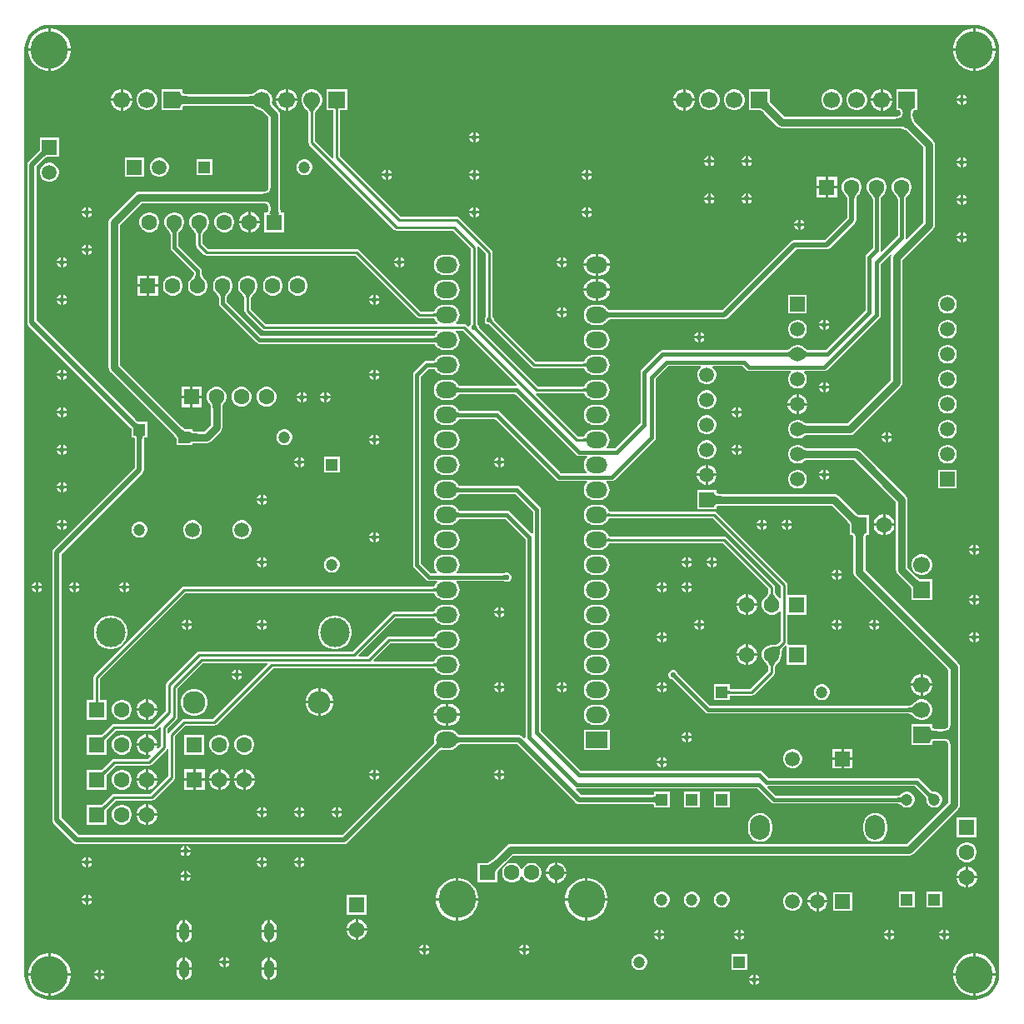
<source format=gbl>
G04*
G04 #@! TF.GenerationSoftware,Altium Limited,Altium Designer,21.2.1 (34)*
G04*
G04 Layer_Physical_Order=2*
G04 Layer_Color=16711680*
%FSLAX25Y25*%
%MOIN*%
G70*
G04*
G04 #@! TF.SameCoordinates,F9D7F3A8-4154-4F6A-AE32-A65E76AD83D7*
G04*
G04*
G04 #@! TF.FilePolarity,Positive*
G04*
G01*
G75*
%ADD10C,0.01000*%
%ADD16C,0.02000*%
%ADD57C,0.01500*%
%ADD58C,0.03000*%
%ADD59C,0.05906*%
%ADD60R,0.05906X0.05906*%
%ADD61R,0.04724X0.04724*%
%ADD62C,0.04724*%
%ADD63R,0.06299X0.06299*%
%ADD64C,0.06299*%
%ADD65R,0.04724X0.04724*%
%ADD66R,0.06693X0.06693*%
%ADD67C,0.06693*%
%ADD68O,0.03937X0.07087*%
%ADD69C,0.09055*%
%ADD70O,0.07874X0.09843*%
%ADD71R,0.05906X0.05906*%
%ADD72R,0.06693X0.06693*%
%ADD73C,0.11811*%
%ADD74O,0.08661X0.06535*%
%ADD75R,0.08661X0.06535*%
%ADD76R,0.06299X0.06299*%
%ADD77C,0.14961*%
%ADD78C,0.02200*%
G36*
X372031Y379896D02*
X373909Y379326D01*
X375640Y378401D01*
X377156Y377156D01*
X378401Y375640D01*
X379326Y373909D01*
X379896Y372031D01*
X380077Y370191D01*
X380054Y370079D01*
Y0D01*
X380077Y-112D01*
X379896Y-1953D01*
X379326Y-3830D01*
X378401Y-5561D01*
X377156Y-7078D01*
X375640Y-8322D01*
X373909Y-9247D01*
X372031Y-9817D01*
X370191Y-9998D01*
X370079Y-9976D01*
X0D01*
X-112Y-9998D01*
X-1953Y-9817D01*
X-3830Y-9247D01*
X-5561Y-8322D01*
X-7078Y-7078D01*
X-8322Y-5561D01*
X-9247Y-3830D01*
X-9817Y-1953D01*
X-9998Y-112D01*
X-9976Y0D01*
Y370079D01*
X-9998Y370191D01*
X-9817Y372031D01*
X-9247Y373909D01*
X-8322Y375640D01*
X-7078Y377156D01*
X-5561Y378401D01*
X-3830Y379326D01*
X-1953Y379896D01*
X-112Y380077D01*
X0Y380054D01*
X370079D01*
X370191Y380077D01*
X372031Y379896D01*
D02*
G37*
%LPC*%
G36*
X835Y378559D02*
X500D01*
Y370579D01*
X8480D01*
Y370914D01*
X8154Y372552D01*
X7515Y374096D01*
X6587Y375485D01*
X5406Y376666D01*
X4017Y377594D01*
X2474Y378233D01*
X835Y378559D01*
D02*
G37*
G36*
X-500D02*
X-835D01*
X-2474Y378233D01*
X-4017Y377594D01*
X-5406Y376666D01*
X-6587Y375485D01*
X-7515Y374096D01*
X-8154Y372552D01*
X-8480Y370914D01*
Y370579D01*
X-500D01*
Y378559D01*
D02*
G37*
G36*
X370914D02*
X370579D01*
Y370579D01*
X378559D01*
Y370914D01*
X378233Y372552D01*
X377594Y374096D01*
X376666Y375485D01*
X375485Y376666D01*
X374096Y377594D01*
X372552Y378233D01*
X370914Y378559D01*
D02*
G37*
G36*
X369579D02*
X369244D01*
X367605Y378233D01*
X366062Y377594D01*
X364673Y376666D01*
X363492Y375485D01*
X362564Y374096D01*
X361924Y372552D01*
X361598Y370914D01*
Y370579D01*
X369579D01*
Y378559D01*
D02*
G37*
G36*
X378559Y369579D02*
X370579D01*
Y361598D01*
X370914D01*
X372552Y361924D01*
X374096Y362564D01*
X375485Y363492D01*
X376666Y364673D01*
X377594Y366062D01*
X378233Y367605D01*
X378559Y369244D01*
Y369579D01*
D02*
G37*
G36*
X369579D02*
X361598D01*
Y369244D01*
X361924Y367605D01*
X362564Y366062D01*
X363492Y364673D01*
X364673Y363492D01*
X366062Y362564D01*
X367605Y361924D01*
X369244Y361598D01*
X369579D01*
Y369579D01*
D02*
G37*
G36*
X8480Y369579D02*
X500D01*
Y361598D01*
X835D01*
X2474Y361924D01*
X4017Y362564D01*
X5406Y363492D01*
X6587Y364673D01*
X7515Y366062D01*
X8154Y367605D01*
X8480Y369244D01*
Y369579D01*
D02*
G37*
G36*
X-500D02*
X-8480D01*
Y369244D01*
X-8154Y367605D01*
X-7515Y366062D01*
X-6587Y364673D01*
X-5406Y363492D01*
X-4017Y362564D01*
X-2474Y361924D01*
X-835Y361598D01*
X-500D01*
Y369579D01*
D02*
G37*
G36*
X85546Y354147D02*
X84454D01*
X83399Y353864D01*
X82454Y353318D01*
X82112Y352976D01*
X82059Y352944D01*
X81916Y352813D01*
X81790Y352720D01*
X81646Y352634D01*
X81481Y352556D01*
X81293Y352487D01*
X81083Y352428D01*
X80848Y352380D01*
X80589Y352345D01*
X80589Y352345D01*
X54634D01*
X54353Y352370D01*
X53971Y352433D01*
X53667Y352515D01*
X53444Y352606D01*
X53298Y352694D01*
X53218Y352769D01*
X53178Y352829D01*
X53154Y352897D01*
X53146Y352964D01*
Y354147D01*
X44854D01*
Y345853D01*
X53146D01*
Y347036D01*
X53154Y347103D01*
X53178Y347171D01*
X53218Y347231D01*
X53298Y347306D01*
X53444Y347394D01*
X53667Y347485D01*
X53971Y347567D01*
X54353Y347630D01*
X54634Y347655D01*
X80589D01*
X80589Y347655D01*
X80848Y347620D01*
X81083Y347572D01*
X81293Y347513D01*
X81481Y347444D01*
X81646Y347366D01*
X81790Y347280D01*
X81916Y347187D01*
X82059Y347056D01*
X82112Y347024D01*
X82454Y346682D01*
X83399Y346136D01*
X84077Y345954D01*
X84126Y345931D01*
X84304Y345886D01*
X84457Y345833D01*
X84623Y345761D01*
X84790Y345675D01*
X85194Y345416D01*
X85386Y345271D01*
X85587Y345097D01*
X87655Y343029D01*
Y315005D01*
X87587Y314621D01*
X87479Y314295D01*
X87339Y314036D01*
X87170Y313830D01*
X86964Y313661D01*
X86705Y313522D01*
X86379Y313413D01*
X85995Y313345D01*
X36000D01*
X36000Y313345D01*
X35103Y313167D01*
X34342Y312658D01*
X34342Y312658D01*
X24342Y302658D01*
X23833Y301897D01*
X23655Y301000D01*
Y243000D01*
X23833Y242103D01*
X24342Y241342D01*
X49486Y216198D01*
X50016Y215627D01*
X50406Y215141D01*
X50710Y214704D01*
X50838Y214482D01*
Y211838D01*
X56332D01*
X56350Y211834D01*
X56369Y211838D01*
X57162D01*
Y212446D01*
X57326Y212503D01*
X57584Y212562D01*
X57911Y212612D01*
X58514Y212655D01*
X63000D01*
X63897Y212833D01*
X64658Y213342D01*
X68558Y217242D01*
X69067Y218003D01*
X69245Y218900D01*
Y227178D01*
X69270Y227388D01*
X69310Y227609D01*
X69359Y227803D01*
X69416Y227970D01*
X69477Y228111D01*
X69542Y228227D01*
X69609Y228321D01*
X69710Y228434D01*
X69740Y228485D01*
X70060Y228805D01*
X70580Y229705D01*
X70850Y230710D01*
Y231750D01*
X70580Y232754D01*
X70060Y233655D01*
X69325Y234390D01*
X68424Y234910D01*
X67420Y235179D01*
X66380D01*
X65376Y234910D01*
X64475Y234390D01*
X63740Y233655D01*
X63220Y232754D01*
X62950Y231750D01*
Y230710D01*
X63220Y229705D01*
X63740Y228805D01*
X64060Y228485D01*
X64090Y228434D01*
X64191Y228321D01*
X64258Y228227D01*
X64323Y228111D01*
X64384Y227970D01*
X64441Y227803D01*
X64490Y227609D01*
X64528Y227399D01*
X64555Y227106D01*
Y219871D01*
X62029Y217345D01*
X58430D01*
X58321Y217349D01*
X57920Y217386D01*
X57584Y217438D01*
X57326Y217497D01*
X57162Y217554D01*
Y218162D01*
X56369D01*
X56350Y218166D01*
X56332Y218162D01*
X54518D01*
X54296Y218289D01*
X53869Y218588D01*
X52953Y219363D01*
X28345Y243971D01*
Y300029D01*
X36971Y308655D01*
X85995D01*
X86379Y308587D01*
X86705Y308478D01*
X86964Y308339D01*
X87170Y308170D01*
X87339Y307964D01*
X87478Y307705D01*
X87587Y307379D01*
X87655Y306995D01*
Y306437D01*
X87630Y306156D01*
X87567Y305774D01*
X87485Y305470D01*
X87394Y305247D01*
X87306Y305101D01*
X87231Y305021D01*
X87171Y304981D01*
X87103Y304957D01*
X87036Y304950D01*
X86050D01*
Y297050D01*
X93950D01*
Y304950D01*
X92964D01*
X92897Y304957D01*
X92829Y304981D01*
X92769Y305021D01*
X92694Y305101D01*
X92606Y305247D01*
X92515Y305470D01*
X92433Y305774D01*
X92370Y306156D01*
X92345Y306437D01*
Y311000D01*
Y344001D01*
X92167Y344898D01*
X91658Y345659D01*
X89506Y347811D01*
X89477Y347846D01*
X89335Y348044D01*
X89224Y348229D01*
X89142Y348400D01*
X89086Y348556D01*
X89052Y348699D01*
X89038Y348831D01*
X89041Y348956D01*
X89069Y349133D01*
X89068Y349162D01*
X89147Y349454D01*
Y350546D01*
X88864Y351601D01*
X88318Y352546D01*
X87546Y353318D01*
X86601Y353864D01*
X85546Y354147D01*
D02*
G37*
G36*
X95572Y354346D02*
X95500D01*
Y350500D01*
X99347D01*
Y350572D01*
X99050Y351678D01*
X98478Y352669D01*
X97669Y353478D01*
X96678Y354050D01*
X95572Y354346D01*
D02*
G37*
G36*
X254572D02*
X254500D01*
Y350500D01*
X258347D01*
Y350572D01*
X258050Y351678D01*
X257478Y352669D01*
X256669Y353478D01*
X255678Y354050D01*
X254572Y354346D01*
D02*
G37*
G36*
X333572D02*
X333500D01*
Y350500D01*
X337346D01*
Y350572D01*
X337050Y351678D01*
X336478Y352669D01*
X335669Y353478D01*
X334678Y354050D01*
X333572Y354346D01*
D02*
G37*
G36*
X29572D02*
X29500D01*
Y350500D01*
X33346D01*
Y350572D01*
X33050Y351678D01*
X32478Y352669D01*
X31669Y353478D01*
X30678Y354050D01*
X29572Y354346D01*
D02*
G37*
G36*
X365500Y352066D02*
Y350500D01*
X367066D01*
X366780Y351190D01*
X366190Y351780D01*
X365500Y352066D01*
D02*
G37*
G36*
X364500D02*
X363810Y351780D01*
X363220Y351190D01*
X362934Y350500D01*
X364500D01*
Y352066D01*
D02*
G37*
G36*
X253500Y354346D02*
X253428D01*
X252322Y354050D01*
X251331Y353478D01*
X250522Y352669D01*
X249950Y351678D01*
X249654Y350572D01*
Y350500D01*
X253500D01*
Y354346D01*
D02*
G37*
G36*
X332500D02*
X332428D01*
X331322Y354050D01*
X330331Y353478D01*
X329522Y352669D01*
X328950Y351678D01*
X328654Y350572D01*
Y350500D01*
X332500D01*
Y354346D01*
D02*
G37*
G36*
X28500D02*
X28428D01*
X27322Y354050D01*
X26331Y353478D01*
X25522Y352669D01*
X24950Y351678D01*
X24654Y350572D01*
Y350500D01*
X28500D01*
Y354346D01*
D02*
G37*
G36*
X94500D02*
X94428D01*
X93322Y354050D01*
X92331Y353478D01*
X91522Y352669D01*
X90950Y351678D01*
X90654Y350572D01*
Y350500D01*
X94500D01*
Y354346D01*
D02*
G37*
G36*
X367066Y349500D02*
X365500D01*
Y347934D01*
X366190Y348220D01*
X366780Y348810D01*
X367066Y349500D01*
D02*
G37*
G36*
X364500D02*
X362934D01*
X363220Y348810D01*
X363810Y348220D01*
X364500Y347934D01*
Y349500D01*
D02*
G37*
G36*
X323546Y354147D02*
X322454D01*
X321399Y353864D01*
X320454Y353318D01*
X319682Y352546D01*
X319136Y351601D01*
X318854Y350546D01*
Y349454D01*
X319136Y348399D01*
X319682Y347454D01*
X320454Y346682D01*
X321399Y346136D01*
X322454Y345853D01*
X323546D01*
X324601Y346136D01*
X325546Y346682D01*
X326318Y347454D01*
X326864Y348399D01*
X327147Y349454D01*
Y350546D01*
X326864Y351601D01*
X326318Y352546D01*
X325546Y353318D01*
X324601Y353864D01*
X323546Y354147D01*
D02*
G37*
G36*
X313546D02*
X312454D01*
X311400Y353864D01*
X310454Y353318D01*
X309682Y352546D01*
X309136Y351601D01*
X308854Y350546D01*
Y349454D01*
X309136Y348399D01*
X309682Y347454D01*
X310454Y346682D01*
X311400Y346136D01*
X312454Y345853D01*
X313546D01*
X314600Y346136D01*
X315546Y346682D01*
X316318Y347454D01*
X316864Y348399D01*
X317146Y349454D01*
Y350546D01*
X316864Y351601D01*
X316318Y352546D01*
X315546Y353318D01*
X314600Y353864D01*
X313546Y354147D01*
D02*
G37*
G36*
X274546D02*
X273454D01*
X272399Y353864D01*
X271454Y353318D01*
X270682Y352546D01*
X270136Y351601D01*
X269853Y350546D01*
Y349454D01*
X270136Y348399D01*
X270682Y347454D01*
X271454Y346682D01*
X272399Y346136D01*
X273454Y345853D01*
X274546D01*
X275601Y346136D01*
X276546Y346682D01*
X277318Y347454D01*
X277864Y348399D01*
X278147Y349454D01*
Y350546D01*
X277864Y351601D01*
X277318Y352546D01*
X276546Y353318D01*
X275601Y353864D01*
X274546Y354147D01*
D02*
G37*
G36*
X264546D02*
X263454D01*
X262400Y353864D01*
X261454Y353318D01*
X260682Y352546D01*
X260136Y351601D01*
X259854Y350546D01*
Y349454D01*
X260136Y348399D01*
X260682Y347454D01*
X261454Y346682D01*
X262400Y346136D01*
X263454Y345853D01*
X264546D01*
X265600Y346136D01*
X266546Y346682D01*
X267318Y347454D01*
X267864Y348399D01*
X268146Y349454D01*
Y350546D01*
X267864Y351601D01*
X267318Y352546D01*
X266546Y353318D01*
X265600Y353864D01*
X264546Y354147D01*
D02*
G37*
G36*
X39546D02*
X38454D01*
X37400Y353864D01*
X36454Y353318D01*
X35682Y352546D01*
X35136Y351601D01*
X34854Y350546D01*
Y349454D01*
X35136Y348399D01*
X35682Y347454D01*
X36454Y346682D01*
X37400Y346136D01*
X38454Y345853D01*
X39546D01*
X40600Y346136D01*
X41546Y346682D01*
X42318Y347454D01*
X42864Y348399D01*
X43146Y349454D01*
Y350546D01*
X42864Y351601D01*
X42318Y352546D01*
X41546Y353318D01*
X40600Y353864D01*
X39546Y354147D01*
D02*
G37*
G36*
X337346Y349500D02*
X333500D01*
Y345654D01*
X333572D01*
X334678Y345950D01*
X335669Y346522D01*
X336478Y347331D01*
X337050Y348322D01*
X337346Y349428D01*
Y349500D01*
D02*
G37*
G36*
X332500D02*
X328654D01*
Y349428D01*
X328950Y348322D01*
X329522Y347331D01*
X330331Y346522D01*
X331322Y345950D01*
X332428Y345654D01*
X332500D01*
Y349500D01*
D02*
G37*
G36*
X258347D02*
X254500D01*
Y345654D01*
X254572D01*
X255678Y345950D01*
X256669Y346522D01*
X257478Y347331D01*
X258050Y348322D01*
X258347Y349428D01*
Y349500D01*
D02*
G37*
G36*
X253500D02*
X249654D01*
Y349428D01*
X249950Y348322D01*
X250522Y347331D01*
X251331Y346522D01*
X252322Y345950D01*
X253428Y345654D01*
X253500D01*
Y349500D01*
D02*
G37*
G36*
X99347D02*
X95500D01*
Y345654D01*
X95572D01*
X96678Y345950D01*
X97669Y346522D01*
X98478Y347331D01*
X99050Y348322D01*
X99347Y349428D01*
Y349500D01*
D02*
G37*
G36*
X94500D02*
X90654D01*
Y349428D01*
X90950Y348322D01*
X91522Y347331D01*
X92331Y346522D01*
X93322Y345950D01*
X94428Y345654D01*
X94500D01*
Y349500D01*
D02*
G37*
G36*
X33346D02*
X29500D01*
Y345654D01*
X29572D01*
X30678Y345950D01*
X31669Y346522D01*
X32478Y347331D01*
X33050Y348322D01*
X33346Y349428D01*
Y349500D01*
D02*
G37*
G36*
X28500D02*
X24654D01*
Y349428D01*
X24950Y348322D01*
X25522Y347331D01*
X26331Y346522D01*
X27322Y345950D01*
X28428Y345654D01*
X28500D01*
Y349500D01*
D02*
G37*
G36*
X347147Y354147D02*
X338854D01*
Y345853D01*
X339922D01*
X340104Y345834D01*
X340172Y345810D01*
X340233Y345770D01*
X340307Y345690D01*
X340395Y345546D01*
X340486Y345324D01*
X340567Y345022D01*
X340611Y344757D01*
X340587Y344621D01*
X340478Y344295D01*
X340339Y344036D01*
X340170Y343830D01*
X339964Y343661D01*
X339705Y343521D01*
X339379Y343413D01*
X338995Y343345D01*
X293971D01*
X289503Y347814D01*
X288971Y348387D01*
X288582Y348872D01*
X288279Y349308D01*
X288146Y349540D01*
Y350890D01*
X288150Y350908D01*
X288146Y350927D01*
Y354147D01*
X279854D01*
Y345853D01*
X283073D01*
X283092Y345850D01*
X283110Y345853D01*
X284460D01*
X284692Y345721D01*
X285119Y345424D01*
X286034Y344649D01*
X291342Y339342D01*
X292103Y338833D01*
X293000Y338655D01*
X339999D01*
X340422Y338608D01*
X340914Y338514D01*
X341389Y338383D01*
X341847Y338215D01*
X342289Y338010D01*
X342717Y337768D01*
X343131Y337486D01*
X343464Y337219D01*
X349655Y331029D01*
Y300971D01*
X342894Y294211D01*
X342862Y294225D01*
X342482Y294506D01*
X342580Y295000D01*
Y310240D01*
X342605Y310390D01*
X342656Y310573D01*
X342731Y310769D01*
X342833Y310976D01*
X342962Y311195D01*
X343113Y311415D01*
X343534Y311920D01*
X343789Y312181D01*
X343829Y312244D01*
X344161Y312575D01*
X344680Y313475D01*
X344950Y314480D01*
Y315520D01*
X344680Y316525D01*
X344161Y317425D01*
X343425Y318161D01*
X342525Y318680D01*
X341520Y318950D01*
X340480D01*
X339475Y318680D01*
X338575Y318161D01*
X337840Y317425D01*
X337320Y316525D01*
X337050Y315520D01*
Y314480D01*
X337320Y313475D01*
X337840Y312575D01*
X338171Y312244D01*
X338211Y312181D01*
X338473Y311912D01*
X338692Y311664D01*
X338880Y311425D01*
X339038Y311195D01*
X339167Y310976D01*
X339268Y310769D01*
X339344Y310573D01*
X339394Y310390D01*
X339420Y310240D01*
Y295655D01*
X332862Y289097D01*
X332460Y289395D01*
X332580Y290000D01*
Y310240D01*
X332606Y310390D01*
X332657Y310573D01*
X332732Y310769D01*
X332833Y310976D01*
X332962Y311195D01*
X333113Y311415D01*
X333535Y311920D01*
X333789Y312181D01*
X333829Y312244D01*
X334160Y312575D01*
X334680Y313475D01*
X334950Y314480D01*
Y315520D01*
X334680Y316525D01*
X334160Y317425D01*
X333425Y318161D01*
X332524Y318680D01*
X331520Y318950D01*
X330480D01*
X329475Y318680D01*
X328575Y318161D01*
X327839Y317425D01*
X327320Y316525D01*
X327050Y315520D01*
Y314480D01*
X327320Y313475D01*
X327839Y312575D01*
X328171Y312244D01*
X328211Y312181D01*
X328473Y311912D01*
X328692Y311664D01*
X328880Y311425D01*
X329038Y311195D01*
X329167Y310976D01*
X329269Y310769D01*
X329344Y310573D01*
X329395Y310390D01*
X329420Y310240D01*
Y290655D01*
X326883Y288118D01*
X326540Y287605D01*
X326420Y287000D01*
Y265655D01*
X310545Y249780D01*
X303736D01*
X303603Y249802D01*
X303431Y249847D01*
X303251Y249914D01*
X303061Y250003D01*
X302863Y250117D01*
X302656Y250256D01*
X302441Y250423D01*
X302219Y250617D01*
X301977Y250852D01*
X301915Y250892D01*
X301604Y251203D01*
X300748Y251697D01*
X299794Y251953D01*
X298806D01*
X297851Y251697D01*
X296996Y251203D01*
X296685Y250892D01*
X296623Y250852D01*
X296381Y250617D01*
X296159Y250423D01*
X295944Y250256D01*
X295737Y250117D01*
X295539Y250003D01*
X295349Y249914D01*
X295169Y249847D01*
X294997Y249802D01*
X294864Y249780D01*
X245200D01*
X244595Y249660D01*
X244082Y249318D01*
X236882Y242118D01*
X236540Y241605D01*
X236420Y241000D01*
Y220655D01*
X226345Y210580D01*
X223073D01*
X222968Y210889D01*
X222944Y211080D01*
X223592Y211925D01*
X224002Y212914D01*
X224142Y213976D01*
X224002Y215038D01*
X223592Y216028D01*
X222940Y216878D01*
X222091Y217530D01*
X221101Y217939D01*
X220039Y218079D01*
X217913D01*
X216851Y217939D01*
X215862Y217530D01*
X215012Y216878D01*
X214360Y216028D01*
X214065Y215316D01*
X214009Y215307D01*
X213938Y215302D01*
X211573D01*
X194661Y232213D01*
X194908Y232674D01*
X195024Y232651D01*
X213938D01*
X214009Y232645D01*
X214065Y232637D01*
X214360Y231925D01*
X215012Y231075D01*
X215862Y230423D01*
X216851Y230013D01*
X217913Y229874D01*
X220039D01*
X221101Y230013D01*
X222091Y230423D01*
X222940Y231075D01*
X223592Y231925D01*
X224002Y232914D01*
X224142Y233976D01*
X224002Y235038D01*
X223592Y236028D01*
X222940Y236877D01*
X222091Y237529D01*
X221101Y237939D01*
X220039Y238079D01*
X217913D01*
X216851Y237939D01*
X215862Y237529D01*
X215012Y236877D01*
X214360Y236028D01*
X214065Y235315D01*
X214009Y235307D01*
X213938Y235302D01*
X195573D01*
X171983Y258892D01*
X171964Y258916D01*
X171941Y258950D01*
X171926Y258977D01*
X171918Y258995D01*
X171916Y258999D01*
X171915Y259026D01*
X171900Y259086D01*
Y259378D01*
X171611Y260076D01*
X171404Y260283D01*
X171372Y260336D01*
X171354Y260355D01*
X171352Y260360D01*
X171346Y260378D01*
X171338Y260407D01*
X171332Y260437D01*
X171326Y260498D01*
Y291000D01*
X171302Y291116D01*
X171763Y291362D01*
X174674Y288451D01*
Y263478D01*
X174671Y263449D01*
X174662Y263407D01*
X174654Y263378D01*
X174648Y263360D01*
X174645Y263355D01*
X174628Y263336D01*
X174596Y263283D01*
X174389Y263076D01*
X174100Y262378D01*
Y261622D01*
X174389Y260924D01*
X174924Y260389D01*
X175622Y260100D01*
X175914D01*
X175974Y260085D01*
X176000Y260084D01*
X176006Y260082D01*
X176023Y260074D01*
X176049Y260059D01*
X176074Y260042D01*
X176122Y260003D01*
X193086Y243039D01*
X193516Y242752D01*
X194024Y242651D01*
X213938D01*
X214009Y242645D01*
X214065Y242637D01*
X214360Y241925D01*
X215012Y241075D01*
X215862Y240423D01*
X216851Y240013D01*
X217913Y239874D01*
X220039D01*
X221101Y240013D01*
X222091Y240423D01*
X222940Y241075D01*
X223592Y241925D01*
X224002Y242915D01*
X224142Y243976D01*
X224002Y245038D01*
X223592Y246028D01*
X222940Y246878D01*
X222091Y247530D01*
X221101Y247939D01*
X220039Y248079D01*
X217913D01*
X216851Y247939D01*
X215862Y247530D01*
X215012Y246878D01*
X214360Y246028D01*
X214065Y245316D01*
X214009Y245307D01*
X213938Y245302D01*
X194573D01*
X177983Y261892D01*
X177964Y261916D01*
X177941Y261950D01*
X177926Y261977D01*
X177918Y261995D01*
X177916Y262000D01*
X177915Y262026D01*
X177900Y262086D01*
Y262378D01*
X177611Y263076D01*
X177404Y263283D01*
X177372Y263336D01*
X177355Y263355D01*
X177352Y263360D01*
X177346Y263378D01*
X177338Y263407D01*
X177332Y263437D01*
X177325Y263498D01*
Y289000D01*
X177225Y289507D01*
X176937Y289937D01*
X163937Y302937D01*
X163507Y303225D01*
X163000Y303326D01*
X140549D01*
X116325Y327549D01*
Y345853D01*
X119147D01*
Y354147D01*
X110854D01*
Y345853D01*
X113674D01*
Y327000D01*
X113698Y326884D01*
X113237Y326638D01*
X106325Y333549D01*
Y344774D01*
X106327Y344791D01*
X106359Y344931D01*
X106420Y345105D01*
X106517Y345310D01*
X106652Y345542D01*
X106825Y345798D01*
X107033Y346070D01*
X107589Y346699D01*
X107923Y347037D01*
X107965Y347101D01*
X108318Y347454D01*
X108864Y348399D01*
X109146Y349454D01*
Y350546D01*
X108864Y351601D01*
X108318Y352546D01*
X107546Y353318D01*
X106600Y353864D01*
X105546Y354147D01*
X104454D01*
X103400Y353864D01*
X102454Y353318D01*
X101682Y352546D01*
X101136Y351601D01*
X100854Y350546D01*
Y349454D01*
X101136Y348399D01*
X101682Y347454D01*
X102035Y347101D01*
X102077Y347037D01*
X102411Y346699D01*
X102967Y346070D01*
X103174Y345798D01*
X103348Y345542D01*
X103483Y345310D01*
X103580Y345105D01*
X103641Y344931D01*
X103673Y344791D01*
X103674Y344774D01*
Y333000D01*
X103775Y332493D01*
X104063Y332063D01*
X138063Y298063D01*
X138493Y297775D01*
X139000Y297674D01*
X161451D01*
X168675Y290451D01*
Y260478D01*
X168671Y260449D01*
X168662Y260407D01*
X168654Y260378D01*
X168648Y260360D01*
X168646Y260355D01*
X168628Y260336D01*
X168596Y260283D01*
X168389Y260076D01*
X168130Y259451D01*
X167638Y259237D01*
X166937Y259937D01*
X166507Y260225D01*
X166000Y260326D01*
X162785D01*
X162615Y260825D01*
X162941Y261075D01*
X163593Y261925D01*
X164002Y262914D01*
X164142Y263976D01*
X164002Y265038D01*
X163593Y266028D01*
X162941Y266878D01*
X162091Y267530D01*
X161101Y267939D01*
X160039Y268079D01*
X157913D01*
X156851Y267939D01*
X155862Y267530D01*
X155012Y266878D01*
X154360Y266028D01*
X154065Y265316D01*
X154009Y265307D01*
X153938Y265302D01*
X148573D01*
X123937Y289937D01*
X123507Y290225D01*
X123000Y290325D01*
X63549D01*
X61326Y292549D01*
Y296097D01*
X61326Y296103D01*
X61355Y296234D01*
X61411Y296395D01*
X61498Y296584D01*
X61620Y296799D01*
X61779Y297036D01*
X61968Y297285D01*
X62478Y297867D01*
X62785Y298178D01*
X62828Y298242D01*
X63161Y298575D01*
X63680Y299476D01*
X63950Y300480D01*
Y301520D01*
X63680Y302524D01*
X63161Y303425D01*
X62425Y304160D01*
X61524Y304680D01*
X60520Y304950D01*
X59480D01*
X58476Y304680D01*
X57575Y304160D01*
X56840Y303425D01*
X56320Y302524D01*
X56050Y301520D01*
Y300480D01*
X56320Y299476D01*
X56840Y298575D01*
X57172Y298242D01*
X57215Y298178D01*
X57522Y297866D01*
X58032Y297285D01*
X58221Y297036D01*
X58379Y296799D01*
X58502Y296584D01*
X58589Y296395D01*
X58645Y296234D01*
X58674Y296103D01*
X58675Y296097D01*
Y292000D01*
X58775Y291493D01*
X59063Y291063D01*
X62063Y288063D01*
X62493Y287775D01*
X63000Y287674D01*
X122451D01*
X147086Y263039D01*
X147516Y262752D01*
X148024Y262651D01*
X153938D01*
X154009Y262645D01*
X154065Y262637D01*
X154360Y261925D01*
X155012Y261075D01*
X155338Y260825D01*
X155168Y260326D01*
X86549D01*
X80696Y266179D01*
Y270687D01*
X80696Y270694D01*
X80725Y270825D01*
X80781Y270986D01*
X80868Y271175D01*
X80991Y271389D01*
X81149Y271626D01*
X81338Y271876D01*
X81848Y272457D01*
X82155Y272768D01*
X82198Y272833D01*
X82531Y273165D01*
X83051Y274066D01*
X83320Y275071D01*
Y276111D01*
X83051Y277115D01*
X82531Y278016D01*
X81795Y278751D01*
X80895Y279271D01*
X79890Y279540D01*
X78850D01*
X77846Y279271D01*
X76945Y278751D01*
X76210Y278016D01*
X75690Y277115D01*
X75420Y276111D01*
Y275071D01*
X75690Y274066D01*
X76210Y273165D01*
X76543Y272833D01*
X76585Y272768D01*
X76892Y272457D01*
X77402Y271876D01*
X77591Y271626D01*
X77750Y271389D01*
X77872Y271175D01*
X77960Y270986D01*
X78015Y270825D01*
X78044Y270694D01*
X78045Y270687D01*
Y265630D01*
X78145Y265123D01*
X78433Y264693D01*
X85063Y258063D01*
X85493Y257775D01*
X86000Y257675D01*
X155230D01*
X155399Y257174D01*
X155012Y256877D01*
X154360Y256028D01*
X154201Y255643D01*
X154167Y255632D01*
X154023Y255600D01*
X153608Y255557D01*
X84678D01*
X70951Y269285D01*
Y270831D01*
X70976Y270980D01*
X71027Y271164D01*
X71102Y271359D01*
X71203Y271567D01*
X71332Y271786D01*
X71483Y272006D01*
X71905Y272511D01*
X72159Y272772D01*
X72199Y272834D01*
X72531Y273165D01*
X73050Y274066D01*
X73320Y275071D01*
Y276111D01*
X73050Y277115D01*
X72531Y278016D01*
X71795Y278751D01*
X70895Y279271D01*
X69890Y279540D01*
X68850D01*
X67846Y279271D01*
X66945Y278751D01*
X66210Y278016D01*
X65690Y277115D01*
X65421Y276111D01*
Y275071D01*
X65690Y274066D01*
X66210Y273165D01*
X66541Y272834D01*
X66581Y272772D01*
X66843Y272503D01*
X67062Y272255D01*
X67250Y272016D01*
X67408Y271786D01*
X67537Y271567D01*
X67639Y271359D01*
X67714Y271164D01*
X67765Y270980D01*
X67790Y270831D01*
Y268630D01*
X67910Y268025D01*
X68253Y267512D01*
X82906Y252859D01*
X83419Y252516D01*
X84024Y252396D01*
X153649D01*
X153799Y252385D01*
X154009Y252356D01*
X154167Y252321D01*
X154201Y252309D01*
X154360Y251925D01*
X155012Y251075D01*
X155862Y250423D01*
X156851Y250013D01*
X157913Y249874D01*
X160039D01*
X161101Y250013D01*
X162091Y250423D01*
X162941Y251075D01*
X163593Y251925D01*
X164002Y252915D01*
X164142Y253976D01*
X164002Y255038D01*
X163593Y256028D01*
X162941Y256877D01*
X162553Y257174D01*
X162723Y257675D01*
X165451D01*
X187085Y236040D01*
X187078Y235980D01*
X186862Y235557D01*
X164304D01*
X164153Y235568D01*
X163943Y235597D01*
X163786Y235632D01*
X163752Y235643D01*
X163593Y236028D01*
X162941Y236877D01*
X162091Y237529D01*
X161101Y237939D01*
X160039Y238079D01*
X157913D01*
X156851Y237939D01*
X155862Y237529D01*
X155012Y236877D01*
X154360Y236028D01*
X153950Y235038D01*
X153811Y233976D01*
X153950Y232914D01*
X154360Y231925D01*
X155012Y231075D01*
X155862Y230423D01*
X156851Y230013D01*
X157913Y229874D01*
X160039D01*
X161101Y230013D01*
X162091Y230423D01*
X162941Y231075D01*
X163593Y231925D01*
X163752Y232309D01*
X163785Y232321D01*
X163930Y232353D01*
X164345Y232396D01*
X186369D01*
X210882Y207882D01*
X211395Y207540D01*
X212000Y207420D01*
X214941D01*
X215102Y206946D01*
X215012Y206877D01*
X214360Y206028D01*
X213950Y205038D01*
X213811Y203976D01*
X213950Y202915D01*
X214360Y201925D01*
X215008Y201080D01*
X214984Y200889D01*
X214879Y200580D01*
X204655D01*
X180141Y225094D01*
X179628Y225436D01*
X179024Y225557D01*
X164304D01*
X164153Y225568D01*
X163943Y225597D01*
X163786Y225632D01*
X163752Y225643D01*
X163593Y226028D01*
X162941Y226877D01*
X162091Y227530D01*
X161101Y227939D01*
X160039Y228079D01*
X157913D01*
X156851Y227939D01*
X155862Y227530D01*
X155012Y226877D01*
X154360Y226028D01*
X153950Y225038D01*
X153811Y223976D01*
X153950Y222915D01*
X154360Y221925D01*
X155012Y221075D01*
X155862Y220423D01*
X156851Y220013D01*
X157913Y219874D01*
X160039D01*
X161101Y220013D01*
X162091Y220423D01*
X162941Y221075D01*
X163593Y221925D01*
X163752Y222309D01*
X163785Y222321D01*
X163930Y222353D01*
X164345Y222396D01*
X178369D01*
X202883Y197882D01*
X203395Y197540D01*
X204000Y197420D01*
X214941D01*
X215102Y196946D01*
X215012Y196878D01*
X214360Y196028D01*
X213950Y195038D01*
X213811Y193976D01*
X213950Y192914D01*
X214360Y191925D01*
X215012Y191075D01*
X215862Y190423D01*
X216851Y190013D01*
X217913Y189874D01*
X220039D01*
X221101Y190013D01*
X222091Y190423D01*
X222940Y191075D01*
X223592Y191925D01*
X224002Y192914D01*
X224142Y193976D01*
X224002Y195038D01*
X223592Y196028D01*
X222940Y196878D01*
X222851Y196946D01*
X223012Y197420D01*
X225000D01*
X225605Y197540D01*
X226117Y197882D01*
X242118Y213882D01*
X242460Y214395D01*
X242580Y215000D01*
Y238345D01*
X247655Y243420D01*
X260495D01*
X260612Y242920D01*
X259997Y242304D01*
X259503Y241448D01*
X259247Y240494D01*
Y239506D01*
X259503Y238551D01*
X259997Y237696D01*
X260696Y236997D01*
X261551Y236503D01*
X262506Y236247D01*
X263494D01*
X264448Y236503D01*
X265304Y236997D01*
X266003Y237696D01*
X266497Y238551D01*
X266753Y239506D01*
Y240494D01*
X266497Y241448D01*
X266003Y242304D01*
X265388Y242920D01*
X265505Y243420D01*
X277345D01*
X278883Y241882D01*
X279395Y241540D01*
X280000Y241420D01*
X296505D01*
X296712Y240920D01*
X296297Y240504D01*
X295803Y239649D01*
X295547Y238694D01*
Y237706D01*
X295803Y236752D01*
X296297Y235896D01*
X296996Y235197D01*
X297851Y234703D01*
X298806Y234447D01*
X299794D01*
X300748Y234703D01*
X301604Y235197D01*
X302303Y235896D01*
X302797Y236752D01*
X303053Y237706D01*
Y238694D01*
X302797Y239649D01*
X302303Y240504D01*
X301888Y240920D01*
X302095Y241420D01*
X310000D01*
X310605Y241540D01*
X311118Y241882D01*
X332118Y262882D01*
X332460Y263395D01*
X332580Y264000D01*
Y284345D01*
X336433Y288198D01*
X336833Y287897D01*
X336655Y287000D01*
Y237971D01*
X319229Y220545D01*
X302975D01*
X302828Y220560D01*
X302621Y220593D01*
X302442Y220632D01*
X302294Y220676D01*
X302176Y220722D01*
X302089Y220767D01*
X302030Y220807D01*
X301948Y220879D01*
X301901Y220906D01*
X301604Y221203D01*
X300748Y221697D01*
X299794Y221953D01*
X298806D01*
X297851Y221697D01*
X296996Y221203D01*
X296297Y220504D01*
X295803Y219649D01*
X295547Y218694D01*
Y217706D01*
X295803Y216752D01*
X296297Y215896D01*
X296996Y215197D01*
X297851Y214703D01*
X298806Y214447D01*
X299794D01*
X300748Y214703D01*
X301604Y215197D01*
X301901Y215494D01*
X301948Y215521D01*
X302030Y215593D01*
X302089Y215633D01*
X302176Y215678D01*
X302294Y215724D01*
X302442Y215768D01*
X302621Y215807D01*
X302819Y215838D01*
X303028Y215855D01*
X320200D01*
X321097Y216033D01*
X321858Y216542D01*
X340658Y235342D01*
X340658Y235342D01*
X341167Y236103D01*
X341345Y237000D01*
Y286029D01*
X353658Y298342D01*
X354167Y299103D01*
X354345Y300000D01*
X354345Y300000D01*
Y332000D01*
X354167Y332897D01*
X353658Y333658D01*
X346781Y340536D01*
X346514Y340868D01*
X346233Y341283D01*
X345990Y341711D01*
X345785Y342153D01*
X345617Y342611D01*
X345486Y343086D01*
X345392Y343578D01*
X345345Y344002D01*
Y344363D01*
X345370Y344642D01*
X345433Y345022D01*
X345514Y345324D01*
X345605Y345546D01*
X345693Y345690D01*
X345767Y345770D01*
X345828Y345810D01*
X345896Y345834D01*
X346078Y345853D01*
X347147D01*
Y354147D01*
D02*
G37*
G36*
X170500Y337066D02*
Y335500D01*
X172066D01*
X171780Y336190D01*
X171190Y336780D01*
X170500Y337066D01*
D02*
G37*
G36*
X169500D02*
X168810Y336780D01*
X168220Y336190D01*
X167934Y335500D01*
X169500D01*
Y337066D01*
D02*
G37*
G36*
X172066Y334500D02*
X170500D01*
Y332934D01*
X171190Y333220D01*
X171780Y333810D01*
X172066Y334500D01*
D02*
G37*
G36*
X169500D02*
X167934D01*
X168220Y333810D01*
X168810Y333220D01*
X169500Y332934D01*
Y334500D01*
D02*
G37*
G36*
X3753Y334753D02*
X-3753D01*
Y330906D01*
X-3756Y330888D01*
X-3753Y330869D01*
Y330050D01*
X-3801Y329966D01*
X-3984Y329702D01*
X-4485Y329110D01*
X-8298Y325298D01*
X-8696Y324702D01*
X-8835Y324000D01*
Y261000D01*
X-8696Y260298D01*
X-8298Y259702D01*
X32013Y219392D01*
X32356Y219023D01*
X32604Y218713D01*
X32796Y218439D01*
X32838Y218366D01*
Y214838D01*
X33922D01*
X33989Y214831D01*
X34020Y214780D01*
X34066Y214668D01*
X34112Y214496D01*
X34150Y214267D01*
X34165Y214103D01*
Y202760D01*
X1702Y170298D01*
X1304Y169702D01*
X1165Y169000D01*
Y62000D01*
X1304Y61298D01*
X1702Y60702D01*
X9702Y52702D01*
X10298Y52304D01*
X11000Y52165D01*
X117937D01*
X118639Y52304D01*
X119235Y52702D01*
X156026Y89493D01*
X156206Y89650D01*
X156465Y89850D01*
X156686Y89994D01*
X156781Y90043D01*
X156851Y90013D01*
X157913Y89874D01*
X160039D01*
X161101Y90013D01*
X162091Y90423D01*
X162941Y91075D01*
X163593Y91925D01*
X163622Y91996D01*
X163723Y92028D01*
X163968Y92080D01*
X164597Y92141D01*
X187263D01*
X210702Y68702D01*
X211298Y68304D01*
X212000Y68165D01*
X241106D01*
X241272Y68150D01*
X241503Y68112D01*
X241677Y68065D01*
X241791Y68019D01*
X241838Y67991D01*
Y66838D01*
X248162D01*
Y73162D01*
X241838D01*
Y72009D01*
X241791Y71981D01*
X241677Y71935D01*
X241503Y71888D01*
X241272Y71850D01*
X241106Y71835D01*
X212760D01*
X210608Y73988D01*
X210854Y74449D01*
X211000Y74420D01*
X283345D01*
X288882Y68883D01*
X289395Y68540D01*
X290000Y68420D01*
X339550D01*
X339629Y68409D01*
X339767Y68379D01*
X339902Y68337D01*
X340038Y68282D01*
X340173Y68213D01*
X340310Y68129D01*
X340449Y68028D01*
X340589Y67911D01*
X340749Y67758D01*
X340809Y67719D01*
X341058Y67470D01*
X341779Y67053D01*
X342584Y66838D01*
X343416D01*
X344221Y67053D01*
X344942Y67470D01*
X345530Y68058D01*
X345947Y68779D01*
X346162Y69584D01*
Y70416D01*
X345947Y71221D01*
X345530Y71942D01*
X344942Y72530D01*
X344221Y72947D01*
X343416Y73162D01*
X342584D01*
X341779Y72947D01*
X341058Y72530D01*
X340809Y72281D01*
X340749Y72242D01*
X340589Y72089D01*
X340449Y71972D01*
X340310Y71871D01*
X340173Y71787D01*
X340038Y71718D01*
X339902Y71663D01*
X339767Y71621D01*
X339629Y71591D01*
X339550Y71580D01*
X290655D01*
X287315Y74920D01*
X287523Y75420D01*
X346345D01*
X350443Y71322D01*
X350492Y71259D01*
X350568Y71140D01*
X350634Y71014D01*
X350690Y70880D01*
X350738Y70735D01*
X350775Y70579D01*
X350802Y70410D01*
X350818Y70227D01*
X350822Y70006D01*
X350838Y69937D01*
Y69584D01*
X351053Y68779D01*
X351470Y68058D01*
X352058Y67470D01*
X352779Y67053D01*
X353584Y66838D01*
X354416D01*
X355221Y67053D01*
X355942Y67470D01*
X356530Y68058D01*
X356947Y68779D01*
X357162Y69584D01*
Y70416D01*
X356947Y71221D01*
X356530Y71942D01*
X355942Y72530D01*
X355221Y72947D01*
X354416Y73162D01*
X354063D01*
X353994Y73178D01*
X353773Y73182D01*
X353590Y73198D01*
X353421Y73225D01*
X353265Y73263D01*
X353120Y73310D01*
X352986Y73366D01*
X352860Y73432D01*
X352741Y73508D01*
X352678Y73557D01*
X348117Y78118D01*
X347605Y78460D01*
X347000Y78580D01*
X287655D01*
X285118Y81117D01*
X284605Y81460D01*
X284000Y81580D01*
X212655D01*
X196580Y97655D01*
Y186000D01*
X196460Y186605D01*
X196117Y187118D01*
X188141Y195094D01*
X187628Y195436D01*
X187024Y195557D01*
X164304D01*
X164153Y195568D01*
X163943Y195597D01*
X163786Y195632D01*
X163752Y195643D01*
X163593Y196028D01*
X162941Y196878D01*
X162091Y197529D01*
X161101Y197939D01*
X160039Y198079D01*
X157913D01*
X156851Y197939D01*
X155862Y197529D01*
X155012Y196878D01*
X154360Y196028D01*
X153950Y195038D01*
X153811Y193976D01*
X153950Y192914D01*
X154360Y191925D01*
X155012Y191075D01*
X155862Y190423D01*
X156851Y190013D01*
X157913Y189874D01*
X160039D01*
X161101Y190013D01*
X162091Y190423D01*
X162941Y191075D01*
X163593Y191925D01*
X163752Y192309D01*
X163785Y192321D01*
X163930Y192353D01*
X164345Y192396D01*
X186369D01*
X193420Y185345D01*
Y176523D01*
X192920Y176315D01*
X184141Y185094D01*
X183628Y185436D01*
X183024Y185557D01*
X164304D01*
X164153Y185568D01*
X163943Y185597D01*
X163786Y185632D01*
X163752Y185643D01*
X163593Y186028D01*
X162941Y186878D01*
X162091Y187530D01*
X161101Y187939D01*
X160039Y188079D01*
X157913D01*
X156851Y187939D01*
X155862Y187530D01*
X155012Y186878D01*
X154360Y186028D01*
X153950Y185038D01*
X153811Y183976D01*
X153950Y182914D01*
X154360Y181925D01*
X155012Y181075D01*
X155862Y180423D01*
X156851Y180013D01*
X157913Y179874D01*
X160039D01*
X161101Y180013D01*
X162091Y180423D01*
X162941Y181075D01*
X163593Y181925D01*
X163752Y182309D01*
X163785Y182321D01*
X163930Y182353D01*
X164345Y182396D01*
X182369D01*
X190420Y174345D01*
Y95000D01*
X190449Y94854D01*
X189988Y94608D01*
X189321Y95274D01*
X188726Y95672D01*
X188024Y95812D01*
X164544D01*
X164305Y95828D01*
X163981Y95870D01*
X163723Y95925D01*
X163622Y95957D01*
X163593Y96028D01*
X162941Y96877D01*
X162091Y97530D01*
X161101Y97939D01*
X160039Y98079D01*
X157913D01*
X156851Y97939D01*
X155862Y97530D01*
X155012Y96877D01*
X154360Y96028D01*
X153950Y95038D01*
X153811Y93976D01*
X153950Y92914D01*
X153980Y92844D01*
X153931Y92749D01*
X153794Y92540D01*
X153393Y92051D01*
X117177Y55835D01*
X11760D01*
X4835Y62760D01*
Y168240D01*
X37298Y200702D01*
X37696Y201298D01*
X37835Y202000D01*
Y214103D01*
X37850Y214267D01*
X37888Y214496D01*
X37934Y214668D01*
X37980Y214780D01*
X38011Y214831D01*
X38078Y214838D01*
X39162D01*
Y221162D01*
X35634D01*
X35561Y221204D01*
X35296Y221390D01*
X34704Y221891D01*
X-5165Y261760D01*
Y323240D01*
X-1987Y326418D01*
X-1616Y326762D01*
X-1307Y327009D01*
X-1034Y327199D01*
X-950Y327247D01*
X-131D01*
X-112Y327244D01*
X-94Y327247D01*
X3753D01*
Y334753D01*
D02*
G37*
G36*
X279500Y327566D02*
Y326000D01*
X281066D01*
X280780Y326690D01*
X280190Y327280D01*
X279500Y327566D01*
D02*
G37*
G36*
X278500D02*
X277810Y327280D01*
X277220Y326690D01*
X276934Y326000D01*
X278500D01*
Y327566D01*
D02*
G37*
G36*
X264500D02*
Y326000D01*
X266066D01*
X265780Y326690D01*
X265190Y327280D01*
X264500Y327566D01*
D02*
G37*
G36*
X263500D02*
X262810Y327280D01*
X262220Y326690D01*
X261934Y326000D01*
X263500D01*
Y327566D01*
D02*
G37*
G36*
X365500Y327066D02*
Y325500D01*
X367066D01*
X366780Y326190D01*
X366190Y326780D01*
X365500Y327066D01*
D02*
G37*
G36*
X364500D02*
X363810Y326780D01*
X363220Y326190D01*
X362934Y325500D01*
X364500D01*
Y327066D01*
D02*
G37*
G36*
X281066Y325000D02*
X279500D01*
Y323434D01*
X280190Y323720D01*
X280780Y324310D01*
X281066Y325000D01*
D02*
G37*
G36*
X278500D02*
X276934D01*
X277220Y324310D01*
X277810Y323720D01*
X278500Y323434D01*
Y325000D01*
D02*
G37*
G36*
X266066D02*
X264500D01*
Y323434D01*
X265190Y323720D01*
X265780Y324310D01*
X266066Y325000D01*
D02*
G37*
G36*
X263500D02*
X261934D01*
X262220Y324310D01*
X262810Y323720D01*
X263500Y323434D01*
Y325000D01*
D02*
G37*
G36*
X367066Y324500D02*
X365500D01*
Y322934D01*
X366190Y323220D01*
X366780Y323810D01*
X367066Y324500D01*
D02*
G37*
G36*
X364500D02*
X362934D01*
X363220Y323810D01*
X363810Y323220D01*
X364500Y322934D01*
Y324500D01*
D02*
G37*
G36*
X215500Y322066D02*
Y320500D01*
X217066D01*
X216780Y321190D01*
X216190Y321780D01*
X215500Y322066D01*
D02*
G37*
G36*
X214500D02*
X213810Y321780D01*
X213220Y321190D01*
X212934Y320500D01*
X214500D01*
Y322066D01*
D02*
G37*
G36*
X170500D02*
Y320500D01*
X172066D01*
X171780Y321190D01*
X171190Y321780D01*
X170500Y322066D01*
D02*
G37*
G36*
X169500D02*
X168810Y321780D01*
X168220Y321190D01*
X167934Y320500D01*
X169500D01*
Y322066D01*
D02*
G37*
G36*
X135500D02*
Y320500D01*
X137066D01*
X136780Y321190D01*
X136190Y321780D01*
X135500Y322066D01*
D02*
G37*
G36*
X134500D02*
X133810Y321780D01*
X133220Y321190D01*
X132934Y320500D01*
X134500D01*
Y322066D01*
D02*
G37*
G36*
X102416Y326162D02*
X101584D01*
X100779Y325947D01*
X100058Y325530D01*
X99470Y324942D01*
X99053Y324221D01*
X98838Y323416D01*
Y322584D01*
X99053Y321779D01*
X99470Y321058D01*
X100058Y320470D01*
X100779Y320053D01*
X101584Y319838D01*
X102416D01*
X103221Y320053D01*
X103942Y320470D01*
X104530Y321058D01*
X104947Y321779D01*
X105162Y322584D01*
Y323416D01*
X104947Y324221D01*
X104530Y324942D01*
X103942Y325530D01*
X103221Y325947D01*
X102416Y326162D01*
D02*
G37*
G36*
X65162D02*
X58838D01*
Y319838D01*
X65162D01*
Y326162D01*
D02*
G37*
G36*
X44494Y326753D02*
X43506D01*
X42551Y326497D01*
X41696Y326003D01*
X40997Y325304D01*
X40503Y324448D01*
X40247Y323494D01*
Y322506D01*
X40503Y321551D01*
X40997Y320696D01*
X41696Y319997D01*
X42551Y319503D01*
X43506Y319247D01*
X44494D01*
X45448Y319503D01*
X46304Y319997D01*
X47003Y320696D01*
X47497Y321551D01*
X47753Y322506D01*
Y323494D01*
X47497Y324448D01*
X47003Y325304D01*
X46304Y326003D01*
X45448Y326497D01*
X44494Y326753D01*
D02*
G37*
G36*
X37753D02*
X30247D01*
Y319247D01*
X37753D01*
Y326753D01*
D02*
G37*
G36*
X217066Y319500D02*
X215500D01*
Y317934D01*
X216190Y318220D01*
X216780Y318810D01*
X217066Y319500D01*
D02*
G37*
G36*
X214500D02*
X212934D01*
X213220Y318810D01*
X213810Y318220D01*
X214500Y317934D01*
Y319500D01*
D02*
G37*
G36*
X172066D02*
X170500D01*
Y317934D01*
X171190Y318220D01*
X171780Y318810D01*
X172066Y319500D01*
D02*
G37*
G36*
X169500D02*
X167934D01*
X168220Y318810D01*
X168810Y318220D01*
X169500Y317934D01*
Y319500D01*
D02*
G37*
G36*
X137066D02*
X135500D01*
Y317934D01*
X136190Y318220D01*
X136780Y318810D01*
X137066Y319500D01*
D02*
G37*
G36*
X134500D02*
X132934D01*
X133220Y318810D01*
X133810Y318220D01*
X134500Y317934D01*
Y319500D01*
D02*
G37*
G36*
X494Y324753D02*
X-494D01*
X-1448Y324497D01*
X-2304Y324003D01*
X-3003Y323304D01*
X-3497Y322448D01*
X-3753Y321494D01*
Y320506D01*
X-3497Y319551D01*
X-3003Y318696D01*
X-2304Y317997D01*
X-1448Y317503D01*
X-494Y317247D01*
X494D01*
X1448Y317503D01*
X2304Y317997D01*
X3003Y318696D01*
X3497Y319551D01*
X3753Y320506D01*
Y321494D01*
X3497Y322448D01*
X3003Y323304D01*
X2304Y324003D01*
X1448Y324497D01*
X494Y324753D01*
D02*
G37*
G36*
X315150Y319150D02*
X311500D01*
Y315500D01*
X315150D01*
Y319150D01*
D02*
G37*
G36*
X310500D02*
X306850D01*
Y315500D01*
X310500D01*
Y319150D01*
D02*
G37*
G36*
X279500Y312566D02*
Y311000D01*
X281066D01*
X280780Y311690D01*
X280190Y312280D01*
X279500Y312566D01*
D02*
G37*
G36*
X278500D02*
X277810Y312280D01*
X277220Y311690D01*
X276934Y311000D01*
X278500D01*
Y312566D01*
D02*
G37*
G36*
X264500D02*
Y311000D01*
X266066D01*
X265780Y311690D01*
X265190Y312280D01*
X264500Y312566D01*
D02*
G37*
G36*
X263500D02*
X262810Y312280D01*
X262220Y311690D01*
X261934Y311000D01*
X263500D01*
Y312566D01*
D02*
G37*
G36*
X315150Y314500D02*
X311500D01*
Y310850D01*
X315150D01*
Y314500D01*
D02*
G37*
G36*
X310500D02*
X306850D01*
Y310850D01*
X310500D01*
Y314500D01*
D02*
G37*
G36*
X365500Y312066D02*
Y310500D01*
X367066D01*
X366780Y311190D01*
X366190Y311780D01*
X365500Y312066D01*
D02*
G37*
G36*
X364500D02*
X363810Y311780D01*
X363220Y311190D01*
X362934Y310500D01*
X364500D01*
Y312066D01*
D02*
G37*
G36*
X281066Y310000D02*
X279500D01*
Y308434D01*
X280190Y308720D01*
X280780Y309310D01*
X281066Y310000D01*
D02*
G37*
G36*
X278500D02*
X276934D01*
X277220Y309310D01*
X277810Y308720D01*
X278500Y308434D01*
Y310000D01*
D02*
G37*
G36*
X266066D02*
X264500D01*
Y308434D01*
X265190Y308720D01*
X265780Y309310D01*
X266066Y310000D01*
D02*
G37*
G36*
X263500D02*
X261934D01*
X262220Y309310D01*
X262810Y308720D01*
X263500Y308434D01*
Y310000D01*
D02*
G37*
G36*
X367066Y309500D02*
X365500D01*
Y307934D01*
X366190Y308220D01*
X366780Y308810D01*
X367066Y309500D01*
D02*
G37*
G36*
X364500D02*
X362934D01*
X363220Y308810D01*
X363810Y308220D01*
X364500Y307934D01*
Y309500D01*
D02*
G37*
G36*
X215500Y307066D02*
Y305500D01*
X217066D01*
X216780Y306190D01*
X216190Y306780D01*
X215500Y307066D01*
D02*
G37*
G36*
X214500D02*
X213810Y306780D01*
X213220Y306190D01*
X212934Y305500D01*
X214500D01*
Y307066D01*
D02*
G37*
G36*
X170500D02*
Y305500D01*
X172066D01*
X171780Y306190D01*
X171190Y306780D01*
X170500Y307066D01*
D02*
G37*
G36*
X169500D02*
X168810Y306780D01*
X168220Y306190D01*
X167934Y305500D01*
X169500D01*
Y307066D01*
D02*
G37*
G36*
X15500D02*
Y305500D01*
X17066D01*
X16780Y306190D01*
X16190Y306780D01*
X15500Y307066D01*
D02*
G37*
G36*
X14500D02*
X13811Y306780D01*
X13220Y306190D01*
X12934Y305500D01*
X14500D01*
Y307066D01*
D02*
G37*
G36*
X217066Y304500D02*
X215500D01*
Y302934D01*
X216190Y303220D01*
X216780Y303810D01*
X217066Y304500D01*
D02*
G37*
G36*
X214500D02*
X212934D01*
X213220Y303810D01*
X213810Y303220D01*
X214500Y302934D01*
Y304500D01*
D02*
G37*
G36*
X172066D02*
X170500D01*
Y302934D01*
X171190Y303220D01*
X171780Y303810D01*
X172066Y304500D01*
D02*
G37*
G36*
X169500D02*
X167934D01*
X168220Y303810D01*
X168810Y303220D01*
X169500Y302934D01*
Y304500D01*
D02*
G37*
G36*
X17066D02*
X15500D01*
Y302934D01*
X16190Y303220D01*
X16780Y303810D01*
X17066Y304500D01*
D02*
G37*
G36*
X14500D02*
X12934D01*
X13220Y303810D01*
X13811Y303220D01*
X14500Y302934D01*
Y304500D01*
D02*
G37*
G36*
X80546Y305150D02*
X80500D01*
Y301500D01*
X84150D01*
Y301546D01*
X83867Y302602D01*
X83320Y303548D01*
X82548Y304321D01*
X81602Y304867D01*
X80546Y305150D01*
D02*
G37*
G36*
X79500D02*
X79454D01*
X78398Y304867D01*
X77452Y304321D01*
X76679Y303548D01*
X76133Y302602D01*
X75850Y301546D01*
Y301500D01*
X79500D01*
Y305150D01*
D02*
G37*
G36*
X300500Y302066D02*
Y300500D01*
X302066D01*
X301780Y301190D01*
X301190Y301780D01*
X300500Y302066D01*
D02*
G37*
G36*
X299500D02*
X298810Y301780D01*
X298220Y301190D01*
X297934Y300500D01*
X299500D01*
Y302066D01*
D02*
G37*
G36*
X302066Y299500D02*
X300500D01*
Y297934D01*
X301190Y298220D01*
X301780Y298810D01*
X302066Y299500D01*
D02*
G37*
G36*
X299500D02*
X297934D01*
X298220Y298810D01*
X298810Y298220D01*
X299500Y297934D01*
Y299500D01*
D02*
G37*
G36*
X70520Y304950D02*
X69480D01*
X68476Y304680D01*
X67575Y304160D01*
X66839Y303425D01*
X66320Y302524D01*
X66050Y301520D01*
Y300480D01*
X66320Y299476D01*
X66839Y298575D01*
X67575Y297839D01*
X68476Y297320D01*
X69480Y297050D01*
X70520D01*
X71525Y297320D01*
X72425Y297839D01*
X73160Y298575D01*
X73680Y299476D01*
X73950Y300480D01*
Y301520D01*
X73680Y302524D01*
X73160Y303425D01*
X72425Y304160D01*
X71525Y304680D01*
X70520Y304950D01*
D02*
G37*
G36*
X40520D02*
X39480D01*
X38475Y304680D01*
X37575Y304160D01*
X36840Y303425D01*
X36320Y302524D01*
X36050Y301520D01*
Y300480D01*
X36320Y299476D01*
X36840Y298575D01*
X37575Y297839D01*
X38475Y297320D01*
X39480Y297050D01*
X40520D01*
X41524Y297320D01*
X42425Y297839D01*
X43161Y298575D01*
X43680Y299476D01*
X43950Y300480D01*
Y301520D01*
X43680Y302524D01*
X43161Y303425D01*
X42425Y304160D01*
X41524Y304680D01*
X40520Y304950D01*
D02*
G37*
G36*
X84150Y300500D02*
X80500D01*
Y296850D01*
X80546D01*
X81602Y297133D01*
X82548Y297679D01*
X83320Y298452D01*
X83867Y299398D01*
X84150Y300454D01*
Y300500D01*
D02*
G37*
G36*
X79500D02*
X75850D01*
Y300454D01*
X76133Y299398D01*
X76679Y298452D01*
X77452Y297679D01*
X78398Y297133D01*
X79454Y296850D01*
X79500D01*
Y300500D01*
D02*
G37*
G36*
X365500Y297066D02*
Y295500D01*
X367066D01*
X366780Y296190D01*
X366190Y296780D01*
X365500Y297066D01*
D02*
G37*
G36*
X364500D02*
X363810Y296780D01*
X363220Y296190D01*
X362934Y295500D01*
X364500D01*
Y297066D01*
D02*
G37*
G36*
X367066Y294500D02*
X365500D01*
Y292934D01*
X366190Y293220D01*
X366780Y293810D01*
X367066Y294500D01*
D02*
G37*
G36*
X364500D02*
X362934D01*
X363220Y293810D01*
X363810Y293220D01*
X364500Y292934D01*
Y294500D01*
D02*
G37*
G36*
X15500Y292066D02*
Y290500D01*
X17066D01*
X16780Y291190D01*
X16190Y291780D01*
X15500Y292066D01*
D02*
G37*
G36*
X14500D02*
X13811Y291780D01*
X13220Y291190D01*
X12934Y290500D01*
X14500D01*
Y292066D01*
D02*
G37*
G36*
X17066Y289500D02*
X15500D01*
Y287934D01*
X16190Y288220D01*
X16780Y288810D01*
X17066Y289500D01*
D02*
G37*
G36*
X14500D02*
X12934D01*
X13220Y288810D01*
X13811Y288220D01*
X14500Y287934D01*
Y289500D01*
D02*
G37*
G36*
X205500Y287066D02*
Y285500D01*
X207066D01*
X206780Y286190D01*
X206190Y286780D01*
X205500Y287066D01*
D02*
G37*
G36*
X204500D02*
X203810Y286780D01*
X203220Y286190D01*
X202934Y285500D01*
X204500D01*
Y287066D01*
D02*
G37*
G36*
X140500D02*
Y285500D01*
X142066D01*
X141780Y286190D01*
X141190Y286780D01*
X140500Y287066D01*
D02*
G37*
G36*
X139500D02*
X138810Y286780D01*
X138220Y286190D01*
X137934Y285500D01*
X139500D01*
Y287066D01*
D02*
G37*
G36*
X5500D02*
Y285500D01*
X7066D01*
X6780Y286190D01*
X6190Y286780D01*
X5500Y287066D01*
D02*
G37*
G36*
X4500D02*
X3810Y286780D01*
X3220Y286190D01*
X2934Y285500D01*
X4500D01*
Y287066D01*
D02*
G37*
G36*
X220039Y288281D02*
X219476D01*
Y284476D01*
X224278D01*
X224197Y285090D01*
X223767Y286129D01*
X223083Y287020D01*
X222192Y287704D01*
X221153Y288134D01*
X220039Y288281D01*
D02*
G37*
G36*
X218476D02*
X217913D01*
X216799Y288134D01*
X215761Y287704D01*
X214870Y287020D01*
X214186Y286129D01*
X213755Y285090D01*
X213675Y284476D01*
X218476D01*
Y288281D01*
D02*
G37*
G36*
X207066Y284500D02*
X205500D01*
Y282934D01*
X206190Y283220D01*
X206780Y283810D01*
X207066Y284500D01*
D02*
G37*
G36*
X204500D02*
X202934D01*
X203220Y283810D01*
X203810Y283220D01*
X204500Y282934D01*
Y284500D01*
D02*
G37*
G36*
X142066D02*
X140500D01*
Y282934D01*
X141190Y283220D01*
X141780Y283810D01*
X142066Y284500D01*
D02*
G37*
G36*
X139500D02*
X137934D01*
X138220Y283810D01*
X138810Y283220D01*
X139500Y282934D01*
Y284500D01*
D02*
G37*
G36*
X7066D02*
X5500D01*
Y282934D01*
X6190Y283220D01*
X6780Y283810D01*
X7066Y284500D01*
D02*
G37*
G36*
X4500D02*
X2934D01*
X3220Y283810D01*
X3810Y283220D01*
X4500Y282934D01*
Y284500D01*
D02*
G37*
G36*
X160039Y288079D02*
X157913D01*
X156851Y287939D01*
X155862Y287529D01*
X155012Y286877D01*
X154360Y286028D01*
X153950Y285038D01*
X153811Y283976D01*
X153950Y282914D01*
X154360Y281925D01*
X155012Y281075D01*
X155862Y280423D01*
X156851Y280013D01*
X157913Y279874D01*
X160039D01*
X161101Y280013D01*
X162091Y280423D01*
X162941Y281075D01*
X163593Y281925D01*
X164002Y282914D01*
X164142Y283976D01*
X164002Y285038D01*
X163593Y286028D01*
X162941Y286877D01*
X162091Y287529D01*
X161101Y287939D01*
X160039Y288079D01*
D02*
G37*
G36*
X224278Y283476D02*
X219476D01*
Y279672D01*
X220039D01*
X221153Y279819D01*
X222192Y280248D01*
X223083Y280933D01*
X223767Y281824D01*
X224197Y282862D01*
X224278Y283476D01*
D02*
G37*
G36*
X218476D02*
X213675D01*
X213755Y282862D01*
X214186Y281824D01*
X214870Y280933D01*
X215761Y280248D01*
X216799Y279819D01*
X217913Y279672D01*
X218476D01*
Y283476D01*
D02*
G37*
G36*
X43520Y279740D02*
X39870D01*
Y276091D01*
X43520D01*
Y279740D01*
D02*
G37*
G36*
X38870D02*
X35221D01*
Y276091D01*
X38870D01*
Y279740D01*
D02*
G37*
G36*
X220039Y278281D02*
X219476D01*
Y274476D01*
X224278D01*
X224197Y275091D01*
X223767Y276129D01*
X223083Y277020D01*
X222192Y277704D01*
X221153Y278134D01*
X220039Y278281D01*
D02*
G37*
G36*
X218476D02*
X217913D01*
X216799Y278134D01*
X215761Y277704D01*
X214870Y277020D01*
X214186Y276129D01*
X213755Y275091D01*
X213675Y274476D01*
X218476D01*
Y278281D01*
D02*
G37*
G36*
X99890Y279540D02*
X98850D01*
X97846Y279271D01*
X96945Y278751D01*
X96210Y278016D01*
X95690Y277115D01*
X95420Y276111D01*
Y275071D01*
X95690Y274066D01*
X96210Y273165D01*
X96945Y272430D01*
X97846Y271910D01*
X98850Y271641D01*
X99890D01*
X100895Y271910D01*
X101795Y272430D01*
X102531Y273165D01*
X103050Y274066D01*
X103320Y275071D01*
Y276111D01*
X103050Y277115D01*
X102531Y278016D01*
X101795Y278751D01*
X100895Y279271D01*
X99890Y279540D01*
D02*
G37*
G36*
X89890D02*
X88850D01*
X87846Y279271D01*
X86945Y278751D01*
X86210Y278016D01*
X85690Y277115D01*
X85421Y276111D01*
Y275071D01*
X85690Y274066D01*
X86210Y273165D01*
X86945Y272430D01*
X87846Y271910D01*
X88850Y271641D01*
X89890D01*
X90895Y271910D01*
X91795Y272430D01*
X92531Y273165D01*
X93050Y274066D01*
X93320Y275071D01*
Y276111D01*
X93050Y277115D01*
X92531Y278016D01*
X91795Y278751D01*
X90895Y279271D01*
X89890Y279540D01*
D02*
G37*
G36*
X50520Y304950D02*
X49480D01*
X48476Y304680D01*
X47575Y304160D01*
X46839Y303425D01*
X46320Y302524D01*
X46050Y301520D01*
Y300480D01*
X46320Y299476D01*
X46839Y298575D01*
X47171Y298244D01*
X47211Y298182D01*
X47473Y297913D01*
X47692Y297664D01*
X47880Y297425D01*
X48038Y297195D01*
X48167Y296976D01*
X48268Y296769D01*
X48344Y296573D01*
X48395Y296390D01*
X48420Y296240D01*
Y291000D01*
X48540Y290395D01*
X48882Y289882D01*
X57790Y280975D01*
Y280350D01*
X57765Y280201D01*
X57714Y280017D01*
X57639Y279822D01*
X57537Y279614D01*
X57408Y279395D01*
X57257Y279175D01*
X56836Y278670D01*
X56581Y278409D01*
X56541Y278347D01*
X56210Y278016D01*
X55690Y277115D01*
X55421Y276111D01*
Y275071D01*
X55690Y274066D01*
X56210Y273165D01*
X56945Y272430D01*
X57846Y271910D01*
X58850Y271641D01*
X59890D01*
X60895Y271910D01*
X61795Y272430D01*
X62531Y273165D01*
X63051Y274066D01*
X63320Y275071D01*
Y276111D01*
X63051Y277115D01*
X62531Y278016D01*
X62199Y278347D01*
X62159Y278409D01*
X61897Y278678D01*
X61678Y278926D01*
X61490Y279166D01*
X61332Y279395D01*
X61203Y279614D01*
X61102Y279822D01*
X61027Y280017D01*
X60976Y280201D01*
X60950Y280350D01*
Y281630D01*
X60830Y282235D01*
X60488Y282747D01*
X51580Y291655D01*
Y296240D01*
X51605Y296390D01*
X51657Y296573D01*
X51731Y296769D01*
X51833Y296976D01*
X51962Y297195D01*
X52113Y297415D01*
X52535Y297920D01*
X52789Y298182D01*
X52829Y298244D01*
X53161Y298575D01*
X53680Y299476D01*
X53950Y300480D01*
Y301520D01*
X53680Y302524D01*
X53161Y303425D01*
X52425Y304160D01*
X51525Y304680D01*
X50520Y304950D01*
D02*
G37*
G36*
X49890Y279540D02*
X48850D01*
X47846Y279271D01*
X46945Y278751D01*
X46210Y278016D01*
X45690Y277115D01*
X45421Y276111D01*
Y275071D01*
X45690Y274066D01*
X46210Y273165D01*
X46945Y272430D01*
X47846Y271910D01*
X48850Y271641D01*
X49890D01*
X50895Y271910D01*
X51795Y272430D01*
X52531Y273165D01*
X53051Y274066D01*
X53320Y275071D01*
Y276111D01*
X53051Y277115D01*
X52531Y278016D01*
X51795Y278751D01*
X50895Y279271D01*
X49890Y279540D01*
D02*
G37*
G36*
X43520Y275091D02*
X39870D01*
Y271441D01*
X43520D01*
Y275091D01*
D02*
G37*
G36*
X38870D02*
X35221D01*
Y271441D01*
X38870D01*
Y275091D01*
D02*
G37*
G36*
X130500Y272066D02*
Y270500D01*
X132066D01*
X131780Y271190D01*
X131190Y271780D01*
X130500Y272066D01*
D02*
G37*
G36*
X129500D02*
X128810Y271780D01*
X128220Y271190D01*
X127934Y270500D01*
X129500D01*
Y272066D01*
D02*
G37*
G36*
X5500D02*
Y270500D01*
X7066D01*
X6780Y271190D01*
X6190Y271780D01*
X5500Y272066D01*
D02*
G37*
G36*
X4500D02*
X3810Y271780D01*
X3220Y271190D01*
X2934Y270500D01*
X4500D01*
Y272066D01*
D02*
G37*
G36*
X160039Y278079D02*
X157913D01*
X156851Y277939D01*
X155862Y277530D01*
X155012Y276877D01*
X154360Y276028D01*
X153950Y275038D01*
X153811Y273976D01*
X153950Y272915D01*
X154360Y271925D01*
X155012Y271075D01*
X155862Y270423D01*
X156851Y270013D01*
X157913Y269874D01*
X160039D01*
X161101Y270013D01*
X162091Y270423D01*
X162941Y271075D01*
X163593Y271925D01*
X164002Y272915D01*
X164142Y273976D01*
X164002Y275038D01*
X163593Y276028D01*
X162941Y276877D01*
X162091Y277530D01*
X161101Y277939D01*
X160039Y278079D01*
D02*
G37*
G36*
X224278Y273476D02*
X219476D01*
Y269672D01*
X220039D01*
X221153Y269818D01*
X222192Y270249D01*
X223083Y270933D01*
X223767Y271824D01*
X224197Y272862D01*
X224278Y273476D01*
D02*
G37*
G36*
X218476D02*
X213675D01*
X213755Y272862D01*
X214186Y271824D01*
X214870Y270933D01*
X215761Y270249D01*
X216799Y269818D01*
X217913Y269672D01*
X218476D01*
Y273476D01*
D02*
G37*
G36*
X132066Y269500D02*
X130500D01*
Y267934D01*
X131190Y268220D01*
X131780Y268810D01*
X132066Y269500D01*
D02*
G37*
G36*
X129500D02*
X127934D01*
X128220Y268810D01*
X128810Y268220D01*
X129500Y267934D01*
Y269500D01*
D02*
G37*
G36*
X7066D02*
X5500D01*
Y267934D01*
X6190Y268220D01*
X6780Y268810D01*
X7066Y269500D01*
D02*
G37*
G36*
X4500D02*
X2934D01*
X3220Y268810D01*
X3810Y268220D01*
X4500Y267934D01*
Y269500D01*
D02*
G37*
G36*
X321520Y318950D02*
X320480D01*
X319476Y318680D01*
X318575Y318161D01*
X317840Y317425D01*
X317320Y316525D01*
X317050Y315520D01*
Y314480D01*
X317320Y313475D01*
X317840Y312575D01*
X318168Y312246D01*
X318206Y312186D01*
X318417Y311967D01*
X318585Y311766D01*
X318731Y311565D01*
X318854Y311364D01*
X318957Y311164D01*
X319039Y310962D01*
X319102Y310759D01*
X319147Y310552D01*
X319165Y310417D01*
Y302760D01*
X310240Y293835D01*
X298000D01*
X297298Y293696D01*
X296702Y293298D01*
X269216Y265812D01*
X224544D01*
X224306Y265828D01*
X223981Y265870D01*
X223723Y265925D01*
X223622Y265957D01*
X223592Y266028D01*
X222940Y266878D01*
X222091Y267530D01*
X221101Y267939D01*
X220039Y268079D01*
X217913D01*
X216851Y267939D01*
X215862Y267530D01*
X215012Y266878D01*
X214360Y266028D01*
X213950Y265038D01*
X213811Y263976D01*
X213950Y262914D01*
X214360Y261925D01*
X215012Y261075D01*
X215862Y260423D01*
X216851Y260013D01*
X217913Y259874D01*
X220039D01*
X221101Y260013D01*
X222091Y260423D01*
X222940Y261075D01*
X223592Y261925D01*
X223622Y261996D01*
X223723Y262028D01*
X223968Y262080D01*
X224597Y262141D01*
X269976D01*
X270679Y262281D01*
X271274Y262679D01*
X298760Y290165D01*
X311000D01*
X311702Y290304D01*
X312298Y290702D01*
X322298Y300702D01*
X322696Y301298D01*
X322835Y302000D01*
Y310417D01*
X322853Y310552D01*
X322898Y310759D01*
X322961Y310962D01*
X323043Y311163D01*
X323146Y311364D01*
X323269Y311565D01*
X323414Y311766D01*
X323583Y311967D01*
X323794Y312186D01*
X323832Y312246D01*
X324161Y312575D01*
X324680Y313475D01*
X324950Y314480D01*
Y315520D01*
X324680Y316525D01*
X324161Y317425D01*
X323425Y318161D01*
X322524Y318680D01*
X321520Y318950D01*
D02*
G37*
G36*
X205500Y267066D02*
Y265500D01*
X207066D01*
X206780Y266190D01*
X206190Y266780D01*
X205500Y267066D01*
D02*
G37*
G36*
X204500D02*
X203810Y266780D01*
X203220Y266190D01*
X202934Y265500D01*
X204500D01*
Y267066D01*
D02*
G37*
G36*
X359794Y271953D02*
X358806D01*
X357852Y271697D01*
X356996Y271203D01*
X356297Y270504D01*
X355803Y269649D01*
X355547Y268694D01*
Y267706D01*
X355803Y266752D01*
X356297Y265896D01*
X356996Y265197D01*
X357852Y264703D01*
X358806Y264447D01*
X359794D01*
X360749Y264703D01*
X361604Y265197D01*
X362303Y265896D01*
X362797Y266752D01*
X363053Y267706D01*
Y268694D01*
X362797Y269649D01*
X362303Y270504D01*
X361604Y271203D01*
X360749Y271697D01*
X359794Y271953D01*
D02*
G37*
G36*
X303053D02*
X295547D01*
Y264447D01*
X303053D01*
Y271953D01*
D02*
G37*
G36*
X207066Y264500D02*
X205500D01*
Y262934D01*
X206190Y263220D01*
X206780Y263810D01*
X207066Y264500D01*
D02*
G37*
G36*
X204500D02*
X202934D01*
X203220Y263810D01*
X203810Y263220D01*
X204500Y262934D01*
Y264500D01*
D02*
G37*
G36*
X310500Y262066D02*
Y260500D01*
X312066D01*
X311780Y261190D01*
X311190Y261780D01*
X310500Y262066D01*
D02*
G37*
G36*
X309500D02*
X308810Y261780D01*
X308220Y261190D01*
X307934Y260500D01*
X309500D01*
Y262066D01*
D02*
G37*
G36*
X312066Y259500D02*
X310500D01*
Y257934D01*
X311190Y258220D01*
X311780Y258810D01*
X312066Y259500D01*
D02*
G37*
G36*
X309500D02*
X307934D01*
X308220Y258810D01*
X308810Y258220D01*
X309500Y257934D01*
Y259500D01*
D02*
G37*
G36*
X260500Y257066D02*
Y255500D01*
X262066D01*
X261780Y256190D01*
X261190Y256780D01*
X260500Y257066D01*
D02*
G37*
G36*
X259500D02*
X258810Y256780D01*
X258220Y256190D01*
X257934Y255500D01*
X259500D01*
Y257066D01*
D02*
G37*
G36*
X359794Y261953D02*
X358806D01*
X357852Y261697D01*
X356996Y261203D01*
X356297Y260504D01*
X355803Y259648D01*
X355547Y258694D01*
Y257706D01*
X355803Y256751D01*
X356297Y255896D01*
X356996Y255197D01*
X357852Y254703D01*
X358806Y254447D01*
X359794D01*
X360749Y254703D01*
X361604Y255197D01*
X362303Y255896D01*
X362797Y256751D01*
X363053Y257706D01*
Y258694D01*
X362797Y259648D01*
X362303Y260504D01*
X361604Y261203D01*
X360749Y261697D01*
X359794Y261953D01*
D02*
G37*
G36*
X299794D02*
X298806D01*
X297851Y261697D01*
X296996Y261203D01*
X296297Y260504D01*
X295803Y259648D01*
X295547Y258694D01*
Y257706D01*
X295803Y256751D01*
X296297Y255896D01*
X296996Y255197D01*
X297851Y254703D01*
X298806Y254447D01*
X299794D01*
X300748Y254703D01*
X301604Y255197D01*
X302303Y255896D01*
X302797Y256751D01*
X303053Y257706D01*
Y258694D01*
X302797Y259648D01*
X302303Y260504D01*
X301604Y261203D01*
X300748Y261697D01*
X299794Y261953D01*
D02*
G37*
G36*
X262066Y254500D02*
X260500D01*
Y252934D01*
X261190Y253220D01*
X261780Y253810D01*
X262066Y254500D01*
D02*
G37*
G36*
X259500D02*
X257934D01*
X258220Y253810D01*
X258810Y253220D01*
X259500Y252934D01*
Y254500D01*
D02*
G37*
G36*
X220039Y258079D02*
X217913D01*
X216851Y257939D01*
X215862Y257529D01*
X215012Y256877D01*
X214360Y256028D01*
X213950Y255038D01*
X213811Y253976D01*
X213950Y252915D01*
X214360Y251925D01*
X215012Y251075D01*
X215862Y250423D01*
X216851Y250013D01*
X217913Y249874D01*
X220039D01*
X221101Y250013D01*
X222091Y250423D01*
X222940Y251075D01*
X223592Y251925D01*
X224002Y252915D01*
X224142Y253976D01*
X224002Y255038D01*
X223592Y256028D01*
X222940Y256877D01*
X222091Y257529D01*
X221101Y257939D01*
X220039Y258079D01*
D02*
G37*
G36*
X359794Y251953D02*
X358806D01*
X357852Y251697D01*
X356996Y251203D01*
X356297Y250504D01*
X355803Y249648D01*
X355547Y248694D01*
Y247706D01*
X355803Y246751D01*
X356297Y245896D01*
X356996Y245197D01*
X357852Y244703D01*
X358806Y244447D01*
X359794D01*
X360749Y244703D01*
X361604Y245197D01*
X362303Y245896D01*
X362797Y246751D01*
X363053Y247706D01*
Y248694D01*
X362797Y249648D01*
X362303Y250504D01*
X361604Y251203D01*
X360749Y251697D01*
X359794Y251953D01*
D02*
G37*
G36*
X130500Y242066D02*
Y240500D01*
X132066D01*
X131780Y241190D01*
X131190Y241780D01*
X130500Y242066D01*
D02*
G37*
G36*
X129500D02*
X128810Y241780D01*
X128220Y241190D01*
X127934Y240500D01*
X129500D01*
Y242066D01*
D02*
G37*
G36*
X5500D02*
Y240500D01*
X7066D01*
X6780Y241190D01*
X6190Y241780D01*
X5500Y242066D01*
D02*
G37*
G36*
X4500D02*
X3810Y241780D01*
X3220Y241190D01*
X2934Y240500D01*
X4500D01*
Y242066D01*
D02*
G37*
G36*
X160039Y248079D02*
X157913D01*
X156851Y247939D01*
X155862Y247530D01*
X155012Y246878D01*
X154360Y246028D01*
X154201Y245643D01*
X154167Y245632D01*
X154023Y245600D01*
X153608Y245557D01*
X150976D01*
X150372Y245437D01*
X149859Y245094D01*
X145882Y241118D01*
X145540Y240605D01*
X145420Y240000D01*
Y164000D01*
X145540Y163395D01*
X145882Y162882D01*
X150882Y157882D01*
X151395Y157540D01*
X152000Y157420D01*
X154941D01*
X155102Y156946D01*
X155012Y156878D01*
X154360Y156028D01*
X154065Y155315D01*
X154009Y155307D01*
X153938Y155302D01*
X53976D01*
X53976Y155302D01*
X53469Y155201D01*
X53039Y154914D01*
X18063Y119937D01*
X17775Y119507D01*
X17674Y119000D01*
Y109950D01*
X15050D01*
Y102050D01*
X22950D01*
Y109950D01*
X20325D01*
Y118451D01*
X54525Y152651D01*
X153938D01*
X154009Y152645D01*
X154065Y152637D01*
X154360Y151925D01*
X155012Y151075D01*
X155862Y150423D01*
X156851Y150013D01*
X157913Y149874D01*
X160039D01*
X161101Y150013D01*
X162091Y150423D01*
X162941Y151075D01*
X163593Y151925D01*
X164002Y152915D01*
X164142Y153976D01*
X164002Y155038D01*
X163593Y156028D01*
X162941Y156878D01*
X162851Y156946D01*
X163012Y157420D01*
X181893D01*
X181924Y157389D01*
X182622Y157100D01*
X183378D01*
X184076Y157389D01*
X184611Y157924D01*
X184900Y158622D01*
Y159378D01*
X184611Y160076D01*
X184076Y160611D01*
X183378Y160900D01*
X182622D01*
X181924Y160611D01*
X181893Y160580D01*
X163073D01*
X162968Y160889D01*
X162944Y161080D01*
X163593Y161925D01*
X164002Y162915D01*
X164142Y163976D01*
X164002Y165038D01*
X163593Y166028D01*
X162941Y166877D01*
X162091Y167529D01*
X161101Y167939D01*
X160039Y168079D01*
X157913D01*
X156851Y167939D01*
X155862Y167529D01*
X155012Y166877D01*
X154360Y166028D01*
X153950Y165038D01*
X153811Y163976D01*
X153950Y162915D01*
X154360Y161925D01*
X155008Y161080D01*
X154984Y160889D01*
X154879Y160580D01*
X152655D01*
X148580Y164655D01*
Y239345D01*
X151631Y242396D01*
X153649D01*
X153799Y242385D01*
X154009Y242356D01*
X154167Y242321D01*
X154201Y242309D01*
X154360Y241925D01*
X155012Y241075D01*
X155862Y240423D01*
X156851Y240013D01*
X157913Y239874D01*
X160039D01*
X161101Y240013D01*
X162091Y240423D01*
X162941Y241075D01*
X163593Y241925D01*
X164002Y242915D01*
X164142Y243976D01*
X164002Y245038D01*
X163593Y246028D01*
X162941Y246878D01*
X162091Y247530D01*
X161101Y247939D01*
X160039Y248079D01*
D02*
G37*
G36*
X132066Y239500D02*
X130500D01*
Y237934D01*
X131190Y238220D01*
X131780Y238810D01*
X132066Y239500D01*
D02*
G37*
G36*
X129500D02*
X127934D01*
X128220Y238810D01*
X128810Y238220D01*
X129500Y237934D01*
Y239500D01*
D02*
G37*
G36*
X7066D02*
X5500D01*
Y237934D01*
X6190Y238220D01*
X6780Y238810D01*
X7066Y239500D01*
D02*
G37*
G36*
X4500D02*
X2934D01*
X3220Y238810D01*
X3810Y238220D01*
X4500Y237934D01*
Y239500D01*
D02*
G37*
G36*
X310500Y237066D02*
Y235500D01*
X312066D01*
X311780Y236190D01*
X311190Y236780D01*
X310500Y237066D01*
D02*
G37*
G36*
X309500D02*
X308810Y236780D01*
X308220Y236190D01*
X307934Y235500D01*
X309500D01*
Y237066D01*
D02*
G37*
G36*
X359794Y241953D02*
X358806D01*
X357852Y241697D01*
X356996Y241203D01*
X356297Y240504D01*
X355803Y239649D01*
X355547Y238694D01*
Y237706D01*
X355803Y236752D01*
X356297Y235896D01*
X356996Y235197D01*
X357852Y234703D01*
X358806Y234447D01*
X359794D01*
X360749Y234703D01*
X361604Y235197D01*
X362303Y235896D01*
X362797Y236752D01*
X363053Y237706D01*
Y238694D01*
X362797Y239649D01*
X362303Y240504D01*
X361604Y241203D01*
X360749Y241697D01*
X359794Y241953D01*
D02*
G37*
G36*
X312066Y234500D02*
X310500D01*
Y232934D01*
X311190Y233220D01*
X311780Y233810D01*
X312066Y234500D01*
D02*
G37*
G36*
X309500D02*
X307934D01*
X308220Y233810D01*
X308810Y233220D01*
X309500Y232934D01*
Y234500D01*
D02*
G37*
G36*
X61050Y235380D02*
X57400D01*
Y231730D01*
X61050D01*
Y235380D01*
D02*
G37*
G36*
X56400D02*
X52750D01*
Y231730D01*
X56400D01*
Y235380D01*
D02*
G37*
G36*
X110956Y233068D02*
Y231502D01*
X112522D01*
X112236Y232191D01*
X111645Y232782D01*
X110956Y233068D01*
D02*
G37*
G36*
X109956D02*
X109266Y232782D01*
X108675Y232191D01*
X108390Y231502D01*
X109956D01*
Y233068D01*
D02*
G37*
G36*
X101500Y233066D02*
Y231500D01*
X103066D01*
X102780Y232190D01*
X102190Y232780D01*
X101500Y233066D01*
D02*
G37*
G36*
X100500D02*
X99810Y232780D01*
X99220Y232190D01*
X98934Y231500D01*
X100500D01*
Y233066D01*
D02*
G37*
G36*
X112522Y230502D02*
X110956D01*
Y228936D01*
X111645Y229221D01*
X112236Y229812D01*
X112522Y230502D01*
D02*
G37*
G36*
X109956D02*
X108390D01*
X108675Y229812D01*
X109266Y229221D01*
X109956Y228936D01*
Y230502D01*
D02*
G37*
G36*
X103066Y230500D02*
X101500D01*
Y228934D01*
X102190Y229220D01*
X102780Y229810D01*
X103066Y230500D01*
D02*
G37*
G36*
X100500D02*
X98934D01*
X99220Y229810D01*
X99810Y229220D01*
X100500Y228934D01*
Y230500D01*
D02*
G37*
G36*
X299820Y232153D02*
X299800D01*
Y228700D01*
X303253D01*
Y228720D01*
X302983Y229726D01*
X302463Y230627D01*
X301727Y231363D01*
X300826Y231883D01*
X299820Y232153D01*
D02*
G37*
G36*
X298800D02*
X298780D01*
X297774Y231883D01*
X296873Y231363D01*
X296137Y230627D01*
X295617Y229726D01*
X295347Y228720D01*
Y228700D01*
X298800D01*
Y232153D01*
D02*
G37*
G36*
X77420Y235179D02*
X76380D01*
X75375Y234910D01*
X74475Y234390D01*
X73739Y233655D01*
X73220Y232754D01*
X72950Y231750D01*
Y230710D01*
X73220Y229705D01*
X73739Y228805D01*
X74475Y228069D01*
X75375Y227550D01*
X76380Y227280D01*
X77420D01*
X78425Y227550D01*
X79325Y228069D01*
X80060Y228805D01*
X80580Y229705D01*
X80850Y230710D01*
Y231750D01*
X80580Y232754D01*
X80060Y233655D01*
X79325Y234390D01*
X78425Y234910D01*
X77420Y235179D01*
D02*
G37*
G36*
X87420Y235179D02*
X86380D01*
X85375Y234910D01*
X84475Y234390D01*
X83740Y233655D01*
X83220Y232754D01*
X82950Y231750D01*
Y230710D01*
X83220Y229705D01*
X83740Y228805D01*
X84475Y228069D01*
X85375Y227550D01*
X86380Y227280D01*
X87420D01*
X88424Y227550D01*
X89325Y228069D01*
X90061Y228805D01*
X90580Y229705D01*
X90850Y230710D01*
Y231750D01*
X90580Y232754D01*
X90061Y233655D01*
X89325Y234390D01*
X88424Y234910D01*
X87420Y235179D01*
D02*
G37*
G36*
X61050Y230730D02*
X57400D01*
Y227080D01*
X61050D01*
Y230730D01*
D02*
G37*
G36*
X56400D02*
X52750D01*
Y227080D01*
X56400D01*
Y230730D01*
D02*
G37*
G36*
X263494Y233753D02*
X262506D01*
X261551Y233497D01*
X260696Y233003D01*
X259997Y232304D01*
X259503Y231449D01*
X259247Y230494D01*
Y229506D01*
X259503Y228552D01*
X259997Y227696D01*
X260696Y226997D01*
X261551Y226503D01*
X262506Y226247D01*
X263494D01*
X264448Y226503D01*
X265304Y226997D01*
X266003Y227696D01*
X266497Y228552D01*
X266753Y229506D01*
Y230494D01*
X266497Y231449D01*
X266003Y232304D01*
X265304Y233003D01*
X264448Y233497D01*
X263494Y233753D01*
D02*
G37*
G36*
X275500Y227066D02*
Y225500D01*
X277066D01*
X276780Y226190D01*
X276190Y226780D01*
X275500Y227066D01*
D02*
G37*
G36*
X274500D02*
X273810Y226780D01*
X273220Y226190D01*
X272934Y225500D01*
X274500D01*
Y227066D01*
D02*
G37*
G36*
X5500D02*
Y225500D01*
X7066D01*
X6780Y226190D01*
X6190Y226780D01*
X5500Y227066D01*
D02*
G37*
G36*
X4500D02*
X3810Y226780D01*
X3220Y226190D01*
X2934Y225500D01*
X4500D01*
Y227066D01*
D02*
G37*
G36*
X359794Y231953D02*
X358806D01*
X357852Y231697D01*
X356996Y231203D01*
X356297Y230504D01*
X355803Y229648D01*
X355547Y228694D01*
Y227706D01*
X355803Y226751D01*
X356297Y225896D01*
X356996Y225197D01*
X357852Y224703D01*
X358806Y224447D01*
X359794D01*
X360749Y224703D01*
X361604Y225197D01*
X362303Y225896D01*
X362797Y226751D01*
X363053Y227706D01*
Y228694D01*
X362797Y229648D01*
X362303Y230504D01*
X361604Y231203D01*
X360749Y231697D01*
X359794Y231953D01*
D02*
G37*
G36*
X303253Y227700D02*
X299800D01*
Y224247D01*
X299820D01*
X300826Y224517D01*
X301727Y225037D01*
X302463Y225773D01*
X302983Y226674D01*
X303253Y227680D01*
Y227700D01*
D02*
G37*
G36*
X298800D02*
X295347D01*
Y227680D01*
X295617Y226674D01*
X296137Y225773D01*
X296873Y225037D01*
X297774Y224517D01*
X298780Y224247D01*
X298800D01*
Y227700D01*
D02*
G37*
G36*
X277066Y224500D02*
X275500D01*
Y222934D01*
X276190Y223220D01*
X276780Y223810D01*
X277066Y224500D01*
D02*
G37*
G36*
X274500D02*
X272934D01*
X273220Y223810D01*
X273810Y223220D01*
X274500Y222934D01*
Y224500D01*
D02*
G37*
G36*
X7066D02*
X5500D01*
Y222934D01*
X6190Y223220D01*
X6780Y223810D01*
X7066Y224500D01*
D02*
G37*
G36*
X4500D02*
X2934D01*
X3220Y223810D01*
X3810Y223220D01*
X4500Y222934D01*
Y224500D01*
D02*
G37*
G36*
X220039Y228079D02*
X217913D01*
X216851Y227939D01*
X215862Y227530D01*
X215012Y226877D01*
X214360Y226028D01*
X213950Y225038D01*
X213811Y223976D01*
X213950Y222915D01*
X214360Y221925D01*
X215012Y221075D01*
X215862Y220423D01*
X216851Y220013D01*
X217913Y219874D01*
X220039D01*
X221101Y220013D01*
X222091Y220423D01*
X222940Y221075D01*
X223592Y221925D01*
X224002Y222915D01*
X224142Y223976D01*
X224002Y225038D01*
X223592Y226028D01*
X222940Y226877D01*
X222091Y227530D01*
X221101Y227939D01*
X220039Y228079D01*
D02*
G37*
G36*
X263494Y223753D02*
X262506D01*
X261551Y223497D01*
X260696Y223003D01*
X259997Y222304D01*
X259503Y221448D01*
X259247Y220494D01*
Y219506D01*
X259503Y218551D01*
X259997Y217696D01*
X260696Y216997D01*
X261551Y216503D01*
X262506Y216247D01*
X263494D01*
X264448Y216503D01*
X265304Y216997D01*
X266003Y217696D01*
X266497Y218551D01*
X266753Y219506D01*
Y220494D01*
X266497Y221448D01*
X266003Y222304D01*
X265304Y223003D01*
X264448Y223497D01*
X263494Y223753D01*
D02*
G37*
G36*
X335500Y217066D02*
Y215500D01*
X337066D01*
X336780Y216190D01*
X336190Y216780D01*
X335500Y217066D01*
D02*
G37*
G36*
X334500D02*
X333810Y216780D01*
X333220Y216190D01*
X332934Y215500D01*
X334500D01*
Y217066D01*
D02*
G37*
G36*
X130500Y216066D02*
Y214500D01*
X132066D01*
X131780Y215190D01*
X131190Y215780D01*
X130500Y216066D01*
D02*
G37*
G36*
X129500D02*
X128810Y215780D01*
X128220Y215190D01*
X127934Y214500D01*
X129500D01*
Y216066D01*
D02*
G37*
G36*
X359794Y221953D02*
X358806D01*
X357852Y221697D01*
X356996Y221203D01*
X356297Y220504D01*
X355803Y219649D01*
X355547Y218694D01*
Y217706D01*
X355803Y216752D01*
X356297Y215896D01*
X356996Y215197D01*
X357852Y214703D01*
X358806Y214447D01*
X359794D01*
X360749Y214703D01*
X361604Y215197D01*
X362303Y215896D01*
X362797Y216752D01*
X363053Y217706D01*
Y218694D01*
X362797Y219649D01*
X362303Y220504D01*
X361604Y221203D01*
X360749Y221697D01*
X359794Y221953D01*
D02*
G37*
G36*
X337066Y214500D02*
X335500D01*
Y212934D01*
X336190Y213220D01*
X336780Y213810D01*
X337066Y214500D01*
D02*
G37*
G36*
X334500D02*
X332934D01*
X333220Y213810D01*
X333810Y213220D01*
X334500Y212934D01*
Y214500D01*
D02*
G37*
G36*
X132066Y213500D02*
X130500D01*
Y211934D01*
X131190Y212220D01*
X131780Y212810D01*
X132066Y213500D01*
D02*
G37*
G36*
X129500D02*
X127934D01*
X128220Y212810D01*
X128810Y212220D01*
X129500Y211934D01*
Y213500D01*
D02*
G37*
G36*
X94416Y218162D02*
X93584D01*
X92779Y217947D01*
X92058Y217530D01*
X91470Y216942D01*
X91053Y216221D01*
X90838Y215416D01*
Y214584D01*
X91053Y213779D01*
X91470Y213058D01*
X92058Y212470D01*
X92779Y212053D01*
X93584Y211838D01*
X94416D01*
X95221Y212053D01*
X95942Y212470D01*
X96530Y213058D01*
X96947Y213779D01*
X97162Y214584D01*
Y215416D01*
X96947Y216221D01*
X96530Y216942D01*
X95942Y217530D01*
X95221Y217947D01*
X94416Y218162D01*
D02*
G37*
G36*
X275500Y212066D02*
Y210500D01*
X277066D01*
X276780Y211190D01*
X276190Y211780D01*
X275500Y212066D01*
D02*
G37*
G36*
X274500D02*
X273810Y211780D01*
X273220Y211190D01*
X272934Y210500D01*
X274500D01*
Y212066D01*
D02*
G37*
G36*
X5500D02*
Y210500D01*
X7066D01*
X6780Y211190D01*
X6190Y211780D01*
X5500Y212066D01*
D02*
G37*
G36*
X4500D02*
X3810Y211780D01*
X3220Y211190D01*
X2934Y210500D01*
X4500D01*
Y212066D01*
D02*
G37*
G36*
X160039Y218079D02*
X157913D01*
X156851Y217939D01*
X155862Y217530D01*
X155012Y216878D01*
X154360Y216028D01*
X153950Y215038D01*
X153811Y213976D01*
X153950Y212914D01*
X154360Y211925D01*
X155012Y211075D01*
X155862Y210423D01*
X156851Y210013D01*
X157913Y209874D01*
X160039D01*
X161101Y210013D01*
X162091Y210423D01*
X162941Y211075D01*
X163593Y211925D01*
X164002Y212914D01*
X164142Y213976D01*
X164002Y215038D01*
X163593Y216028D01*
X162941Y216878D01*
X162091Y217530D01*
X161101Y217939D01*
X160039Y218079D01*
D02*
G37*
G36*
X277066Y209500D02*
X275500D01*
Y207934D01*
X276190Y208220D01*
X276780Y208810D01*
X277066Y209500D01*
D02*
G37*
G36*
X274500D02*
X272934D01*
X273220Y208810D01*
X273810Y208220D01*
X274500Y207934D01*
Y209500D01*
D02*
G37*
G36*
X7066D02*
X5500D01*
Y207934D01*
X6190Y208220D01*
X6780Y208810D01*
X7066Y209500D01*
D02*
G37*
G36*
X4500D02*
X2934D01*
X3220Y208810D01*
X3810Y208220D01*
X4500Y207934D01*
Y209500D01*
D02*
G37*
G36*
X263494Y213753D02*
X262506D01*
X261551Y213497D01*
X260696Y213003D01*
X259997Y212304D01*
X259503Y211449D01*
X259247Y210494D01*
Y209506D01*
X259503Y208552D01*
X259997Y207696D01*
X260696Y206997D01*
X261551Y206503D01*
X262506Y206247D01*
X263494D01*
X264448Y206503D01*
X265304Y206997D01*
X266003Y207696D01*
X266497Y208552D01*
X266753Y209506D01*
Y210494D01*
X266497Y211449D01*
X266003Y212304D01*
X265304Y213003D01*
X264448Y213497D01*
X263494Y213753D01*
D02*
G37*
G36*
X180500Y207066D02*
Y205500D01*
X182066D01*
X181780Y206190D01*
X181190Y206780D01*
X180500Y207066D01*
D02*
G37*
G36*
X179500D02*
X178810Y206780D01*
X178220Y206190D01*
X177934Y205500D01*
X179500D01*
Y207066D01*
D02*
G37*
G36*
X100500D02*
Y205500D01*
X102066D01*
X101780Y206190D01*
X101189Y206780D01*
X100500Y207066D01*
D02*
G37*
G36*
X99500D02*
X98810Y206780D01*
X98220Y206190D01*
X97934Y205500D01*
X99500D01*
Y207066D01*
D02*
G37*
G36*
X359794Y211953D02*
X358806D01*
X357852Y211697D01*
X356996Y211203D01*
X356297Y210504D01*
X355803Y209648D01*
X355547Y208694D01*
Y207706D01*
X355803Y206751D01*
X356297Y205896D01*
X356996Y205197D01*
X357852Y204703D01*
X358806Y204447D01*
X359794D01*
X360749Y204703D01*
X361604Y205197D01*
X362303Y205896D01*
X362797Y206751D01*
X363053Y207706D01*
Y208694D01*
X362797Y209648D01*
X362303Y210504D01*
X361604Y211203D01*
X360749Y211697D01*
X359794Y211953D01*
D02*
G37*
G36*
X182066Y204500D02*
X180500D01*
Y202934D01*
X181190Y203220D01*
X181780Y203810D01*
X182066Y204500D01*
D02*
G37*
G36*
X179500D02*
X177934D01*
X178220Y203810D01*
X178810Y203220D01*
X179500Y202934D01*
Y204500D01*
D02*
G37*
G36*
X102066D02*
X100500D01*
Y202934D01*
X101189Y203220D01*
X101780Y203810D01*
X102066Y204500D01*
D02*
G37*
G36*
X99500D02*
X97934D01*
X98220Y203810D01*
X98810Y203220D01*
X99500Y202934D01*
Y204500D01*
D02*
G37*
G36*
X116162Y207162D02*
X109838D01*
Y200838D01*
X116162D01*
Y207162D01*
D02*
G37*
G36*
X263520Y203953D02*
X263500D01*
Y200500D01*
X266953D01*
Y200520D01*
X266683Y201526D01*
X266163Y202427D01*
X265427Y203163D01*
X264526Y203683D01*
X263520Y203953D01*
D02*
G37*
G36*
X262500D02*
X262480D01*
X261474Y203683D01*
X260573Y203163D01*
X259837Y202427D01*
X259317Y201526D01*
X259047Y200520D01*
Y200500D01*
X262500D01*
Y203953D01*
D02*
G37*
G36*
X310500Y202066D02*
Y200500D01*
X312066D01*
X311780Y201190D01*
X311190Y201780D01*
X310500Y202066D01*
D02*
G37*
G36*
X309500D02*
X308810Y201780D01*
X308220Y201190D01*
X307934Y200500D01*
X309500D01*
Y202066D01*
D02*
G37*
G36*
X160039Y208079D02*
X157913D01*
X156851Y207939D01*
X155862Y207529D01*
X155012Y206877D01*
X154360Y206028D01*
X153950Y205038D01*
X153811Y203976D01*
X153950Y202915D01*
X154360Y201925D01*
X155012Y201075D01*
X155862Y200423D01*
X156851Y200013D01*
X157913Y199874D01*
X160039D01*
X161101Y200013D01*
X162091Y200423D01*
X162941Y201075D01*
X163593Y201925D01*
X164002Y202915D01*
X164142Y203976D01*
X164002Y205038D01*
X163593Y206028D01*
X162941Y206877D01*
X162091Y207529D01*
X161101Y207939D01*
X160039Y208079D01*
D02*
G37*
G36*
X312066Y199500D02*
X310500D01*
Y197934D01*
X311190Y198220D01*
X311780Y198810D01*
X312066Y199500D01*
D02*
G37*
G36*
X309500D02*
X307934D01*
X308220Y198810D01*
X308810Y198220D01*
X309500Y197934D01*
Y199500D01*
D02*
G37*
G36*
X266953Y199500D02*
X263500D01*
Y196047D01*
X263520D01*
X264526Y196317D01*
X265427Y196837D01*
X266163Y197573D01*
X266683Y198474D01*
X266953Y199480D01*
Y199500D01*
D02*
G37*
G36*
X262500D02*
X259047D01*
Y199480D01*
X259317Y198474D01*
X259837Y197573D01*
X260573Y196837D01*
X261474Y196317D01*
X262480Y196047D01*
X262500D01*
Y199500D01*
D02*
G37*
G36*
X5500Y197066D02*
Y195500D01*
X7066D01*
X6780Y196190D01*
X6190Y196780D01*
X5500Y197066D01*
D02*
G37*
G36*
X4500D02*
X3810Y196780D01*
X3220Y196190D01*
X2934Y195500D01*
X4500D01*
Y197066D01*
D02*
G37*
G36*
X363053Y201953D02*
X355547D01*
Y194447D01*
X363053D01*
Y201953D01*
D02*
G37*
G36*
X299794D02*
X298806D01*
X297851Y201697D01*
X296996Y201203D01*
X296297Y200504D01*
X295803Y199648D01*
X295547Y198694D01*
Y197706D01*
X295803Y196751D01*
X296297Y195896D01*
X296996Y195197D01*
X297851Y194703D01*
X298806Y194447D01*
X299794D01*
X300748Y194703D01*
X301604Y195197D01*
X302303Y195896D01*
X302797Y196751D01*
X303053Y197706D01*
Y198694D01*
X302797Y199648D01*
X302303Y200504D01*
X301604Y201203D01*
X300748Y201697D01*
X299794Y201953D01*
D02*
G37*
G36*
X7066Y194500D02*
X5500D01*
Y192934D01*
X6190Y193220D01*
X6780Y193810D01*
X7066Y194500D01*
D02*
G37*
G36*
X4500D02*
X2934D01*
X3220Y193810D01*
X3810Y193220D01*
X4500Y192934D01*
Y194500D01*
D02*
G37*
G36*
X85500Y192066D02*
Y190500D01*
X87066D01*
X86780Y191190D01*
X86190Y191780D01*
X85500Y192066D01*
D02*
G37*
G36*
X84500D02*
X83811Y191780D01*
X83220Y191190D01*
X82934Y190500D01*
X84500D01*
Y192066D01*
D02*
G37*
G36*
X87066Y189500D02*
X85500D01*
Y187934D01*
X86190Y188220D01*
X86780Y188810D01*
X87066Y189500D01*
D02*
G37*
G36*
X84500D02*
X82934D01*
X83220Y188810D01*
X83811Y188220D01*
X84500Y187934D01*
Y189500D01*
D02*
G37*
G36*
X334468Y184150D02*
X334421D01*
Y180500D01*
X338071D01*
Y180546D01*
X337788Y181602D01*
X337242Y182548D01*
X336469Y183320D01*
X335523Y183867D01*
X334468Y184150D01*
D02*
G37*
G36*
X333421D02*
X333375D01*
X332320Y183867D01*
X331373Y183320D01*
X330601Y182548D01*
X330054Y181602D01*
X329772Y180546D01*
Y180500D01*
X333421D01*
Y184150D01*
D02*
G37*
G36*
X295500Y182066D02*
Y180500D01*
X297066D01*
X296780Y181190D01*
X296190Y181780D01*
X295500Y182066D01*
D02*
G37*
G36*
X294500D02*
X293810Y181780D01*
X293220Y181190D01*
X292934Y180500D01*
X294500D01*
Y182066D01*
D02*
G37*
G36*
X285500D02*
Y180500D01*
X287066D01*
X286780Y181190D01*
X286190Y181780D01*
X285500Y182066D01*
D02*
G37*
G36*
X284500D02*
X283810Y181780D01*
X283220Y181190D01*
X282934Y180500D01*
X284500D01*
Y182066D01*
D02*
G37*
G36*
X5500D02*
Y180500D01*
X7066D01*
X6780Y181190D01*
X6190Y181780D01*
X5500Y182066D01*
D02*
G37*
G36*
X4500D02*
X3810Y181780D01*
X3220Y181190D01*
X2934Y180500D01*
X4500D01*
Y182066D01*
D02*
G37*
G36*
X297066Y179500D02*
X295500D01*
Y177934D01*
X296190Y178220D01*
X296780Y178810D01*
X297066Y179500D01*
D02*
G37*
G36*
X294500D02*
X292934D01*
X293220Y178810D01*
X293810Y178220D01*
X294500Y177934D01*
Y179500D01*
D02*
G37*
G36*
X287066D02*
X285500D01*
Y177934D01*
X286190Y178220D01*
X286780Y178810D01*
X287066Y179500D01*
D02*
G37*
G36*
X284500D02*
X282934D01*
X283220Y178810D01*
X283810Y178220D01*
X284500Y177934D01*
Y179500D01*
D02*
G37*
G36*
X7066D02*
X5500D01*
Y177934D01*
X6190Y178220D01*
X6780Y178810D01*
X7066Y179500D01*
D02*
G37*
G36*
X4500D02*
X2934D01*
X3220Y178810D01*
X3810Y178220D01*
X4500Y177934D01*
Y179500D01*
D02*
G37*
G36*
X338071Y179500D02*
X334421D01*
Y175850D01*
X334468D01*
X335523Y176133D01*
X336469Y176680D01*
X337242Y177452D01*
X337788Y178398D01*
X338071Y179454D01*
Y179500D01*
D02*
G37*
G36*
X333421D02*
X329772D01*
Y179454D01*
X330054Y178398D01*
X330601Y177452D01*
X331373Y176680D01*
X332320Y176133D01*
X333375Y175850D01*
X333421D01*
Y179500D01*
D02*
G37*
G36*
X130500Y177066D02*
Y175500D01*
X132066D01*
X131780Y176190D01*
X131190Y176780D01*
X130500Y177066D01*
D02*
G37*
G36*
X129500D02*
X128810Y176780D01*
X128220Y176190D01*
X127934Y175500D01*
X129500D01*
Y177066D01*
D02*
G37*
G36*
X36416Y181162D02*
X35584D01*
X34779Y180947D01*
X34058Y180530D01*
X33470Y179942D01*
X33053Y179221D01*
X32838Y178416D01*
Y177584D01*
X33053Y176779D01*
X33470Y176058D01*
X34058Y175470D01*
X34779Y175053D01*
X35584Y174838D01*
X36416D01*
X37221Y175053D01*
X37942Y175470D01*
X38530Y176058D01*
X38947Y176779D01*
X39162Y177584D01*
Y178416D01*
X38947Y179221D01*
X38530Y179942D01*
X37942Y180530D01*
X37221Y180947D01*
X36416Y181162D01*
D02*
G37*
G36*
X77494Y181753D02*
X76506D01*
X75551Y181497D01*
X74696Y181003D01*
X73997Y180304D01*
X73503Y179448D01*
X73247Y178494D01*
Y177506D01*
X73503Y176551D01*
X73997Y175696D01*
X74696Y174997D01*
X75551Y174503D01*
X76506Y174247D01*
X77494D01*
X78448Y174503D01*
X79304Y174997D01*
X80003Y175696D01*
X80497Y176551D01*
X80753Y177506D01*
Y178494D01*
X80497Y179448D01*
X80003Y180304D01*
X79304Y181003D01*
X78448Y181497D01*
X77494Y181753D01*
D02*
G37*
G36*
X57809D02*
X56821D01*
X55866Y181497D01*
X55011Y181003D01*
X54312Y180304D01*
X53818Y179448D01*
X53562Y178494D01*
Y177506D01*
X53818Y176551D01*
X54312Y175696D01*
X55011Y174997D01*
X55866Y174503D01*
X56821Y174247D01*
X57809D01*
X58763Y174503D01*
X59619Y174997D01*
X60318Y175696D01*
X60812Y176551D01*
X61068Y177506D01*
Y178494D01*
X60812Y179448D01*
X60318Y180304D01*
X59619Y181003D01*
X58763Y181497D01*
X57809Y181753D01*
D02*
G37*
G36*
X132066Y174500D02*
X130500D01*
Y172934D01*
X131190Y173220D01*
X131780Y173810D01*
X132066Y174500D01*
D02*
G37*
G36*
X129500D02*
X127934D01*
X128220Y173810D01*
X128810Y173220D01*
X129500Y172934D01*
Y174500D01*
D02*
G37*
G36*
X370500Y172066D02*
Y170500D01*
X372066D01*
X371780Y171190D01*
X371190Y171780D01*
X370500Y172066D01*
D02*
G37*
G36*
X369500D02*
X368810Y171780D01*
X368220Y171190D01*
X367934Y170500D01*
X369500D01*
Y172066D01*
D02*
G37*
G36*
X160039Y178079D02*
X157913D01*
X156851Y177939D01*
X155862Y177530D01*
X155012Y176877D01*
X154360Y176028D01*
X153950Y175038D01*
X153811Y173976D01*
X153950Y172915D01*
X154360Y171925D01*
X155012Y171075D01*
X155862Y170423D01*
X156851Y170013D01*
X157913Y169874D01*
X160039D01*
X161101Y170013D01*
X162091Y170423D01*
X162941Y171075D01*
X163593Y171925D01*
X164002Y172915D01*
X164142Y173976D01*
X164002Y175038D01*
X163593Y176028D01*
X162941Y176877D01*
X162091Y177530D01*
X161101Y177939D01*
X160039Y178079D01*
D02*
G37*
G36*
X372066Y169500D02*
X370500D01*
Y167934D01*
X371190Y168220D01*
X371780Y168810D01*
X372066Y169500D01*
D02*
G37*
G36*
X369500D02*
X367934D01*
X368220Y168810D01*
X368810Y168220D01*
X369500Y167934D01*
Y169500D01*
D02*
G37*
G36*
X265500Y167066D02*
Y165500D01*
X267066D01*
X266780Y166190D01*
X266190Y166780D01*
X265500Y167066D01*
D02*
G37*
G36*
X264500D02*
X263810Y166780D01*
X263220Y166190D01*
X262934Y165500D01*
X264500D01*
Y167066D01*
D02*
G37*
G36*
X255500D02*
Y165500D01*
X257066D01*
X256780Y166190D01*
X256190Y166780D01*
X255500Y167066D01*
D02*
G37*
G36*
X254500D02*
X253810Y166780D01*
X253220Y166190D01*
X252934Y165500D01*
X254500D01*
Y167066D01*
D02*
G37*
G36*
X85500D02*
Y165500D01*
X87066D01*
X86780Y166190D01*
X86190Y166780D01*
X85500Y167066D01*
D02*
G37*
G36*
X84500D02*
X83811Y166780D01*
X83220Y166190D01*
X82934Y165500D01*
X84500D01*
Y167066D01*
D02*
G37*
G36*
X257066Y164500D02*
X255500D01*
Y162934D01*
X256190Y163220D01*
X256780Y163810D01*
X257066Y164500D01*
D02*
G37*
G36*
X254500D02*
X252934D01*
X253220Y163810D01*
X253810Y163220D01*
X254500Y162934D01*
Y164500D01*
D02*
G37*
G36*
X267066D02*
X265500D01*
Y162934D01*
X266190Y163220D01*
X266780Y163810D01*
X267066Y164500D01*
D02*
G37*
G36*
X264500D02*
X262934D01*
X263220Y163810D01*
X263810Y163220D01*
X264500Y162934D01*
Y164500D01*
D02*
G37*
G36*
X87066D02*
X85500D01*
Y162934D01*
X86190Y163220D01*
X86780Y163810D01*
X87066Y164500D01*
D02*
G37*
G36*
X84500D02*
X82934D01*
X83220Y163810D01*
X83811Y163220D01*
X84500Y162934D01*
Y164500D01*
D02*
G37*
G36*
X113416Y167162D02*
X112584D01*
X111779Y166947D01*
X111058Y166530D01*
X110470Y165942D01*
X110053Y165221D01*
X109838Y164416D01*
Y163584D01*
X110053Y162779D01*
X110470Y162058D01*
X111058Y161470D01*
X111779Y161053D01*
X112584Y160838D01*
X113416D01*
X114221Y161053D01*
X114942Y161470D01*
X115530Y162058D01*
X115947Y162779D01*
X116162Y163584D01*
Y164416D01*
X115947Y165221D01*
X115530Y165942D01*
X114942Y166530D01*
X114221Y166947D01*
X113416Y167162D01*
D02*
G37*
G36*
X315500Y162066D02*
Y160500D01*
X317066D01*
X316780Y161190D01*
X316190Y161780D01*
X315500Y162066D01*
D02*
G37*
G36*
X314500D02*
X313810Y161780D01*
X313220Y161190D01*
X312934Y160500D01*
X314500D01*
Y162066D01*
D02*
G37*
G36*
X220039Y168079D02*
X217913D01*
X216851Y167939D01*
X215862Y167529D01*
X215012Y166877D01*
X214360Y166028D01*
X213950Y165038D01*
X213811Y163976D01*
X213950Y162915D01*
X214360Y161925D01*
X215012Y161075D01*
X215862Y160423D01*
X216851Y160013D01*
X217913Y159874D01*
X220039D01*
X221101Y160013D01*
X222091Y160423D01*
X222940Y161075D01*
X223592Y161925D01*
X224002Y162915D01*
X224142Y163976D01*
X224002Y165038D01*
X223592Y166028D01*
X222940Y166877D01*
X222091Y167529D01*
X221101Y167939D01*
X220039Y168079D01*
D02*
G37*
G36*
X349546Y168146D02*
X348454D01*
X347399Y167864D01*
X346454Y167318D01*
X345682Y166546D01*
X345136Y165601D01*
X344853Y164546D01*
Y163454D01*
X345136Y162399D01*
X345682Y161454D01*
X346454Y160682D01*
X347399Y160136D01*
X348454Y159853D01*
X349546D01*
X350601Y160136D01*
X351546Y160682D01*
X352318Y161454D01*
X352864Y162399D01*
X353147Y163454D01*
Y164546D01*
X352864Y165601D01*
X352318Y166546D01*
X351546Y167318D01*
X350601Y167864D01*
X349546Y168146D01*
D02*
G37*
G36*
X317066Y159500D02*
X315500D01*
Y157934D01*
X316190Y158220D01*
X316780Y158810D01*
X317066Y159500D01*
D02*
G37*
G36*
X314500D02*
X312934D01*
X313220Y158810D01*
X313810Y158220D01*
X314500Y157934D01*
Y159500D01*
D02*
G37*
G36*
X255500Y157066D02*
Y155500D01*
X257066D01*
X256780Y156190D01*
X256190Y156780D01*
X255500Y157066D01*
D02*
G37*
G36*
X254500D02*
X253810Y156780D01*
X253220Y156190D01*
X252934Y155500D01*
X254500D01*
Y157066D01*
D02*
G37*
G36*
X245500D02*
Y155500D01*
X247066D01*
X246780Y156190D01*
X246190Y156780D01*
X245500Y157066D01*
D02*
G37*
G36*
X244500D02*
X243810Y156780D01*
X243220Y156190D01*
X242934Y155500D01*
X244500D01*
Y157066D01*
D02*
G37*
G36*
X30500D02*
Y155500D01*
X32066D01*
X31780Y156190D01*
X31190Y156780D01*
X30500Y157066D01*
D02*
G37*
G36*
X29500D02*
X28810Y156780D01*
X28220Y156190D01*
X27934Y155500D01*
X29500D01*
Y157066D01*
D02*
G37*
G36*
X10500D02*
Y155500D01*
X12066D01*
X11780Y156190D01*
X11190Y156780D01*
X10500Y157066D01*
D02*
G37*
G36*
X9500D02*
X8811Y156780D01*
X8220Y156190D01*
X7934Y155500D01*
X9500D01*
Y157066D01*
D02*
G37*
G36*
X-4500D02*
Y155500D01*
X-2934D01*
X-3220Y156190D01*
X-3810Y156780D01*
X-4500Y157066D01*
D02*
G37*
G36*
X-5500D02*
X-6190Y156780D01*
X-6780Y156190D01*
X-7066Y155500D01*
X-5500D01*
Y157066D01*
D02*
G37*
G36*
X257066Y154500D02*
X255500D01*
Y152934D01*
X256190Y153220D01*
X256780Y153810D01*
X257066Y154500D01*
D02*
G37*
G36*
X254500D02*
X252934D01*
X253220Y153810D01*
X253810Y153220D01*
X254500Y152934D01*
Y154500D01*
D02*
G37*
G36*
X247066D02*
X245500D01*
Y152934D01*
X246190Y153220D01*
X246780Y153810D01*
X247066Y154500D01*
D02*
G37*
G36*
X244500D02*
X242934D01*
X243220Y153810D01*
X243810Y153220D01*
X244500Y152934D01*
Y154500D01*
D02*
G37*
G36*
X32066D02*
X30500D01*
Y152934D01*
X31190Y153220D01*
X31780Y153810D01*
X32066Y154500D01*
D02*
G37*
G36*
X29500D02*
X27934D01*
X28220Y153810D01*
X28810Y153220D01*
X29500Y152934D01*
Y154500D01*
D02*
G37*
G36*
X12066D02*
X10500D01*
Y152934D01*
X11190Y153220D01*
X11780Y153810D01*
X12066Y154500D01*
D02*
G37*
G36*
X9500D02*
X7934D01*
X8220Y153810D01*
X8811Y153220D01*
X9500Y152934D01*
Y154500D01*
D02*
G37*
G36*
X-2934D02*
X-4500D01*
Y152934D01*
X-3810Y153220D01*
X-3220Y153810D01*
X-2934Y154500D01*
D02*
G37*
G36*
X-5500D02*
X-7066D01*
X-6780Y153810D01*
X-6190Y153220D01*
X-5500Y152934D01*
Y154500D01*
D02*
G37*
G36*
X370500Y152066D02*
Y150500D01*
X372066D01*
X371780Y151190D01*
X371190Y151780D01*
X370500Y152066D01*
D02*
G37*
G36*
X369500D02*
X368810Y151780D01*
X368220Y151190D01*
X367934Y150500D01*
X369500D01*
Y152066D01*
D02*
G37*
G36*
X220039Y188079D02*
X217913D01*
X216851Y187939D01*
X215862Y187530D01*
X215012Y186878D01*
X214360Y186028D01*
X213950Y185038D01*
X213811Y183976D01*
X213950Y182914D01*
X214360Y181925D01*
X215012Y181075D01*
X215862Y180423D01*
X216851Y180013D01*
X217913Y179874D01*
X220039D01*
X221101Y180013D01*
X222091Y180423D01*
X222940Y181075D01*
X223592Y181925D01*
X223887Y182637D01*
X223943Y182645D01*
X224015Y182651D01*
X265475D01*
X292674Y155451D01*
Y150501D01*
X292192Y150371D01*
X292161Y150425D01*
X291828Y150758D01*
X291785Y150822D01*
X291478Y151134D01*
X290968Y151715D01*
X290779Y151964D01*
X290621Y152201D01*
X290498Y152416D01*
X290411Y152605D01*
X290355Y152766D01*
X290326Y152897D01*
X290325Y152903D01*
Y155000D01*
X290225Y155507D01*
X289937Y155937D01*
X270961Y174914D01*
X270531Y175201D01*
X270024Y175302D01*
X224015D01*
X223943Y175307D01*
X223888Y175315D01*
X223592Y176028D01*
X222940Y176877D01*
X222091Y177530D01*
X221101Y177939D01*
X220039Y178079D01*
X217913D01*
X216851Y177939D01*
X215862Y177530D01*
X215012Y176877D01*
X214360Y176028D01*
X213950Y175038D01*
X213811Y173976D01*
X213950Y172915D01*
X214360Y171925D01*
X215012Y171075D01*
X215862Y170423D01*
X216851Y170013D01*
X217913Y169874D01*
X220039D01*
X221101Y170013D01*
X222091Y170423D01*
X222940Y171075D01*
X223592Y171925D01*
X223888Y172637D01*
X223943Y172645D01*
X224015Y172651D01*
X269475D01*
X287674Y154451D01*
Y152903D01*
X287674Y152897D01*
X287645Y152766D01*
X287589Y152605D01*
X287502Y152416D01*
X287380Y152201D01*
X287221Y151964D01*
X287032Y151715D01*
X286522Y151134D01*
X286215Y150822D01*
X286172Y150758D01*
X285840Y150425D01*
X285320Y149524D01*
X285050Y148520D01*
Y147480D01*
X285320Y146476D01*
X285840Y145575D01*
X286575Y144840D01*
X287475Y144320D01*
X288480Y144050D01*
X289520D01*
X290525Y144320D01*
X291425Y144840D01*
X292161Y145575D01*
X292192Y145629D01*
X292674Y145499D01*
Y133549D01*
X291530Y132404D01*
X291525Y132400D01*
X291412Y132328D01*
X291259Y132254D01*
X291063Y132182D01*
X290825Y132117D01*
X290545Y132061D01*
X290235Y132018D01*
X289463Y131968D01*
X289026Y131965D01*
X288951Y131950D01*
X288480D01*
X287475Y131680D01*
X286575Y131160D01*
X285840Y130425D01*
X285320Y129525D01*
X285050Y128520D01*
Y127480D01*
X285320Y126476D01*
X285840Y125575D01*
X286172Y125242D01*
X286215Y125178D01*
X286522Y124866D01*
X287032Y124285D01*
X287221Y124036D01*
X287379Y123799D01*
X287502Y123584D01*
X287589Y123395D01*
X287645Y123234D01*
X287674Y123103D01*
X287674Y123097D01*
Y121549D01*
X280451Y114325D01*
X272162D01*
Y116162D01*
X265838D01*
Y109838D01*
X272162D01*
Y111674D01*
X281000D01*
X281507Y111775D01*
X281937Y112063D01*
X289937Y120063D01*
X290225Y120493D01*
X290325Y121000D01*
Y123097D01*
X290326Y123103D01*
X290355Y123234D01*
X290411Y123395D01*
X290498Y123584D01*
X290620Y123799D01*
X290779Y124036D01*
X290968Y124285D01*
X291478Y124866D01*
X291785Y125178D01*
X291828Y125242D01*
X292161Y125575D01*
X292680Y126476D01*
X292950Y127480D01*
Y127951D01*
X292965Y128026D01*
X292968Y128463D01*
X293018Y129235D01*
X293061Y129545D01*
X293117Y129825D01*
X293182Y130063D01*
X293253Y130259D01*
X293328Y130412D01*
X293400Y130525D01*
X293404Y130530D01*
X294550Y131676D01*
X295050Y131469D01*
Y124050D01*
X302950D01*
Y131950D01*
X295463D01*
X295196Y132450D01*
X295225Y132493D01*
X295325Y133000D01*
Y144050D01*
X302950D01*
Y151950D01*
X295325D01*
Y156000D01*
X295225Y156507D01*
X294937Y156937D01*
X266961Y184914D01*
X266531Y185201D01*
X266024Y185302D01*
X224015D01*
X223943Y185307D01*
X223887Y185316D01*
X223592Y186028D01*
X222940Y186878D01*
X222091Y187530D01*
X221101Y187939D01*
X220039Y188079D01*
D02*
G37*
G36*
Y158079D02*
X217913D01*
X216851Y157939D01*
X215862Y157529D01*
X215012Y156878D01*
X214360Y156028D01*
X213950Y155038D01*
X213811Y153976D01*
X213950Y152915D01*
X214360Y151925D01*
X215012Y151075D01*
X215862Y150423D01*
X216851Y150013D01*
X217913Y149874D01*
X220039D01*
X221101Y150013D01*
X222091Y150423D01*
X222940Y151075D01*
X223592Y151925D01*
X224002Y152915D01*
X224142Y153976D01*
X224002Y155038D01*
X223592Y156028D01*
X222940Y156878D01*
X222091Y157529D01*
X221101Y157939D01*
X220039Y158079D01*
D02*
G37*
G36*
X299794Y211953D02*
X298806D01*
X297851Y211697D01*
X296996Y211203D01*
X296297Y210504D01*
X295803Y209648D01*
X295547Y208694D01*
Y207706D01*
X295803Y206751D01*
X296297Y205896D01*
X296996Y205197D01*
X297851Y204703D01*
X298806Y204447D01*
X299794D01*
X300748Y204703D01*
X301604Y205197D01*
X301901Y205494D01*
X301948Y205521D01*
X302030Y205593D01*
X302089Y205633D01*
X302176Y205678D01*
X302294Y205724D01*
X302442Y205768D01*
X302621Y205807D01*
X302819Y205838D01*
X303028Y205855D01*
X321829D01*
X338655Y189029D01*
Y162000D01*
X338833Y161103D01*
X339342Y160342D01*
X343502Y156182D01*
X344032Y155611D01*
X344422Y155125D01*
X344726Y154688D01*
X344853Y154466D01*
Y149854D01*
X353147D01*
Y158147D01*
X348534D01*
X348312Y158274D01*
X347884Y158572D01*
X346969Y159348D01*
X343345Y162971D01*
Y190000D01*
X343345Y190000D01*
X343167Y190897D01*
X342658Y191658D01*
X324458Y209858D01*
X323697Y210367D01*
X322800Y210545D01*
X302975D01*
X302828Y210560D01*
X302621Y210593D01*
X302442Y210632D01*
X302294Y210676D01*
X302176Y210722D01*
X302089Y210767D01*
X302030Y210807D01*
X301948Y210879D01*
X301901Y210906D01*
X301604Y211203D01*
X300748Y211697D01*
X299794Y211953D01*
D02*
G37*
G36*
X279546Y152150D02*
X279500D01*
Y148500D01*
X283150D01*
Y148546D01*
X282867Y149602D01*
X282320Y150548D01*
X281548Y151321D01*
X280602Y151867D01*
X279546Y152150D01*
D02*
G37*
G36*
X278500D02*
X278454D01*
X277398Y151867D01*
X276452Y151321D01*
X275679Y150548D01*
X275133Y149602D01*
X274850Y148546D01*
Y148500D01*
X278500D01*
Y152150D01*
D02*
G37*
G36*
X372066Y149500D02*
X370500D01*
Y147934D01*
X371190Y148220D01*
X371780Y148810D01*
X372066Y149500D01*
D02*
G37*
G36*
X369500D02*
X367934D01*
X368220Y148810D01*
X368810Y148220D01*
X369500Y147934D01*
Y149500D01*
D02*
G37*
G36*
X180500Y147066D02*
Y145500D01*
X182066D01*
X181780Y146190D01*
X181190Y146780D01*
X180500Y147066D01*
D02*
G37*
G36*
X179500D02*
X178810Y146780D01*
X178220Y146190D01*
X177934Y145500D01*
X179500D01*
Y147066D01*
D02*
G37*
G36*
X283150Y147500D02*
X279500D01*
Y143850D01*
X279546D01*
X280602Y144133D01*
X281548Y144679D01*
X282320Y145452D01*
X282867Y146398D01*
X283150Y147454D01*
Y147500D01*
D02*
G37*
G36*
X278500D02*
X274850D01*
Y147454D01*
X275133Y146398D01*
X275679Y145452D01*
X276452Y144679D01*
X277398Y144133D01*
X278454Y143850D01*
X278500D01*
Y147500D01*
D02*
G37*
G36*
X182066Y144500D02*
X180500D01*
Y142934D01*
X181190Y143220D01*
X181780Y143810D01*
X182066Y144500D01*
D02*
G37*
G36*
X179500D02*
X177934D01*
X178220Y143810D01*
X178810Y143220D01*
X179500Y142934D01*
Y144500D01*
D02*
G37*
G36*
X330500Y142066D02*
Y140500D01*
X332066D01*
X331780Y141190D01*
X331190Y141780D01*
X330500Y142066D01*
D02*
G37*
G36*
X329500D02*
X328810Y141780D01*
X328220Y141190D01*
X327934Y140500D01*
X329500D01*
Y142066D01*
D02*
G37*
G36*
X315500D02*
Y140500D01*
X317066D01*
X316780Y141190D01*
X316190Y141780D01*
X315500Y142066D01*
D02*
G37*
G36*
X314500D02*
X313810Y141780D01*
X313220Y141190D01*
X312934Y140500D01*
X314500D01*
Y142066D01*
D02*
G37*
G36*
X260500D02*
Y140500D01*
X262066D01*
X261780Y141190D01*
X261190Y141780D01*
X260500Y142066D01*
D02*
G37*
G36*
X259500D02*
X258810Y141780D01*
X258220Y141190D01*
X257934Y140500D01*
X259500D01*
Y142066D01*
D02*
G37*
G36*
X85500D02*
Y140500D01*
X87066D01*
X86780Y141190D01*
X86190Y141780D01*
X85500Y142066D01*
D02*
G37*
G36*
X84500D02*
X83811Y141780D01*
X83220Y141190D01*
X82934Y140500D01*
X84500D01*
Y142066D01*
D02*
G37*
G36*
X55500D02*
Y140500D01*
X57066D01*
X56780Y141190D01*
X56190Y141780D01*
X55500Y142066D01*
D02*
G37*
G36*
X54500D02*
X53811Y141780D01*
X53220Y141190D01*
X52934Y140500D01*
X54500D01*
Y142066D01*
D02*
G37*
G36*
X220039Y148079D02*
X217913D01*
X216851Y147939D01*
X215862Y147529D01*
X215012Y146878D01*
X214360Y146028D01*
X213950Y145038D01*
X213811Y143976D01*
X213950Y142914D01*
X214360Y141925D01*
X215012Y141075D01*
X215862Y140423D01*
X216851Y140013D01*
X217913Y139874D01*
X220039D01*
X221101Y140013D01*
X222091Y140423D01*
X222940Y141075D01*
X223592Y141925D01*
X224002Y142914D01*
X224142Y143976D01*
X224002Y145038D01*
X223592Y146028D01*
X222940Y146878D01*
X222091Y147529D01*
X221101Y147939D01*
X220039Y148079D01*
D02*
G37*
G36*
X160039D02*
X157913D01*
X156851Y147939D01*
X155862Y147529D01*
X155012Y146878D01*
X154360Y146028D01*
X154065Y145316D01*
X154009Y145307D01*
X153938Y145302D01*
X137976D01*
X137469Y145201D01*
X137039Y144914D01*
X121451Y129325D01*
X60000D01*
X59493Y129225D01*
X59063Y128937D01*
X47063Y116937D01*
X46775Y116507D01*
X46674Y116000D01*
Y105549D01*
X41451Y100326D01*
X26000D01*
X25493Y100225D01*
X25063Y99937D01*
X21373Y96247D01*
X21206Y96092D01*
X21072Y95984D01*
X21022Y95950D01*
X15050D01*
Y88050D01*
X22950D01*
Y94022D01*
X22978Y94063D01*
X23207Y94332D01*
X26549Y97675D01*
X42000D01*
X42507Y97775D01*
X42937Y98063D01*
X44237Y99362D01*
X44698Y99116D01*
X44675Y99000D01*
Y91549D01*
X43471Y90346D01*
X43375Y90361D01*
X43008Y90926D01*
X43150Y91454D01*
Y91500D01*
X39500D01*
Y87850D01*
X39546D01*
X40074Y87992D01*
X40639Y87625D01*
X40654Y87529D01*
X39451Y86326D01*
X26000D01*
X25493Y86225D01*
X25063Y85937D01*
X21373Y82247D01*
X21206Y82092D01*
X21072Y81984D01*
X21022Y81950D01*
X15050D01*
Y74050D01*
X22950D01*
Y80022D01*
X22978Y80063D01*
X23207Y80332D01*
X26549Y83675D01*
X40000D01*
X40507Y83775D01*
X40937Y84063D01*
X46937Y90063D01*
X47175Y90418D01*
X47494Y90398D01*
X47675Y90335D01*
Y79549D01*
X40451Y72325D01*
X26000D01*
X25493Y72225D01*
X25063Y71937D01*
X21373Y68247D01*
X21206Y68092D01*
X21072Y67984D01*
X21022Y67950D01*
X15050D01*
Y60050D01*
X22950D01*
Y66022D01*
X22978Y66063D01*
X23207Y66332D01*
X26549Y69674D01*
X41000D01*
X41507Y69775D01*
X41937Y70063D01*
X49937Y78063D01*
X50225Y78493D01*
X50326Y79000D01*
Y95451D01*
X54549Y99674D01*
X66000D01*
X66507Y99775D01*
X66937Y100063D01*
X89525Y122651D01*
X153938D01*
X154009Y122645D01*
X154065Y122637D01*
X154360Y121925D01*
X155012Y121075D01*
X155862Y120423D01*
X156851Y120013D01*
X157913Y119874D01*
X160039D01*
X161101Y120013D01*
X162091Y120423D01*
X162941Y121075D01*
X163593Y121925D01*
X164002Y122915D01*
X164142Y123976D01*
X164002Y125038D01*
X163593Y126028D01*
X162941Y126877D01*
X162091Y127530D01*
X161101Y127939D01*
X160039Y128079D01*
X157913D01*
X156851Y127939D01*
X155862Y127530D01*
X155012Y126877D01*
X154360Y126028D01*
X154065Y125315D01*
X154009Y125307D01*
X153938Y125302D01*
X129830D01*
X129638Y125764D01*
X136525Y132651D01*
X153938D01*
X154009Y132645D01*
X154065Y132637D01*
X154360Y131925D01*
X155012Y131075D01*
X155862Y130423D01*
X156851Y130013D01*
X157913Y129874D01*
X160039D01*
X161101Y130013D01*
X162091Y130423D01*
X162941Y131075D01*
X163593Y131925D01*
X164002Y132914D01*
X164142Y133976D01*
X164002Y135038D01*
X163593Y136028D01*
X162941Y136878D01*
X162091Y137530D01*
X161101Y137939D01*
X160039Y138079D01*
X157913D01*
X156851Y137939D01*
X155862Y137530D01*
X155012Y136878D01*
X154360Y136028D01*
X154065Y135316D01*
X154009Y135307D01*
X153938Y135302D01*
X135976D01*
X135469Y135201D01*
X135039Y134914D01*
X127451Y127325D01*
X123853D01*
X123662Y127787D01*
X138525Y142651D01*
X153938D01*
X154009Y142645D01*
X154065Y142637D01*
X154360Y141925D01*
X155012Y141075D01*
X155862Y140423D01*
X156851Y140013D01*
X157913Y139874D01*
X160039D01*
X161101Y140013D01*
X162091Y140423D01*
X162941Y141075D01*
X163593Y141925D01*
X164002Y142914D01*
X164142Y143976D01*
X164002Y145038D01*
X163593Y146028D01*
X162941Y146878D01*
X162091Y147529D01*
X161101Y147939D01*
X160039Y148079D01*
D02*
G37*
G36*
X332066Y139500D02*
X330500D01*
Y137934D01*
X331190Y138220D01*
X331780Y138810D01*
X332066Y139500D01*
D02*
G37*
G36*
X329500D02*
X327934D01*
X328220Y138810D01*
X328810Y138220D01*
X329500Y137934D01*
Y139500D01*
D02*
G37*
G36*
X317066D02*
X315500D01*
Y137934D01*
X316190Y138220D01*
X316780Y138810D01*
X317066Y139500D01*
D02*
G37*
G36*
X314500D02*
X312934D01*
X313220Y138810D01*
X313810Y138220D01*
X314500Y137934D01*
Y139500D01*
D02*
G37*
G36*
X262066D02*
X260500D01*
Y137934D01*
X261190Y138220D01*
X261780Y138810D01*
X262066Y139500D01*
D02*
G37*
G36*
X259500D02*
X257934D01*
X258220Y138810D01*
X258810Y138220D01*
X259500Y137934D01*
Y139500D01*
D02*
G37*
G36*
X87066D02*
X85500D01*
Y137934D01*
X86190Y138220D01*
X86780Y138810D01*
X87066Y139500D01*
D02*
G37*
G36*
X84500D02*
X82934D01*
X83220Y138810D01*
X83811Y138220D01*
X84500Y137934D01*
Y139500D01*
D02*
G37*
G36*
X57066D02*
X55500D01*
Y137934D01*
X56190Y138220D01*
X56780Y138810D01*
X57066Y139500D01*
D02*
G37*
G36*
X54500D02*
X52934D01*
X53220Y138810D01*
X53811Y138220D01*
X54500Y137934D01*
Y139500D01*
D02*
G37*
G36*
X370500Y137066D02*
Y135500D01*
X372066D01*
X371780Y136190D01*
X371190Y136780D01*
X370500Y137066D01*
D02*
G37*
G36*
X369500D02*
X368810Y136780D01*
X368220Y136190D01*
X367934Y135500D01*
X369500D01*
Y137066D01*
D02*
G37*
G36*
X245500D02*
Y135500D01*
X247066D01*
X246780Y136190D01*
X246190Y136780D01*
X245500Y137066D01*
D02*
G37*
G36*
X244500D02*
X243810Y136780D01*
X243220Y136190D01*
X242934Y135500D01*
X244500D01*
Y137066D01*
D02*
G37*
G36*
X247066Y134500D02*
X245500D01*
Y132934D01*
X246190Y133220D01*
X246780Y133810D01*
X247066Y134500D01*
D02*
G37*
G36*
X244500D02*
X242934D01*
X243220Y133810D01*
X243810Y133220D01*
X244500Y132934D01*
Y134500D01*
D02*
G37*
G36*
X372066D02*
X370500D01*
Y132934D01*
X371190Y133220D01*
X371780Y133810D01*
X372066Y134500D01*
D02*
G37*
G36*
X369500D02*
X367934D01*
X368220Y133810D01*
X368810Y133220D01*
X369500Y132934D01*
Y134500D01*
D02*
G37*
G36*
X114873Y143635D02*
X113552D01*
X112257Y143377D01*
X111036Y142871D01*
X109938Y142138D01*
X109004Y141204D01*
X108270Y140105D01*
X107765Y138885D01*
X107507Y137590D01*
Y136269D01*
X107765Y134973D01*
X108270Y133753D01*
X109004Y132655D01*
X109938Y131721D01*
X111036Y130987D01*
X112257Y130481D01*
X113552Y130224D01*
X114873D01*
X116168Y130481D01*
X117389Y130987D01*
X118487Y131721D01*
X119421Y132655D01*
X120155Y133753D01*
X120660Y134973D01*
X120918Y136269D01*
Y137590D01*
X120660Y138885D01*
X120155Y140105D01*
X119421Y141204D01*
X118487Y142138D01*
X117389Y142871D01*
X116168Y143377D01*
X114873Y143635D01*
D02*
G37*
G36*
X25188D02*
X23867D01*
X22572Y143377D01*
X21351Y142871D01*
X20253Y142138D01*
X19319Y141204D01*
X18585Y140105D01*
X18080Y138885D01*
X17822Y137590D01*
Y136269D01*
X18080Y134973D01*
X18585Y133753D01*
X19319Y132655D01*
X20253Y131721D01*
X21351Y130987D01*
X22572Y130481D01*
X23867Y130224D01*
X25188D01*
X26484Y130481D01*
X27704Y130987D01*
X28802Y131721D01*
X29736Y132655D01*
X30470Y133753D01*
X30975Y134973D01*
X31233Y136269D01*
Y137590D01*
X30975Y138885D01*
X30470Y140105D01*
X29736Y141204D01*
X28802Y142138D01*
X27704Y142871D01*
X26484Y143377D01*
X25188Y143635D01*
D02*
G37*
G36*
X220039Y138079D02*
X217913D01*
X216851Y137939D01*
X215862Y137530D01*
X215012Y136878D01*
X214360Y136028D01*
X213950Y135038D01*
X213811Y133976D01*
X213950Y132914D01*
X214360Y131925D01*
X215012Y131075D01*
X215862Y130423D01*
X216851Y130013D01*
X217913Y129874D01*
X220039D01*
X221101Y130013D01*
X222091Y130423D01*
X222940Y131075D01*
X223592Y131925D01*
X224002Y132914D01*
X224142Y133976D01*
X224002Y135038D01*
X223592Y136028D01*
X222940Y136878D01*
X222091Y137530D01*
X221101Y137939D01*
X220039Y138079D01*
D02*
G37*
G36*
X279546Y132150D02*
X279500D01*
Y128500D01*
X283150D01*
Y128546D01*
X282867Y129602D01*
X282320Y130548D01*
X281548Y131321D01*
X280602Y131867D01*
X279546Y132150D01*
D02*
G37*
G36*
X278500D02*
X278454D01*
X277398Y131867D01*
X276452Y131321D01*
X275679Y130548D01*
X275133Y129602D01*
X274850Y128546D01*
Y128500D01*
X278500D01*
Y132150D01*
D02*
G37*
G36*
X283150Y127500D02*
X279500D01*
Y123850D01*
X279546D01*
X280602Y124133D01*
X281548Y124680D01*
X282320Y125452D01*
X282867Y126398D01*
X283150Y127454D01*
Y127500D01*
D02*
G37*
G36*
X278500D02*
X274850D01*
Y127454D01*
X275133Y126398D01*
X275679Y125452D01*
X276452Y124680D01*
X277398Y124133D01*
X278454Y123850D01*
X278500D01*
Y127500D01*
D02*
G37*
G36*
X220039Y128079D02*
X217913D01*
X216851Y127939D01*
X215862Y127530D01*
X215012Y126877D01*
X214360Y126028D01*
X213950Y125038D01*
X213811Y123976D01*
X213950Y122915D01*
X214360Y121925D01*
X215012Y121075D01*
X215862Y120423D01*
X216851Y120013D01*
X217913Y119874D01*
X220039D01*
X221101Y120013D01*
X222091Y120423D01*
X222940Y121075D01*
X223592Y121925D01*
X224002Y122915D01*
X224142Y123976D01*
X224002Y125038D01*
X223592Y126028D01*
X222940Y126877D01*
X222091Y127530D01*
X221101Y127939D01*
X220039Y128079D01*
D02*
G37*
G36*
X349572Y120346D02*
X349500D01*
Y116500D01*
X353346D01*
Y116572D01*
X353050Y117678D01*
X352478Y118669D01*
X351669Y119478D01*
X350678Y120050D01*
X349572Y120346D01*
D02*
G37*
G36*
X348500D02*
X348428D01*
X347322Y120050D01*
X346331Y119478D01*
X345522Y118669D01*
X344950Y117678D01*
X344654Y116572D01*
Y116500D01*
X348500D01*
Y120346D01*
D02*
G37*
G36*
X245500Y117066D02*
Y115500D01*
X247066D01*
X246780Y116190D01*
X246190Y116780D01*
X245500Y117066D01*
D02*
G37*
G36*
X244500D02*
X243810Y116780D01*
X243220Y116190D01*
X242934Y115500D01*
X244500D01*
Y117066D01*
D02*
G37*
G36*
X205500D02*
Y115500D01*
X207066D01*
X206780Y116190D01*
X206190Y116780D01*
X205500Y117066D01*
D02*
G37*
G36*
X204500D02*
X203810Y116780D01*
X203220Y116190D01*
X202934Y115500D01*
X204500D01*
Y117066D01*
D02*
G37*
G36*
X180500D02*
Y115500D01*
X182066D01*
X181780Y116190D01*
X181190Y116780D01*
X180500Y117066D01*
D02*
G37*
G36*
X179500D02*
X178810Y116780D01*
X178220Y116190D01*
X177934Y115500D01*
X179500D01*
Y117066D01*
D02*
G37*
G36*
X247066Y114500D02*
X245500D01*
Y112934D01*
X246190Y113220D01*
X246780Y113810D01*
X247066Y114500D01*
D02*
G37*
G36*
X244500D02*
X242934D01*
X243220Y113810D01*
X243810Y113220D01*
X244500Y112934D01*
Y114500D01*
D02*
G37*
G36*
X207066D02*
X205500D01*
Y112934D01*
X206190Y113220D01*
X206780Y113810D01*
X207066Y114500D01*
D02*
G37*
G36*
X204500D02*
X202934D01*
X203220Y113810D01*
X203810Y113220D01*
X204500Y112934D01*
Y114500D01*
D02*
G37*
G36*
X182066D02*
X180500D01*
Y112934D01*
X181190Y113220D01*
X181780Y113810D01*
X182066Y114500D01*
D02*
G37*
G36*
X179500D02*
X177934D01*
X178220Y113810D01*
X178810Y113220D01*
X179500Y112934D01*
Y114500D01*
D02*
G37*
G36*
X353346Y115500D02*
X349500D01*
Y111653D01*
X349572D01*
X350678Y111950D01*
X351669Y112522D01*
X352478Y113331D01*
X353050Y114322D01*
X353346Y115428D01*
Y115500D01*
D02*
G37*
G36*
X348500D02*
X344654D01*
Y115428D01*
X344950Y114322D01*
X345522Y113331D01*
X346331Y112522D01*
X347322Y111950D01*
X348428Y111653D01*
X348500D01*
Y115500D01*
D02*
G37*
G36*
X220039Y118079D02*
X217913D01*
X216851Y117939D01*
X215862Y117529D01*
X215012Y116877D01*
X214360Y116028D01*
X213950Y115038D01*
X213811Y113976D01*
X213950Y112915D01*
X214360Y111925D01*
X215012Y111075D01*
X215862Y110423D01*
X216851Y110013D01*
X217913Y109874D01*
X220039D01*
X221101Y110013D01*
X222091Y110423D01*
X222940Y111075D01*
X223592Y111925D01*
X224002Y112915D01*
X224142Y113976D01*
X224002Y115038D01*
X223592Y116028D01*
X222940Y116877D01*
X222091Y117529D01*
X221101Y117939D01*
X220039Y118079D01*
D02*
G37*
G36*
X160039Y118079D02*
X157913D01*
X156851Y117939D01*
X155862Y117529D01*
X155012Y116877D01*
X154360Y116028D01*
X153950Y115038D01*
X153811Y113976D01*
X153950Y112915D01*
X154360Y111925D01*
X155012Y111075D01*
X155862Y110423D01*
X156851Y110013D01*
X157913Y109874D01*
X160039D01*
X161101Y110013D01*
X162091Y110423D01*
X162941Y111075D01*
X163593Y111925D01*
X164002Y112915D01*
X164142Y113976D01*
X164002Y115038D01*
X163593Y116028D01*
X162941Y116877D01*
X162091Y117529D01*
X161101Y117939D01*
X160039Y118079D01*
D02*
G37*
G36*
X309416Y116162D02*
X308584D01*
X307779Y115947D01*
X307058Y115530D01*
X306470Y114942D01*
X306053Y114221D01*
X305838Y113416D01*
Y112584D01*
X306053Y111779D01*
X306470Y111058D01*
X307058Y110470D01*
X307779Y110053D01*
X308584Y109838D01*
X309416D01*
X310221Y110053D01*
X310942Y110470D01*
X311530Y111058D01*
X311947Y111779D01*
X312162Y112584D01*
Y113416D01*
X311947Y114221D01*
X311530Y114942D01*
X310942Y115530D01*
X310221Y115947D01*
X309416Y116162D01*
D02*
G37*
G36*
X108728Y114528D02*
X108500D01*
Y109500D01*
X113528D01*
Y109728D01*
X113151Y111134D01*
X112423Y112394D01*
X111394Y113423D01*
X110134Y114151D01*
X108728Y114528D01*
D02*
G37*
G36*
X107500D02*
X107272D01*
X105866Y114151D01*
X104606Y113423D01*
X103577Y112394D01*
X102849Y111134D01*
X102472Y109728D01*
Y109500D01*
X107500D01*
Y114528D01*
D02*
G37*
G36*
X39546Y110150D02*
X39500D01*
Y106500D01*
X43150D01*
Y106546D01*
X42867Y107602D01*
X42320Y108548D01*
X41548Y109320D01*
X40602Y109867D01*
X39546Y110150D01*
D02*
G37*
G36*
X38500D02*
X38454D01*
X37398Y109867D01*
X36452Y109320D01*
X35680Y108548D01*
X35133Y107602D01*
X34850Y106546D01*
Y106500D01*
X38500D01*
Y110150D01*
D02*
G37*
G36*
X160039Y108281D02*
X159476D01*
Y104476D01*
X164278D01*
X164197Y105090D01*
X163767Y106129D01*
X163083Y107020D01*
X162192Y107704D01*
X161153Y108134D01*
X160039Y108281D01*
D02*
G37*
G36*
X158476D02*
X157913D01*
X156799Y108134D01*
X155761Y107704D01*
X154870Y107020D01*
X154185Y106129D01*
X153755Y105090D01*
X153675Y104476D01*
X158476D01*
Y108281D01*
D02*
G37*
G36*
X113528Y108500D02*
X108500D01*
Y103472D01*
X108728D01*
X110134Y103849D01*
X111394Y104577D01*
X112423Y105606D01*
X113151Y106866D01*
X113528Y108272D01*
Y108500D01*
D02*
G37*
G36*
X107500D02*
X102472D01*
Y108272D01*
X102849Y106866D01*
X103577Y105606D01*
X104606Y104577D01*
X105866Y103849D01*
X107272Y103472D01*
X107500D01*
Y108500D01*
D02*
G37*
G36*
X29520Y109950D02*
X28480D01*
X27476Y109680D01*
X26575Y109160D01*
X25839Y108425D01*
X25320Y107525D01*
X25050Y106520D01*
Y105480D01*
X25320Y104475D01*
X25839Y103575D01*
X26575Y102840D01*
X27476Y102320D01*
X28480Y102050D01*
X29520D01*
X30525Y102320D01*
X31425Y102840D01*
X32160Y103575D01*
X32680Y104475D01*
X32950Y105480D01*
Y106520D01*
X32680Y107525D01*
X32160Y108425D01*
X31425Y109160D01*
X30525Y109680D01*
X29520Y109950D01*
D02*
G37*
G36*
X249878Y121900D02*
X249122D01*
X248424Y121611D01*
X247889Y121076D01*
X247600Y120378D01*
Y119622D01*
X247889Y118924D01*
X248424Y118389D01*
X249122Y118100D01*
X249165D01*
X262383Y104883D01*
X262895Y104540D01*
X263500Y104420D01*
X343919D01*
X344083Y104391D01*
X344279Y104334D01*
X344490Y104250D01*
X344715Y104137D01*
X344955Y103993D01*
X345198Y103823D01*
X345752Y103356D01*
X346040Y103074D01*
X346103Y103033D01*
X346454Y102682D01*
X347399Y102136D01*
X348454Y101854D01*
X349546D01*
X350601Y102136D01*
X351546Y102682D01*
X352318Y103454D01*
X352864Y104400D01*
X353147Y105454D01*
Y106546D01*
X352864Y107600D01*
X352318Y108546D01*
X351546Y109318D01*
X350601Y109864D01*
X349546Y110146D01*
X348454D01*
X347399Y109864D01*
X346454Y109318D01*
X346103Y108967D01*
X346040Y108926D01*
X345744Y108637D01*
X345470Y108394D01*
X345207Y108184D01*
X344955Y108007D01*
X344715Y107863D01*
X344490Y107750D01*
X344279Y107666D01*
X344083Y107609D01*
X343919Y107580D01*
X264155D01*
X251400Y120335D01*
Y120378D01*
X251111Y121076D01*
X250576Y121611D01*
X249878Y121900D01*
D02*
G37*
G36*
X43150Y105500D02*
X39500D01*
Y101850D01*
X39546D01*
X40602Y102133D01*
X41548Y102680D01*
X42320Y103452D01*
X42867Y104398D01*
X43150Y105454D01*
Y105500D01*
D02*
G37*
G36*
X38500D02*
X34850D01*
Y105454D01*
X35133Y104398D01*
X35680Y103452D01*
X36452Y102680D01*
X37398Y102133D01*
X38454Y101850D01*
X38500D01*
Y105500D01*
D02*
G37*
G36*
X220039Y108079D02*
X217913D01*
X216851Y107939D01*
X215862Y107529D01*
X215012Y106878D01*
X214360Y106028D01*
X213950Y105038D01*
X213811Y103976D01*
X213950Y102915D01*
X214360Y101925D01*
X215012Y101075D01*
X215862Y100423D01*
X216851Y100013D01*
X217913Y99874D01*
X220039D01*
X221101Y100013D01*
X222091Y100423D01*
X222940Y101075D01*
X223592Y101925D01*
X224002Y102915D01*
X224142Y103976D01*
X224002Y105038D01*
X223592Y106028D01*
X222940Y106878D01*
X222091Y107529D01*
X221101Y107939D01*
X220039Y108079D01*
D02*
G37*
G36*
X164278Y103476D02*
X159476D01*
Y99672D01*
X160039D01*
X161153Y99818D01*
X162192Y100249D01*
X163083Y100933D01*
X163767Y101824D01*
X164197Y102862D01*
X164278Y103476D01*
D02*
G37*
G36*
X158476D02*
X153675D01*
X153755Y102862D01*
X154185Y101824D01*
X154870Y100933D01*
X155761Y100249D01*
X156799Y99818D01*
X157913Y99672D01*
X158476D01*
Y103476D01*
D02*
G37*
G36*
X265941Y193756D02*
X265922Y193753D01*
X259247D01*
Y186247D01*
X265922D01*
X265941Y186244D01*
X265959Y186247D01*
X266753D01*
Y186981D01*
X266771Y187145D01*
X266790Y187199D01*
X266826Y187250D01*
X266903Y187319D01*
X267049Y187404D01*
X267273Y187492D01*
X267578Y187571D01*
X267960Y187632D01*
X268229Y187655D01*
X313107D01*
X318777Y181985D01*
X319307Y181414D01*
X319697Y180928D01*
X320002Y180491D01*
X320129Y180270D01*
Y176050D01*
X321001D01*
X321183Y176031D01*
X321251Y176007D01*
X321311Y175967D01*
X321385Y175887D01*
X321474Y175743D01*
X321564Y175521D01*
X321646Y175219D01*
X321709Y174839D01*
X321734Y174560D01*
Y160921D01*
X321912Y160024D01*
X322421Y159263D01*
X359655Y122029D01*
Y100005D01*
X359587Y99621D01*
X359478Y99295D01*
X359339Y99036D01*
X359170Y98830D01*
X358964Y98661D01*
X358705Y98522D01*
X358379Y98413D01*
X357995Y98345D01*
X354634D01*
X354353Y98370D01*
X353971Y98433D01*
X353667Y98515D01*
X353444Y98606D01*
X353298Y98694D01*
X353218Y98769D01*
X353178Y98829D01*
X353154Y98897D01*
X353147Y98964D01*
Y100146D01*
X344853D01*
Y91853D01*
X353147D01*
Y93036D01*
X353154Y93103D01*
X353178Y93171D01*
X353218Y93231D01*
X353298Y93306D01*
X353444Y93394D01*
X353667Y93485D01*
X353971Y93567D01*
X354353Y93630D01*
X354634Y93655D01*
X357995D01*
X358379Y93587D01*
X358705Y93478D01*
X358964Y93339D01*
X359170Y93170D01*
X359339Y92964D01*
X359478Y92705D01*
X359587Y92379D01*
X359655Y91995D01*
Y68971D01*
X343029Y52345D01*
X184429D01*
X183532Y52166D01*
X182771Y51658D01*
X177182Y46069D01*
X176611Y45539D01*
X176125Y45149D01*
X175688Y44845D01*
X175466Y44717D01*
X171247D01*
Y36818D01*
X179147D01*
Y41037D01*
X179274Y41259D01*
X179572Y41686D01*
X180348Y42602D01*
X185400Y47655D01*
X344000D01*
X344897Y47833D01*
X345658Y48342D01*
X363658Y66342D01*
X363658Y66342D01*
X364167Y67103D01*
X364345Y68000D01*
Y96000D01*
Y123000D01*
X364167Y123897D01*
X363658Y124658D01*
X326424Y161893D01*
Y174560D01*
X326448Y174839D01*
X326512Y175219D01*
X326593Y175521D01*
X326684Y175743D01*
X326772Y175887D01*
X326846Y175967D01*
X326906Y176007D01*
X326975Y176031D01*
X327156Y176050D01*
X328028D01*
Y183950D01*
X323809D01*
X323587Y184077D01*
X323160Y184375D01*
X322244Y185151D01*
X315737Y191658D01*
X314976Y192167D01*
X314079Y192345D01*
X268229D01*
X267960Y192368D01*
X267578Y192429D01*
X267273Y192508D01*
X267049Y192596D01*
X266903Y192681D01*
X266826Y192750D01*
X266790Y192801D01*
X266771Y192855D01*
X266753Y193019D01*
Y193753D01*
X265959D01*
X265941Y193756D01*
D02*
G37*
G36*
X255500Y97066D02*
Y95500D01*
X257066D01*
X256780Y96189D01*
X256190Y96780D01*
X255500Y97066D01*
D02*
G37*
G36*
X254500D02*
X253810Y96780D01*
X253220Y96189D01*
X252934Y95500D01*
X254500D01*
Y97066D01*
D02*
G37*
G36*
X257066Y94500D02*
X255500D01*
Y92934D01*
X256190Y93220D01*
X256780Y93810D01*
X257066Y94500D01*
D02*
G37*
G36*
X254500D02*
X252934D01*
X253220Y93810D01*
X253810Y93220D01*
X254500Y92934D01*
Y94500D01*
D02*
G37*
G36*
X39546Y96150D02*
X39500D01*
Y92500D01*
X43150D01*
Y92546D01*
X42867Y93602D01*
X42320Y94548D01*
X41548Y95320D01*
X40602Y95867D01*
X39546Y96150D01*
D02*
G37*
G36*
X38500D02*
X38454D01*
X37398Y95867D01*
X36452Y95320D01*
X35680Y94548D01*
X35133Y93602D01*
X34850Y92546D01*
Y92500D01*
X38500D01*
Y96150D01*
D02*
G37*
G36*
X224107Y98044D02*
X213846D01*
Y89909D01*
X224107D01*
Y98044D01*
D02*
G37*
G36*
X78520Y95950D02*
X77480D01*
X76476Y95680D01*
X75575Y95161D01*
X74840Y94425D01*
X74320Y93524D01*
X74050Y92520D01*
Y91480D01*
X74320Y90475D01*
X74840Y89575D01*
X75575Y88840D01*
X76476Y88320D01*
X77480Y88050D01*
X78520D01*
X79524Y88320D01*
X80425Y88840D01*
X81160Y89575D01*
X81680Y90475D01*
X81950Y91480D01*
Y92520D01*
X81680Y93524D01*
X81160Y94425D01*
X80425Y95161D01*
X79524Y95680D01*
X78520Y95950D01*
D02*
G37*
G36*
X68520D02*
X67480D01*
X66475Y95680D01*
X65575Y95161D01*
X64840Y94425D01*
X64320Y93524D01*
X64050Y92520D01*
Y91480D01*
X64320Y90475D01*
X64840Y89575D01*
X65575Y88840D01*
X66475Y88320D01*
X67480Y88050D01*
X68520D01*
X69525Y88320D01*
X70425Y88840D01*
X71161Y89575D01*
X71680Y90475D01*
X71950Y91480D01*
Y92520D01*
X71680Y93524D01*
X71161Y94425D01*
X70425Y95161D01*
X69525Y95680D01*
X68520Y95950D01*
D02*
G37*
G36*
X61950D02*
X54050D01*
Y88050D01*
X61950D01*
Y95950D01*
D02*
G37*
G36*
X29520D02*
X28480D01*
X27476Y95680D01*
X26575Y95161D01*
X25839Y94425D01*
X25320Y93524D01*
X25050Y92520D01*
Y91480D01*
X25320Y90475D01*
X25839Y89575D01*
X26575Y88840D01*
X27476Y88320D01*
X28480Y88050D01*
X29520D01*
X30525Y88320D01*
X31425Y88840D01*
X32160Y89575D01*
X32680Y90475D01*
X32950Y91480D01*
Y92520D01*
X32680Y93524D01*
X32160Y94425D01*
X31425Y95161D01*
X30525Y95680D01*
X29520Y95950D01*
D02*
G37*
G36*
X38500Y91500D02*
X34850D01*
Y91454D01*
X35133Y90398D01*
X35680Y89452D01*
X36452Y88679D01*
X37398Y88133D01*
X38454Y87850D01*
X38500D01*
Y91500D01*
D02*
G37*
G36*
X321308Y90367D02*
X317855D01*
Y86914D01*
X321308D01*
Y90367D01*
D02*
G37*
G36*
X316855D02*
X313402D01*
Y86914D01*
X316855D01*
Y90367D01*
D02*
G37*
G36*
X245500Y87066D02*
Y85500D01*
X247066D01*
X246780Y86190D01*
X246190Y86780D01*
X245500Y87066D01*
D02*
G37*
G36*
X244500D02*
X243810Y86780D01*
X243220Y86190D01*
X242934Y85500D01*
X244500D01*
Y87066D01*
D02*
G37*
G36*
X247066Y84500D02*
X245500D01*
Y82934D01*
X246190Y83220D01*
X246780Y83811D01*
X247066Y84500D01*
D02*
G37*
G36*
X244500D02*
X242934D01*
X243220Y83811D01*
X243810Y83220D01*
X244500Y82934D01*
Y84500D01*
D02*
G37*
G36*
X297849Y90167D02*
X296861D01*
X295907Y89911D01*
X295051Y89417D01*
X294352Y88718D01*
X293858Y87863D01*
X293602Y86908D01*
Y85920D01*
X293858Y84966D01*
X294352Y84110D01*
X295051Y83411D01*
X295907Y82917D01*
X296861Y82661D01*
X297849D01*
X298804Y82917D01*
X299659Y83411D01*
X300358Y84110D01*
X300852Y84966D01*
X301108Y85920D01*
Y86908D01*
X300852Y87863D01*
X300358Y88718D01*
X299659Y89417D01*
X298804Y89911D01*
X297849Y90167D01*
D02*
G37*
G36*
X321308Y85914D02*
X317855D01*
Y82461D01*
X321308D01*
Y85914D01*
D02*
G37*
G36*
X316855D02*
X313402D01*
Y82461D01*
X316855D01*
Y85914D01*
D02*
G37*
G36*
X180500Y82066D02*
Y80500D01*
X182066D01*
X181780Y81190D01*
X181190Y81780D01*
X180500Y82066D01*
D02*
G37*
G36*
X179500D02*
X178810Y81780D01*
X178220Y81190D01*
X177934Y80500D01*
X179500D01*
Y82066D01*
D02*
G37*
G36*
X130500D02*
Y80500D01*
X132066D01*
X131780Y81190D01*
X131190Y81780D01*
X130500Y82066D01*
D02*
G37*
G36*
X129500D02*
X128810Y81780D01*
X128220Y81190D01*
X127934Y80500D01*
X129500D01*
Y82066D01*
D02*
G37*
G36*
X39546Y82150D02*
X39500D01*
Y78500D01*
X43150D01*
Y78546D01*
X42867Y79602D01*
X42320Y80548D01*
X41548Y81321D01*
X40602Y81867D01*
X39546Y82150D01*
D02*
G37*
G36*
X38500D02*
X38454D01*
X37398Y81867D01*
X36452Y81321D01*
X35680Y80548D01*
X35133Y79602D01*
X34850Y78546D01*
Y78500D01*
X38500D01*
Y82150D01*
D02*
G37*
G36*
X68546Y82150D02*
X68500D01*
Y78500D01*
X72150D01*
Y78546D01*
X71867Y79602D01*
X71320Y80548D01*
X70548Y81321D01*
X69602Y81867D01*
X68546Y82150D01*
D02*
G37*
G36*
X67500D02*
X67454D01*
X66398Y81867D01*
X65452Y81321D01*
X64679Y80548D01*
X64133Y79602D01*
X63850Y78546D01*
Y78500D01*
X67500D01*
Y82150D01*
D02*
G37*
G36*
X78546Y82150D02*
X78500D01*
Y78500D01*
X82150D01*
Y78546D01*
X81867Y79602D01*
X81321Y80548D01*
X80548Y81321D01*
X79602Y81867D01*
X78546Y82150D01*
D02*
G37*
G36*
X77500D02*
X77454D01*
X76398Y81867D01*
X75452Y81321D01*
X74679Y80548D01*
X74133Y79602D01*
X73850Y78546D01*
Y78500D01*
X77500D01*
Y82150D01*
D02*
G37*
G36*
X62150D02*
X58500D01*
Y78500D01*
X62150D01*
Y82150D01*
D02*
G37*
G36*
X57500D02*
X53850D01*
Y78500D01*
X57500D01*
Y82150D01*
D02*
G37*
G36*
X182066Y79500D02*
X180500D01*
Y77934D01*
X181190Y78220D01*
X181780Y78811D01*
X182066Y79500D01*
D02*
G37*
G36*
X179500D02*
X177934D01*
X178220Y78811D01*
X178810Y78220D01*
X179500Y77934D01*
Y79500D01*
D02*
G37*
G36*
X132066D02*
X130500D01*
Y77934D01*
X131190Y78220D01*
X131780Y78811D01*
X132066Y79500D01*
D02*
G37*
G36*
X129500D02*
X127934D01*
X128220Y78811D01*
X128810Y78220D01*
X129500Y77934D01*
Y79500D01*
D02*
G37*
G36*
X29520Y81950D02*
X28480D01*
X27476Y81680D01*
X26575Y81160D01*
X25839Y80425D01*
X25320Y79524D01*
X25050Y78520D01*
Y77480D01*
X25320Y76476D01*
X25839Y75575D01*
X26575Y74840D01*
X27476Y74320D01*
X28480Y74050D01*
X29520D01*
X30525Y74320D01*
X31425Y74840D01*
X32160Y75575D01*
X32680Y76476D01*
X32950Y77480D01*
Y78520D01*
X32680Y79524D01*
X32160Y80425D01*
X31425Y81160D01*
X30525Y81680D01*
X29520Y81950D01*
D02*
G37*
G36*
X43150Y77500D02*
X39500D01*
Y73850D01*
X39546D01*
X40602Y74133D01*
X41548Y74679D01*
X42320Y75452D01*
X42867Y76398D01*
X43150Y77454D01*
Y77500D01*
D02*
G37*
G36*
X38500D02*
X34850D01*
Y77454D01*
X35133Y76398D01*
X35680Y75452D01*
X36452Y74679D01*
X37398Y74133D01*
X38454Y73850D01*
X38500D01*
Y77500D01*
D02*
G37*
G36*
X72150Y77500D02*
X68500D01*
Y73850D01*
X68546D01*
X69602Y74133D01*
X70548Y74679D01*
X71320Y75452D01*
X71867Y76398D01*
X72150Y77454D01*
Y77500D01*
D02*
G37*
G36*
X67500D02*
X63850D01*
Y77454D01*
X64133Y76398D01*
X64679Y75452D01*
X65452Y74679D01*
X66398Y74133D01*
X67454Y73850D01*
X67500D01*
Y77500D01*
D02*
G37*
G36*
X82150Y77500D02*
X78500D01*
Y73850D01*
X78546D01*
X79602Y74133D01*
X80548Y74679D01*
X81321Y75452D01*
X81867Y76398D01*
X82150Y77454D01*
Y77500D01*
D02*
G37*
G36*
X77500D02*
X73850D01*
Y77454D01*
X74133Y76398D01*
X74679Y75452D01*
X75452Y74679D01*
X76398Y74133D01*
X77454Y73850D01*
X77500D01*
Y77500D01*
D02*
G37*
G36*
X62150D02*
X58500D01*
Y73850D01*
X62150D01*
Y77500D01*
D02*
G37*
G36*
X57500D02*
X53850D01*
Y73850D01*
X57500D01*
Y77500D01*
D02*
G37*
G36*
X272162Y73162D02*
X265838D01*
Y66838D01*
X272162D01*
Y73162D01*
D02*
G37*
G36*
X260162D02*
X253838D01*
Y66838D01*
X260162D01*
Y73162D01*
D02*
G37*
G36*
X115500Y67066D02*
Y65500D01*
X117066D01*
X116780Y66189D01*
X116190Y66780D01*
X115500Y67066D01*
D02*
G37*
G36*
X114500D02*
X113810Y66780D01*
X113220Y66189D01*
X112934Y65500D01*
X114500D01*
Y67066D01*
D02*
G37*
G36*
X100500D02*
Y65500D01*
X102066D01*
X101780Y66189D01*
X101189Y66780D01*
X100500Y67066D01*
D02*
G37*
G36*
X99500D02*
X98810Y66780D01*
X98220Y66189D01*
X97934Y65500D01*
X99500D01*
Y67066D01*
D02*
G37*
G36*
X85500D02*
Y65500D01*
X87066D01*
X86780Y66189D01*
X86190Y66780D01*
X85500Y67066D01*
D02*
G37*
G36*
X84500D02*
X83811Y66780D01*
X83220Y66189D01*
X82934Y65500D01*
X84500D01*
Y67066D01*
D02*
G37*
G36*
X39546Y68150D02*
X39500D01*
Y64500D01*
X43150D01*
Y64546D01*
X42867Y65602D01*
X42320Y66548D01*
X41548Y67321D01*
X40602Y67867D01*
X39546Y68150D01*
D02*
G37*
G36*
X38500D02*
X38454D01*
X37398Y67867D01*
X36452Y67321D01*
X35680Y66548D01*
X35133Y65602D01*
X34850Y64546D01*
Y64500D01*
X38500D01*
Y68150D01*
D02*
G37*
G36*
X117066Y64500D02*
X115500D01*
Y62934D01*
X116190Y63220D01*
X116780Y63810D01*
X117066Y64500D01*
D02*
G37*
G36*
X114500D02*
X112934D01*
X113220Y63810D01*
X113810Y63220D01*
X114500Y62934D01*
Y64500D01*
D02*
G37*
G36*
X102066D02*
X100500D01*
Y62934D01*
X101189Y63220D01*
X101780Y63810D01*
X102066Y64500D01*
D02*
G37*
G36*
X99500D02*
X97934D01*
X98220Y63810D01*
X98810Y63220D01*
X99500Y62934D01*
Y64500D01*
D02*
G37*
G36*
X87066D02*
X85500D01*
Y62934D01*
X86190Y63220D01*
X86780Y63810D01*
X87066Y64500D01*
D02*
G37*
G36*
X84500D02*
X82934D01*
X83220Y63810D01*
X83811Y63220D01*
X84500Y62934D01*
Y64500D01*
D02*
G37*
G36*
X29520Y67950D02*
X28480D01*
X27476Y67680D01*
X26575Y67160D01*
X25839Y66425D01*
X25320Y65525D01*
X25050Y64520D01*
Y63480D01*
X25320Y62476D01*
X25839Y61575D01*
X26575Y60839D01*
X27476Y60320D01*
X28480Y60050D01*
X29520D01*
X30525Y60320D01*
X31425Y60839D01*
X32160Y61575D01*
X32680Y62476D01*
X32950Y63480D01*
Y64520D01*
X32680Y65525D01*
X32160Y66425D01*
X31425Y67160D01*
X30525Y67680D01*
X29520Y67950D01*
D02*
G37*
G36*
X43150Y63500D02*
X39500D01*
Y59850D01*
X39546D01*
X40602Y60133D01*
X41548Y60680D01*
X42320Y61452D01*
X42867Y62398D01*
X43150Y63454D01*
Y63500D01*
D02*
G37*
G36*
X38500D02*
X34850D01*
Y63454D01*
X35133Y62398D01*
X35680Y61452D01*
X36452Y60680D01*
X37398Y60133D01*
X38454Y59850D01*
X38500D01*
Y63500D01*
D02*
G37*
G36*
X370950Y62950D02*
X363050D01*
Y55050D01*
X370950D01*
Y62950D01*
D02*
G37*
G36*
X284324Y64617D02*
X283087Y64455D01*
X281935Y63977D01*
X280945Y63218D01*
X280186Y62228D01*
X279709Y61076D01*
X279546Y59839D01*
Y57871D01*
X279709Y56634D01*
X280186Y55482D01*
X280945Y54492D01*
X281935Y53733D01*
X283087Y53256D01*
X284324Y53093D01*
X285560Y53256D01*
X286713Y53733D01*
X287702Y54492D01*
X288461Y55482D01*
X288939Y56634D01*
X289102Y57871D01*
Y59839D01*
X288939Y61076D01*
X288461Y62228D01*
X287702Y63218D01*
X286713Y63977D01*
X285560Y64455D01*
X284324Y64617D01*
D02*
G37*
G36*
X330387Y64617D02*
X329150Y64454D01*
X327998Y63977D01*
X327008Y63218D01*
X326249Y62228D01*
X325771Y61076D01*
X325609Y59839D01*
Y57871D01*
X325771Y56634D01*
X326249Y55482D01*
X327008Y54492D01*
X327998Y53733D01*
X329150Y53256D01*
X330387Y53093D01*
X331623Y53256D01*
X332776Y53733D01*
X333765Y54492D01*
X334524Y55482D01*
X335002Y56634D01*
X335164Y57871D01*
Y59839D01*
X335002Y61076D01*
X334524Y62228D01*
X333765Y63218D01*
X332776Y63977D01*
X331623Y64454D01*
X330387Y64617D01*
D02*
G37*
G36*
X55000Y51566D02*
Y50000D01*
X56566D01*
X56280Y50690D01*
X55690Y51280D01*
X55000Y51566D01*
D02*
G37*
G36*
X54000D02*
X53311Y51280D01*
X52720Y50690D01*
X52434Y50000D01*
X54000D01*
Y51566D01*
D02*
G37*
G36*
X56566Y49000D02*
X55000D01*
Y47434D01*
X55690Y47720D01*
X56280Y48310D01*
X56566Y49000D01*
D02*
G37*
G36*
X54000D02*
X52434D01*
X52720Y48310D01*
X53311Y47720D01*
X54000Y47434D01*
Y49000D01*
D02*
G37*
G36*
X100500Y47066D02*
Y45500D01*
X102066D01*
X101780Y46190D01*
X101189Y46780D01*
X100500Y47066D01*
D02*
G37*
G36*
X99500D02*
X98810Y46780D01*
X98220Y46190D01*
X97934Y45500D01*
X99500D01*
Y47066D01*
D02*
G37*
G36*
X85500D02*
Y45500D01*
X87066D01*
X86780Y46190D01*
X86190Y46780D01*
X85500Y47066D01*
D02*
G37*
G36*
X84500D02*
X83811Y46780D01*
X83220Y46190D01*
X82934Y45500D01*
X84500D01*
Y47066D01*
D02*
G37*
G36*
X15500D02*
Y45500D01*
X17066D01*
X16780Y46190D01*
X16190Y46780D01*
X15500Y47066D01*
D02*
G37*
G36*
X14500D02*
X13811Y46780D01*
X13220Y46190D01*
X12934Y45500D01*
X14500D01*
Y47066D01*
D02*
G37*
G36*
X367520Y52950D02*
X366480D01*
X365476Y52680D01*
X364575Y52161D01*
X363840Y51425D01*
X363320Y50524D01*
X363050Y49520D01*
Y48480D01*
X363320Y47475D01*
X363840Y46575D01*
X364575Y45840D01*
X365476Y45320D01*
X366480Y45050D01*
X367520D01*
X368525Y45320D01*
X369425Y45840D01*
X370161Y46575D01*
X370680Y47475D01*
X370950Y48480D01*
Y49520D01*
X370680Y50524D01*
X370161Y51425D01*
X369425Y52161D01*
X368525Y52680D01*
X367520Y52950D01*
D02*
G37*
G36*
X102066Y44500D02*
X100500D01*
Y42934D01*
X101189Y43220D01*
X101780Y43810D01*
X102066Y44500D01*
D02*
G37*
G36*
X99500D02*
X97934D01*
X98220Y43810D01*
X98810Y43220D01*
X99500Y42934D01*
Y44500D01*
D02*
G37*
G36*
X87066D02*
X85500D01*
Y42934D01*
X86190Y43220D01*
X86780Y43810D01*
X87066Y44500D01*
D02*
G37*
G36*
X84500D02*
X82934D01*
X83220Y43810D01*
X83811Y43220D01*
X84500Y42934D01*
Y44500D01*
D02*
G37*
G36*
X17066D02*
X15500D01*
Y42934D01*
X16190Y43220D01*
X16780Y43810D01*
X17066Y44500D01*
D02*
G37*
G36*
X14500D02*
X12934D01*
X13220Y43810D01*
X13811Y43220D01*
X14500Y42934D01*
Y44500D01*
D02*
G37*
G36*
X193433Y44717D02*
X192393D01*
X191389Y44448D01*
X190488Y43928D01*
X189753Y43193D01*
X189236Y42298D01*
X189119Y42268D01*
X188834D01*
X188717Y42298D01*
X188200Y43193D01*
X187464Y43928D01*
X186564Y44448D01*
X185559Y44717D01*
X184519D01*
X183515Y44448D01*
X182614Y43928D01*
X181879Y43193D01*
X181359Y42292D01*
X181090Y41288D01*
Y40248D01*
X181359Y39243D01*
X181879Y38343D01*
X182614Y37607D01*
X183515Y37087D01*
X184519Y36818D01*
X185559D01*
X186564Y37087D01*
X187464Y37607D01*
X188200Y38343D01*
X188717Y39238D01*
X188834Y39268D01*
X189119D01*
X189236Y39238D01*
X189753Y38343D01*
X190488Y37607D01*
X191389Y37087D01*
X192393Y36818D01*
X193433D01*
X194438Y37087D01*
X195338Y37607D01*
X196074Y38343D01*
X196594Y39243D01*
X196863Y40248D01*
Y41288D01*
X196594Y42292D01*
X196074Y43193D01*
X195338Y43928D01*
X194438Y44448D01*
X193433Y44717D01*
D02*
G37*
G36*
X203302Y44917D02*
X203256D01*
Y41268D01*
X206906D01*
Y41314D01*
X206623Y42369D01*
X206076Y43316D01*
X205304Y44088D01*
X204358Y44635D01*
X203302Y44917D01*
D02*
G37*
G36*
X202256D02*
X202210D01*
X201154Y44635D01*
X200208Y44088D01*
X199435Y43316D01*
X198889Y42369D01*
X198606Y41314D01*
Y41268D01*
X202256D01*
Y44917D01*
D02*
G37*
G36*
X55000Y41566D02*
Y40000D01*
X56566D01*
X56280Y40690D01*
X55690Y41280D01*
X55000Y41566D01*
D02*
G37*
G36*
X54000D02*
X53311Y41280D01*
X52720Y40690D01*
X52434Y40000D01*
X54000D01*
Y41566D01*
D02*
G37*
G36*
X367546Y43150D02*
X367500D01*
Y39500D01*
X371150D01*
Y39546D01*
X370867Y40602D01*
X370321Y41548D01*
X369548Y42320D01*
X368602Y42867D01*
X367546Y43150D01*
D02*
G37*
G36*
X366500D02*
X366454D01*
X365398Y42867D01*
X364452Y42320D01*
X363680Y41548D01*
X363133Y40602D01*
X362850Y39546D01*
Y39500D01*
X366500D01*
Y43150D01*
D02*
G37*
G36*
X56566Y39000D02*
X55000D01*
Y37434D01*
X55690Y37720D01*
X56280Y38310D01*
X56566Y39000D01*
D02*
G37*
G36*
X54000D02*
X52434D01*
X52720Y38310D01*
X53311Y37720D01*
X54000Y37434D01*
Y39000D01*
D02*
G37*
G36*
X206906Y40268D02*
X203256D01*
Y36618D01*
X203302D01*
X204358Y36901D01*
X205304Y37447D01*
X206076Y38220D01*
X206623Y39166D01*
X206906Y40221D01*
Y40268D01*
D02*
G37*
G36*
X202256D02*
X198606D01*
Y40221D01*
X198889Y39166D01*
X199435Y38220D01*
X200208Y37447D01*
X201154Y36901D01*
X202210Y36618D01*
X202256D01*
Y40268D01*
D02*
G37*
G36*
X371150Y38500D02*
X367500D01*
Y34850D01*
X367546D01*
X368602Y35133D01*
X369548Y35680D01*
X370321Y36452D01*
X370867Y37398D01*
X371150Y38454D01*
Y38500D01*
D02*
G37*
G36*
X366500D02*
X362850D01*
Y38454D01*
X363133Y37398D01*
X363680Y36452D01*
X364452Y35680D01*
X365398Y35133D01*
X366454Y34850D01*
X366500D01*
Y38500D01*
D02*
G37*
G36*
X215678Y38579D02*
X215342D01*
Y30598D01*
X223323D01*
Y30934D01*
X222997Y32572D01*
X222358Y34115D01*
X221430Y35504D01*
X220248Y36685D01*
X218860Y37614D01*
X217316Y38253D01*
X215678Y38579D01*
D02*
G37*
G36*
X163945D02*
X163610D01*
Y30598D01*
X171591D01*
Y30934D01*
X171265Y32572D01*
X170625Y34115D01*
X169697Y35504D01*
X168516Y36685D01*
X167127Y37614D01*
X165584Y38253D01*
X163945Y38579D01*
D02*
G37*
G36*
X214342D02*
X214007D01*
X212369Y38253D01*
X210826Y37614D01*
X209437Y36685D01*
X208256Y35504D01*
X207327Y34115D01*
X206688Y32572D01*
X206362Y30934D01*
Y30598D01*
X214342D01*
Y38579D01*
D02*
G37*
G36*
X162610D02*
X162275D01*
X160637Y38253D01*
X159093Y37614D01*
X157704Y36685D01*
X156523Y35504D01*
X155595Y34115D01*
X154956Y32572D01*
X154630Y30934D01*
Y30598D01*
X162610D01*
Y38579D01*
D02*
G37*
G36*
X15500Y32066D02*
Y30500D01*
X17066D01*
X16780Y31190D01*
X16190Y31780D01*
X15500Y32066D01*
D02*
G37*
G36*
X14500D02*
X13811Y31780D01*
X13220Y31190D01*
X12934Y30500D01*
X14500D01*
Y32066D01*
D02*
G37*
G36*
X307875Y33280D02*
X307855D01*
Y29828D01*
X311308D01*
Y29848D01*
X311038Y30853D01*
X310518Y31755D01*
X309782Y32491D01*
X308881Y33011D01*
X307875Y33280D01*
D02*
G37*
G36*
X306855D02*
X306835D01*
X305829Y33011D01*
X304928Y32491D01*
X304192Y31755D01*
X303672Y30853D01*
X303402Y29848D01*
Y29828D01*
X306855D01*
Y33280D01*
D02*
G37*
G36*
X17066Y29500D02*
X15500D01*
Y27934D01*
X16190Y28220D01*
X16780Y28810D01*
X17066Y29500D01*
D02*
G37*
G36*
X14500D02*
X12934D01*
X13220Y28810D01*
X13811Y28220D01*
X14500Y27934D01*
Y29500D01*
D02*
G37*
G36*
X357162Y33162D02*
X350838D01*
Y26838D01*
X357162D01*
Y33162D01*
D02*
G37*
G36*
X346162D02*
X339838D01*
Y26838D01*
X346162D01*
Y33162D01*
D02*
G37*
G36*
X269416Y33162D02*
X268584D01*
X267779Y32947D01*
X267058Y32530D01*
X266470Y31942D01*
X266053Y31220D01*
X265838Y30416D01*
Y29584D01*
X266053Y28779D01*
X266470Y28058D01*
X267058Y27470D01*
X267779Y27053D01*
X268584Y26838D01*
X269416D01*
X270221Y27053D01*
X270942Y27470D01*
X271530Y28058D01*
X271947Y28779D01*
X272162Y29584D01*
Y30416D01*
X271947Y31220D01*
X271530Y31942D01*
X270942Y32530D01*
X270221Y32947D01*
X269416Y33162D01*
D02*
G37*
G36*
X257416D02*
X256584D01*
X255779Y32947D01*
X255058Y32530D01*
X254470Y31942D01*
X254053Y31220D01*
X253838Y30416D01*
Y29584D01*
X254053Y28779D01*
X254470Y28058D01*
X255058Y27470D01*
X255779Y27053D01*
X256584Y26838D01*
X257416D01*
X258221Y27053D01*
X258942Y27470D01*
X259530Y28058D01*
X259947Y28779D01*
X260162Y29584D01*
Y30416D01*
X259947Y31220D01*
X259530Y31942D01*
X258942Y32530D01*
X258221Y32947D01*
X257416Y33162D01*
D02*
G37*
G36*
X245416D02*
X244584D01*
X243779Y32947D01*
X243058Y32530D01*
X242470Y31942D01*
X242053Y31220D01*
X241838Y30416D01*
Y29584D01*
X242053Y28779D01*
X242470Y28058D01*
X243058Y27470D01*
X243779Y27053D01*
X244584Y26838D01*
X245416D01*
X246221Y27053D01*
X246942Y27470D01*
X247530Y28058D01*
X247947Y28779D01*
X248162Y29584D01*
Y30416D01*
X247947Y31220D01*
X247530Y31942D01*
X246942Y32530D01*
X246221Y32947D01*
X245416Y33162D01*
D02*
G37*
G36*
X321108Y33080D02*
X313602D01*
Y25575D01*
X321108D01*
Y33080D01*
D02*
G37*
G36*
X297849D02*
X296861D01*
X295907Y32825D01*
X295051Y32331D01*
X294352Y31632D01*
X293858Y30776D01*
X293602Y29822D01*
Y28833D01*
X293858Y27879D01*
X294352Y27023D01*
X295051Y26325D01*
X295907Y25831D01*
X296861Y25575D01*
X297849D01*
X298804Y25831D01*
X299659Y26325D01*
X300358Y27023D01*
X300852Y27879D01*
X301108Y28833D01*
Y29822D01*
X300852Y30776D01*
X300358Y31632D01*
X299659Y32331D01*
X298804Y32825D01*
X297849Y33080D01*
D02*
G37*
G36*
X311308Y28828D02*
X307855D01*
Y25375D01*
X307875D01*
X308881Y25644D01*
X309782Y26165D01*
X310518Y26901D01*
X311038Y27802D01*
X311308Y28807D01*
Y28828D01*
D02*
G37*
G36*
X306855D02*
X303402D01*
Y28807D01*
X303672Y27802D01*
X304192Y26901D01*
X304928Y26165D01*
X305829Y25644D01*
X306835Y25375D01*
X306855D01*
Y28828D01*
D02*
G37*
G36*
X126950Y31871D02*
X119050D01*
Y23972D01*
X126950D01*
Y31871D01*
D02*
G37*
G36*
X223323Y29598D02*
X215342D01*
Y21618D01*
X215678D01*
X217316Y21944D01*
X218860Y22583D01*
X220248Y23511D01*
X221430Y24692D01*
X222358Y26081D01*
X222997Y27625D01*
X223323Y29263D01*
Y29598D01*
D02*
G37*
G36*
X214342D02*
X206362D01*
Y29263D01*
X206688Y27625D01*
X207327Y26081D01*
X208256Y24692D01*
X209437Y23511D01*
X210826Y22583D01*
X212369Y21944D01*
X214007Y21618D01*
X214342D01*
Y29598D01*
D02*
G37*
G36*
X171591D02*
X163610D01*
Y21618D01*
X163945D01*
X165584Y21944D01*
X167127Y22583D01*
X168516Y23511D01*
X169697Y24692D01*
X170625Y26081D01*
X171265Y27625D01*
X171591Y29263D01*
Y29598D01*
D02*
G37*
G36*
X162610D02*
X154630D01*
Y29263D01*
X154956Y27625D01*
X155595Y26081D01*
X156523Y24692D01*
X157704Y23511D01*
X159093Y22583D01*
X160637Y21944D01*
X162275Y21618D01*
X162610D01*
Y29598D01*
D02*
G37*
G36*
X123546Y22228D02*
X123500D01*
Y18579D01*
X127150D01*
Y18625D01*
X126867Y19680D01*
X126321Y20627D01*
X125548Y21399D01*
X124602Y21946D01*
X123546Y22228D01*
D02*
G37*
G36*
X122500D02*
X122454D01*
X121398Y21946D01*
X120452Y21399D01*
X119679Y20627D01*
X119133Y19680D01*
X118850Y18625D01*
Y18579D01*
X122500D01*
Y22228D01*
D02*
G37*
G36*
X88366Y21826D02*
Y17823D01*
X90860D01*
Y18898D01*
X90758Y19673D01*
X90459Y20395D01*
X89983Y21015D01*
X89363Y21491D01*
X88641Y21790D01*
X88366Y21826D01*
D02*
G37*
G36*
X87366D02*
X87091Y21790D01*
X86369Y21491D01*
X85749Y21015D01*
X85273Y20395D01*
X84974Y19673D01*
X84872Y18898D01*
Y17823D01*
X87366D01*
Y21826D01*
D02*
G37*
G36*
X54366Y21826D02*
Y17823D01*
X56860D01*
Y18898D01*
X56758Y19673D01*
X56459Y20395D01*
X55983Y21015D01*
X55363Y21491D01*
X54641Y21790D01*
X54366Y21826D01*
D02*
G37*
G36*
X53366D02*
X53091Y21790D01*
X52369Y21491D01*
X51749Y21015D01*
X51273Y20395D01*
X50974Y19673D01*
X50872Y18898D01*
Y17823D01*
X53366D01*
Y21826D01*
D02*
G37*
G36*
X358500Y18066D02*
Y16500D01*
X360066D01*
X359780Y17189D01*
X359190Y17780D01*
X358500Y18066D01*
D02*
G37*
G36*
X357500D02*
X356810Y17780D01*
X356220Y17189D01*
X355934Y16500D01*
X357500D01*
Y18066D01*
D02*
G37*
G36*
X336500D02*
Y16500D01*
X338066D01*
X337780Y17189D01*
X337190Y17780D01*
X336500Y18066D01*
D02*
G37*
G36*
X335500D02*
X334810Y17780D01*
X334220Y17189D01*
X333934Y16500D01*
X335500D01*
Y18066D01*
D02*
G37*
G36*
X276500D02*
Y16500D01*
X278066D01*
X277780Y17189D01*
X277190Y17780D01*
X276500Y18066D01*
D02*
G37*
G36*
X275500D02*
X274810Y17780D01*
X274220Y17189D01*
X273934Y16500D01*
X275500D01*
Y18066D01*
D02*
G37*
G36*
X244500D02*
Y16500D01*
X246066D01*
X245780Y17189D01*
X245190Y17780D01*
X244500Y18066D01*
D02*
G37*
G36*
X243500D02*
X242810Y17780D01*
X242220Y17189D01*
X241934Y16500D01*
X243500D01*
Y18066D01*
D02*
G37*
G36*
X360066Y15500D02*
X358500D01*
Y13934D01*
X359190Y14220D01*
X359780Y14810D01*
X360066Y15500D01*
D02*
G37*
G36*
X357500D02*
X355934D01*
X356220Y14810D01*
X356810Y14220D01*
X357500Y13934D01*
Y15500D01*
D02*
G37*
G36*
X338066D02*
X336500D01*
Y13934D01*
X337190Y14220D01*
X337780Y14810D01*
X338066Y15500D01*
D02*
G37*
G36*
X335500D02*
X333934D01*
X334220Y14810D01*
X334810Y14220D01*
X335500Y13934D01*
Y15500D01*
D02*
G37*
G36*
X278066D02*
X276500D01*
Y13934D01*
X277190Y14220D01*
X277780Y14810D01*
X278066Y15500D01*
D02*
G37*
G36*
X275500D02*
X273934D01*
X274220Y14810D01*
X274810Y14220D01*
X275500Y13934D01*
Y15500D01*
D02*
G37*
G36*
X246066D02*
X244500D01*
Y13934D01*
X245190Y14220D01*
X245780Y14810D01*
X246066Y15500D01*
D02*
G37*
G36*
X243500D02*
X241934D01*
X242220Y14810D01*
X242810Y14220D01*
X243500Y13934D01*
Y15500D01*
D02*
G37*
G36*
X127150Y17579D02*
X123500D01*
Y13929D01*
X123546D01*
X124602Y14212D01*
X125548Y14758D01*
X126321Y15531D01*
X126867Y16477D01*
X127150Y17532D01*
Y17579D01*
D02*
G37*
G36*
X122500D02*
X118850D01*
Y17532D01*
X119133Y16477D01*
X119679Y15531D01*
X120452Y14758D01*
X121398Y14212D01*
X122454Y13929D01*
X122500D01*
Y17579D01*
D02*
G37*
G36*
X90860Y16823D02*
X88366D01*
Y12820D01*
X88641Y12856D01*
X89363Y13155D01*
X89983Y13631D01*
X90459Y14251D01*
X90758Y14974D01*
X90860Y15748D01*
Y16823D01*
D02*
G37*
G36*
X87366D02*
X84872D01*
Y15748D01*
X84974Y14974D01*
X85273Y14251D01*
X85749Y13631D01*
X86369Y13155D01*
X87091Y12856D01*
X87366Y12820D01*
Y16823D01*
D02*
G37*
G36*
X56860Y16823D02*
X54366D01*
Y12820D01*
X54641Y12856D01*
X55363Y13155D01*
X55983Y13631D01*
X56459Y14251D01*
X56758Y14974D01*
X56860Y15748D01*
Y16823D01*
D02*
G37*
G36*
X53366D02*
X50872D01*
Y15748D01*
X50974Y14974D01*
X51273Y14251D01*
X51749Y13631D01*
X52369Y13155D01*
X53091Y12856D01*
X53366Y12820D01*
Y16823D01*
D02*
G37*
G36*
X190500Y12066D02*
Y10500D01*
X192066D01*
X191780Y11190D01*
X191190Y11780D01*
X190500Y12066D01*
D02*
G37*
G36*
X189500D02*
X188810Y11780D01*
X188220Y11190D01*
X187934Y10500D01*
X189500D01*
Y12066D01*
D02*
G37*
G36*
X150500D02*
Y10500D01*
X152066D01*
X151780Y11190D01*
X151190Y11780D01*
X150500Y12066D01*
D02*
G37*
G36*
X149500D02*
X148810Y11780D01*
X148220Y11190D01*
X147934Y10500D01*
X149500D01*
Y12066D01*
D02*
G37*
G36*
X192066Y9500D02*
X190500D01*
Y7934D01*
X191190Y8220D01*
X191780Y8811D01*
X192066Y9500D01*
D02*
G37*
G36*
X189500D02*
X187934D01*
X188220Y8811D01*
X188810Y8220D01*
X189500Y7934D01*
Y9500D01*
D02*
G37*
G36*
X152066D02*
X150500D01*
Y7934D01*
X151190Y8220D01*
X151780Y8811D01*
X152066Y9500D01*
D02*
G37*
G36*
X149500D02*
X147934D01*
X148220Y8811D01*
X148810Y8220D01*
X149500Y7934D01*
Y9500D01*
D02*
G37*
G36*
X70500Y7066D02*
Y5500D01*
X72066D01*
X71780Y6190D01*
X71189Y6780D01*
X70500Y7066D01*
D02*
G37*
G36*
X69500D02*
X68810Y6780D01*
X68220Y6190D01*
X67934Y5500D01*
X69500D01*
Y7066D01*
D02*
G37*
G36*
X72066Y4500D02*
X70500D01*
Y2934D01*
X71189Y3220D01*
X71780Y3810D01*
X72066Y4500D01*
D02*
G37*
G36*
X69500D02*
X67934D01*
X68220Y3810D01*
X68810Y3220D01*
X69500Y2934D01*
Y4500D01*
D02*
G37*
G36*
X88366Y6866D02*
Y2863D01*
X90860D01*
Y3937D01*
X90758Y4712D01*
X90459Y5434D01*
X89983Y6055D01*
X89363Y6530D01*
X88641Y6830D01*
X88366Y6866D01*
D02*
G37*
G36*
X87366D02*
X87091Y6830D01*
X86369Y6530D01*
X85749Y6055D01*
X85273Y5434D01*
X84974Y4712D01*
X84872Y3937D01*
Y2863D01*
X87366D01*
Y6866D01*
D02*
G37*
G36*
X54366D02*
Y2863D01*
X56860D01*
Y3937D01*
X56758Y4712D01*
X56459Y5434D01*
X55983Y6055D01*
X55363Y6530D01*
X54641Y6830D01*
X54366Y6866D01*
D02*
G37*
G36*
X53366D02*
X53091Y6830D01*
X52369Y6530D01*
X51749Y6055D01*
X51273Y5434D01*
X50974Y4712D01*
X50872Y3937D01*
Y2863D01*
X53366D01*
Y6866D01*
D02*
G37*
G36*
X279162Y8162D02*
X272838D01*
Y1838D01*
X279162D01*
Y8162D01*
D02*
G37*
G36*
X236416D02*
X235584D01*
X234779Y7947D01*
X234058Y7530D01*
X233470Y6942D01*
X233053Y6221D01*
X232838Y5416D01*
Y4584D01*
X233053Y3779D01*
X233470Y3058D01*
X234058Y2470D01*
X234779Y2053D01*
X235584Y1838D01*
X236416D01*
X237221Y2053D01*
X237942Y2470D01*
X238530Y3058D01*
X238947Y3779D01*
X239162Y4584D01*
Y5416D01*
X238947Y6221D01*
X238530Y6942D01*
X237942Y7530D01*
X237221Y7947D01*
X236416Y8162D01*
D02*
G37*
G36*
X20500Y2066D02*
Y500D01*
X22066D01*
X21780Y1190D01*
X21190Y1780D01*
X20500Y2066D01*
D02*
G37*
G36*
X19500D02*
X18811Y1780D01*
X18220Y1190D01*
X17934Y500D01*
X19500D01*
Y2066D01*
D02*
G37*
G36*
X835Y8480D02*
X500D01*
Y500D01*
X8480D01*
Y835D01*
X8154Y2474D01*
X7515Y4017D01*
X6587Y5406D01*
X5406Y6587D01*
X4017Y7515D01*
X2474Y8154D01*
X835Y8480D01*
D02*
G37*
G36*
X-500D02*
X-835D01*
X-2474Y8154D01*
X-4017Y7515D01*
X-5406Y6587D01*
X-6587Y5406D01*
X-7515Y4017D01*
X-8154Y2474D01*
X-8480Y835D01*
Y500D01*
X-500D01*
Y8480D01*
D02*
G37*
G36*
X370914D02*
X370579D01*
Y500D01*
X378559D01*
Y835D01*
X378233Y2474D01*
X377594Y4017D01*
X376666Y5406D01*
X375485Y6587D01*
X374096Y7515D01*
X372552Y8154D01*
X370914Y8480D01*
D02*
G37*
G36*
X369579D02*
X369244D01*
X367605Y8154D01*
X366062Y7515D01*
X364673Y6587D01*
X363492Y5406D01*
X362564Y4017D01*
X361924Y2474D01*
X361598Y835D01*
Y500D01*
X369579D01*
Y8480D01*
D02*
G37*
G36*
X282500Y66D02*
Y-1500D01*
X284066D01*
X283780Y-810D01*
X283190Y-220D01*
X282500Y66D01*
D02*
G37*
G36*
X281500D02*
X280810Y-220D01*
X280220Y-810D01*
X279934Y-1500D01*
X281500D01*
Y66D01*
D02*
G37*
G36*
X22066Y-500D02*
X20500D01*
Y-2066D01*
X21190Y-1780D01*
X21780Y-1190D01*
X22066Y-500D01*
D02*
G37*
G36*
X19500D02*
X17934D01*
X18220Y-1190D01*
X18811Y-1780D01*
X19500Y-2066D01*
Y-500D01*
D02*
G37*
G36*
X90860Y1863D02*
X88366D01*
Y-2141D01*
X88641Y-2104D01*
X89363Y-1805D01*
X89983Y-1329D01*
X90459Y-709D01*
X90758Y13D01*
X90860Y788D01*
Y1863D01*
D02*
G37*
G36*
X87366D02*
X84872D01*
Y788D01*
X84974Y13D01*
X85273Y-709D01*
X85749Y-1329D01*
X86369Y-1805D01*
X87091Y-2104D01*
X87366Y-2141D01*
Y1863D01*
D02*
G37*
G36*
X56860D02*
X54366D01*
Y-2141D01*
X54641Y-2104D01*
X55363Y-1805D01*
X55983Y-1329D01*
X56459Y-709D01*
X56758Y13D01*
X56860Y788D01*
Y1863D01*
D02*
G37*
G36*
X53366D02*
X50872D01*
Y788D01*
X50974Y13D01*
X51273Y-709D01*
X51749Y-1329D01*
X52369Y-1805D01*
X53091Y-2104D01*
X53366Y-2141D01*
Y1863D01*
D02*
G37*
G36*
X284066Y-2500D02*
X282500D01*
Y-4066D01*
X283190Y-3780D01*
X283780Y-3190D01*
X284066Y-2500D01*
D02*
G37*
G36*
X281500D02*
X279934D01*
X280220Y-3190D01*
X280810Y-3780D01*
X281500Y-4066D01*
Y-2500D01*
D02*
G37*
G36*
X378559Y-500D02*
X370579D01*
Y-8480D01*
X370914D01*
X372552Y-8154D01*
X374096Y-7515D01*
X375485Y-6587D01*
X376666Y-5406D01*
X377594Y-4017D01*
X378233Y-2474D01*
X378559Y-835D01*
Y-500D01*
D02*
G37*
G36*
X369579D02*
X361598D01*
Y-835D01*
X361924Y-2474D01*
X362564Y-4017D01*
X363492Y-5406D01*
X364673Y-6587D01*
X366062Y-7515D01*
X367605Y-8154D01*
X369244Y-8480D01*
X369579D01*
Y-500D01*
D02*
G37*
G36*
X8480Y-500D02*
X500D01*
Y-8480D01*
X835D01*
X2474Y-8154D01*
X4017Y-7515D01*
X5406Y-6587D01*
X6587Y-5406D01*
X7515Y-4017D01*
X8154Y-2474D01*
X8480Y-835D01*
Y-500D01*
D02*
G37*
G36*
X-500D02*
X-8480D01*
Y-835D01*
X-8154Y-2474D01*
X-7515Y-4017D01*
X-6587Y-5406D01*
X-5406Y-6587D01*
X-4017Y-7515D01*
X-2474Y-8154D01*
X-835Y-8480D01*
X-500D01*
Y-500D01*
D02*
G37*
%LPD*%
G36*
X82610Y347657D02*
X82435Y347818D01*
X82241Y347961D01*
X82029Y348087D01*
X81796Y348197D01*
X81545Y348289D01*
X81274Y348365D01*
X80985Y348424D01*
X80676Y348466D01*
X80348Y348492D01*
X80001Y348500D01*
Y351500D01*
X80348Y351508D01*
X80676Y351534D01*
X80985Y351576D01*
X81274Y351635D01*
X81545Y351711D01*
X81796Y351803D01*
X82029Y351913D01*
X82241Y352039D01*
X82435Y352182D01*
X82610Y352343D01*
Y347657D01*
D02*
G37*
G36*
X52353Y352715D02*
X52443Y352460D01*
X52593Y352235D01*
X52804Y352040D01*
X53075Y351875D01*
X53407Y351740D01*
X53798Y351635D01*
X54250Y351560D01*
X54762Y351515D01*
X55335Y351500D01*
Y348500D01*
X54762Y348485D01*
X54250Y348440D01*
X53798Y348365D01*
X53407Y348260D01*
X53075Y348125D01*
X52804Y347960D01*
X52593Y347765D01*
X52443Y347540D01*
X52353Y347285D01*
X52323Y347000D01*
Y353000D01*
X52353Y352715D01*
D02*
G37*
G36*
X88227Y349031D02*
X88222Y348798D01*
X88246Y348563D01*
X88302Y348325D01*
X88388Y348084D01*
X88505Y347841D01*
X88653Y347596D01*
X88831Y347347D01*
X89040Y347096D01*
X89280Y346842D01*
X86638Y345241D01*
X86387Y345484D01*
X85899Y345906D01*
X85661Y346086D01*
X85198Y346382D01*
X84974Y346498D01*
X84753Y346594D01*
X84538Y346669D01*
X84326Y346722D01*
X88264Y349261D01*
X88227Y349031D01*
D02*
G37*
G36*
X91500Y311000D02*
X88925Y307138D01*
X91500D01*
X91515Y306565D01*
X91560Y306053D01*
X91635Y305602D01*
X91740Y305210D01*
X91875Y304879D01*
X92040Y304608D01*
X92235Y304397D01*
X92460Y304246D01*
X92715Y304156D01*
X93000Y304126D01*
X87000D01*
X87285Y304156D01*
X87540Y304246D01*
X87765Y304397D01*
X87960Y304608D01*
X88125Y304879D01*
X88260Y305210D01*
X88365Y305602D01*
X88440Y306053D01*
X88485Y306565D01*
X88489Y306712D01*
X88470Y307070D01*
X88380Y307580D01*
X88230Y308030D01*
X88020Y308420D01*
X87750Y308750D01*
X87420Y309020D01*
X87030Y309230D01*
X86580Y309380D01*
X86070Y309470D01*
X85500Y309500D01*
Y312500D01*
X86070Y312530D01*
X86580Y312620D01*
X87030Y312770D01*
X87420Y312980D01*
X87750Y313250D01*
X88020Y313580D01*
X88230Y313970D01*
X88380Y314420D01*
X88470Y314930D01*
X88500Y315500D01*
X91500Y311000D01*
D02*
G37*
G36*
X68971Y228832D02*
X68851Y228663D01*
X68745Y228474D01*
X68654Y228263D01*
X68576Y228033D01*
X68513Y227782D01*
X68463Y227510D01*
X68428Y227217D01*
X68407Y226904D01*
X68400Y226571D01*
X65400D01*
X65393Y226904D01*
X65337Y227510D01*
X65287Y227782D01*
X65224Y228033D01*
X65146Y228263D01*
X65055Y228474D01*
X64949Y228663D01*
X64829Y228832D01*
X64695Y228981D01*
X69105D01*
X68971Y228832D01*
D02*
G37*
G36*
X52266Y218876D02*
X53371Y217941D01*
X53859Y217600D01*
X54304Y217344D01*
X54707Y217173D01*
X55068Y217087D01*
X55385Y217086D01*
X55660Y217170D01*
X55892Y217338D01*
X51662Y213108D01*
X51830Y213340D01*
X51914Y213615D01*
X51913Y213932D01*
X51827Y214293D01*
X51656Y214696D01*
X51400Y215141D01*
X51059Y215629D01*
X50634Y216160D01*
X49529Y217350D01*
X51650Y219472D01*
X52266Y218876D01*
D02*
G37*
G36*
X56380Y217189D02*
X56470Y217044D01*
X56620Y216917D01*
X56830Y216806D01*
X57100Y216713D01*
X57430Y216636D01*
X57820Y216577D01*
X58270Y216534D01*
X59350Y216500D01*
Y213500D01*
X58780Y213492D01*
X57820Y213423D01*
X57430Y213364D01*
X57100Y213287D01*
X56830Y213194D01*
X56620Y213083D01*
X56470Y212956D01*
X56380Y212811D01*
X56350Y212650D01*
Y217350D01*
X56380Y217189D01*
D02*
G37*
G36*
X115905Y346656D02*
X115820Y346626D01*
X115745Y346576D01*
X115680Y346505D01*
X115625Y346415D01*
X115580Y346305D01*
X115545Y346176D01*
X115520Y346026D01*
X115505Y345855D01*
X115500Y345666D01*
X114500D01*
X114495Y345855D01*
X114480Y346026D01*
X114455Y346176D01*
X114420Y346305D01*
X114375Y346415D01*
X114320Y346505D01*
X114255Y346576D01*
X114180Y346626D01*
X114095Y346656D01*
X114000Y346666D01*
X116000D01*
X115905Y346656D01*
D02*
G37*
G36*
X106992Y347256D02*
X106403Y346588D01*
X106163Y346275D01*
X105961Y345975D01*
X105795Y345690D01*
X105666Y345417D01*
X105574Y345159D01*
X105518Y344914D01*
X105500Y344683D01*
X104500D01*
X104482Y344914D01*
X104426Y345159D01*
X104334Y345417D01*
X104205Y345690D01*
X104039Y345975D01*
X103837Y346275D01*
X103597Y346588D01*
X103008Y347256D01*
X102657Y347610D01*
X107343D01*
X106992Y347256D01*
D02*
G37*
G36*
X287165Y350675D02*
X287080Y350399D01*
Y350081D01*
X287165Y349720D01*
X287334Y349317D01*
X287589Y348872D01*
X287928Y348384D01*
X288353Y347853D01*
X289456Y346666D01*
X287334Y344544D01*
X286719Y345138D01*
X285616Y346072D01*
X285128Y346411D01*
X284683Y346666D01*
X284280Y346835D01*
X283919Y346920D01*
X283601D01*
X283325Y346835D01*
X283092Y346666D01*
X287334Y350908D01*
X287165Y350675D01*
D02*
G37*
G36*
X345715Y346636D02*
X345460Y346546D01*
X345235Y346396D01*
X345040Y346186D01*
X344875Y345916D01*
X344740Y345586D01*
X344635Y345196D01*
X344560Y344746D01*
X344515Y344236D01*
X344514Y344217D01*
X344521Y344030D01*
X344585Y343457D01*
X344691Y342900D01*
X344839Y342362D01*
X345030Y341841D01*
X345264Y341338D01*
X345539Y340852D01*
X345858Y340384D01*
X346218Y339933D01*
X346621Y339500D01*
X344500Y337379D01*
X344067Y337782D01*
X343616Y338142D01*
X343148Y338461D01*
X342662Y338736D01*
X342159Y338970D01*
X341638Y339161D01*
X341100Y339309D01*
X340544Y339415D01*
X339970Y339479D01*
X339379Y339500D01*
X338500Y342500D01*
X339070Y342530D01*
X339580Y342620D01*
X340030Y342770D01*
X340420Y342980D01*
X340750Y343250D01*
X341020Y343580D01*
X341230Y343970D01*
X341380Y344420D01*
X341439Y344753D01*
X341365Y345196D01*
X341260Y345586D01*
X341125Y345916D01*
X340960Y346186D01*
X340765Y346396D01*
X340540Y346546D01*
X340285Y346636D01*
X340000Y346666D01*
X346000D01*
X345715Y346636D01*
D02*
G37*
G36*
X342928Y312467D02*
X342463Y311909D01*
X342274Y311634D01*
X342114Y311363D01*
X341983Y311094D01*
X341881Y310829D01*
X341808Y310567D01*
X341765Y310308D01*
X341750Y310051D01*
X340250D01*
X340235Y310308D01*
X340192Y310567D01*
X340119Y310829D01*
X340017Y311094D01*
X339886Y311363D01*
X339726Y311634D01*
X339537Y311909D01*
X339319Y312187D01*
X339072Y312467D01*
X338795Y312751D01*
X343205D01*
X342928Y312467D01*
D02*
G37*
G36*
X332928D02*
X332463Y311909D01*
X332274Y311634D01*
X332114Y311363D01*
X331983Y311094D01*
X331881Y310829D01*
X331808Y310567D01*
X331765Y310308D01*
X331750Y310051D01*
X330250D01*
X330235Y310308D01*
X330192Y310567D01*
X330119Y310829D01*
X330017Y311094D01*
X329886Y311363D01*
X329726Y311634D01*
X329537Y311909D01*
X329319Y312187D01*
X329072Y312467D01*
X328795Y312751D01*
X333205D01*
X332928Y312467D01*
D02*
G37*
G36*
X61881Y298422D02*
X61335Y297801D01*
X61114Y297509D01*
X60926Y297228D01*
X60773Y296959D01*
X60653Y296701D01*
X60568Y296456D01*
X60517Y296222D01*
X60500Y296001D01*
X59500D01*
X59483Y296222D01*
X59432Y296456D01*
X59347Y296701D01*
X59227Y296959D01*
X59074Y297228D01*
X58886Y297509D01*
X58665Y297801D01*
X58119Y298422D01*
X57795Y298751D01*
X62205D01*
X61881Y298422D01*
D02*
G37*
G36*
X71298Y273058D02*
X70833Y272499D01*
X70644Y272225D01*
X70484Y271954D01*
X70353Y271685D01*
X70251Y271420D01*
X70178Y271157D01*
X70135Y270898D01*
X70120Y270642D01*
X68620D01*
X68606Y270898D01*
X68562Y271157D01*
X68489Y271420D01*
X68387Y271685D01*
X68256Y271954D01*
X68096Y272225D01*
X67907Y272499D01*
X67689Y272777D01*
X67442Y273058D01*
X67165Y273341D01*
X71575D01*
X71298Y273058D01*
D02*
G37*
G36*
X81251Y273013D02*
X80705Y272392D01*
X80484Y272099D01*
X80296Y271818D01*
X80143Y271549D01*
X80023Y271292D01*
X79938Y271046D01*
X79887Y270813D01*
X79870Y270591D01*
X78870D01*
X78853Y270813D01*
X78802Y271046D01*
X78717Y271292D01*
X78597Y271549D01*
X78444Y271818D01*
X78256Y272099D01*
X78035Y272392D01*
X77489Y273013D01*
X77165Y273341D01*
X81575D01*
X81251Y273013D01*
D02*
G37*
G36*
X154826Y262980D02*
X154815Y263074D01*
X154781Y263159D01*
X154724Y263233D01*
X154644Y263298D01*
X154542Y263352D01*
X154418Y263397D01*
X154270Y263432D01*
X154100Y263457D01*
X153907Y263471D01*
X153691Y263476D01*
Y264476D01*
X153907Y264481D01*
X154100Y264496D01*
X154270Y264521D01*
X154418Y264556D01*
X154542Y264600D01*
X154644Y264655D01*
X154724Y264720D01*
X154781Y264794D01*
X154815Y264879D01*
X154826Y264973D01*
Y262980D01*
D02*
G37*
G36*
X176503Y263525D02*
X176524Y263315D01*
X176543Y263220D01*
X176567Y263131D01*
X176597Y263049D01*
X176632Y262974D01*
X176673Y262904D01*
X176719Y262842D01*
X176770Y262786D01*
X175230D01*
X175281Y262842D01*
X175327Y262904D01*
X175368Y262974D01*
X175403Y263049D01*
X175433Y263131D01*
X175457Y263220D01*
X175476Y263315D01*
X175489Y263417D01*
X175497Y263525D01*
X175500Y263640D01*
X176500D01*
X176503Y263525D01*
D02*
G37*
G36*
X177103Y261913D02*
X177115Y261836D01*
X177136Y261759D01*
X177164Y261680D01*
X177201Y261601D01*
X177247Y261521D01*
X177301Y261441D01*
X177363Y261359D01*
X177434Y261277D01*
X177513Y261194D01*
X176806Y260487D01*
X176723Y260566D01*
X176559Y260699D01*
X176479Y260753D01*
X176399Y260799D01*
X176320Y260836D01*
X176241Y260864D01*
X176164Y260885D01*
X176087Y260897D01*
X176011Y260900D01*
X177100Y261989D01*
X177103Y261913D01*
D02*
G37*
G36*
X170503Y260525D02*
X170524Y260315D01*
X170543Y260220D01*
X170568Y260131D01*
X170597Y260049D01*
X170632Y259974D01*
X170673Y259904D01*
X170719Y259842D01*
X170770Y259786D01*
X169230D01*
X169281Y259842D01*
X169327Y259904D01*
X169368Y259974D01*
X169403Y260049D01*
X169432Y260131D01*
X169457Y260220D01*
X169476Y260315D01*
X169489Y260417D01*
X169497Y260525D01*
X169500Y260640D01*
X170500D01*
X170503Y260525D01*
D02*
G37*
G36*
X171103Y258913D02*
X171115Y258836D01*
X171135Y258759D01*
X171164Y258680D01*
X171201Y258601D01*
X171247Y258521D01*
X171301Y258441D01*
X171363Y258359D01*
X171434Y258277D01*
X171513Y258194D01*
X170806Y257487D01*
X170723Y257566D01*
X170559Y257699D01*
X170479Y257753D01*
X170399Y257799D01*
X170320Y257836D01*
X170241Y257864D01*
X170164Y257885D01*
X170087Y257897D01*
X170011Y257900D01*
X171100Y258989D01*
X171103Y258913D01*
D02*
G37*
G36*
X155034Y252482D02*
X155016Y252624D01*
X154962Y252750D01*
X154873Y252862D01*
X154747Y252958D01*
X154585Y253040D01*
X154388Y253107D01*
X154154Y253159D01*
X153885Y253197D01*
X153580Y253219D01*
X153239Y253226D01*
Y254726D01*
X153580Y254734D01*
X154154Y254793D01*
X154388Y254845D01*
X154585Y254912D01*
X154747Y254994D01*
X154873Y255091D01*
X154962Y255203D01*
X155016Y255329D01*
X155034Y255471D01*
Y252482D01*
D02*
G37*
G36*
X301666Y250017D02*
X301922Y249793D01*
X302178Y249595D01*
X302431Y249424D01*
X302684Y249279D01*
X302935Y249161D01*
X303185Y249068D01*
X303434Y249003D01*
X303681Y248963D01*
X303928Y248950D01*
Y247450D01*
X303681Y247437D01*
X303434Y247397D01*
X303185Y247332D01*
X302935Y247239D01*
X302684Y247121D01*
X302431Y246976D01*
X302178Y246805D01*
X301922Y246607D01*
X301666Y246383D01*
X301409Y246133D01*
Y250267D01*
X301666Y250017D01*
D02*
G37*
G36*
X297191Y246133D02*
X296934Y246383D01*
X296677Y246607D01*
X296423Y246805D01*
X296169Y246976D01*
X295916Y247121D01*
X295665Y247239D01*
X295415Y247332D01*
X295166Y247397D01*
X294919Y247437D01*
X294672Y247450D01*
Y248950D01*
X294919Y248963D01*
X295166Y249003D01*
X295415Y249068D01*
X295665Y249161D01*
X295916Y249279D01*
X296169Y249424D01*
X296423Y249595D01*
X296677Y249793D01*
X296934Y250017D01*
X297191Y250267D01*
Y246133D01*
D02*
G37*
G36*
X214826Y242980D02*
X214815Y243074D01*
X214781Y243159D01*
X214724Y243233D01*
X214644Y243298D01*
X214542Y243352D01*
X214418Y243397D01*
X214270Y243432D01*
X214100Y243457D01*
X213907Y243471D01*
X213691Y243476D01*
Y244476D01*
X213907Y244481D01*
X214100Y244496D01*
X214270Y244521D01*
X214418Y244556D01*
X214542Y244601D01*
X214644Y244655D01*
X214724Y244720D01*
X214781Y244794D01*
X214815Y244879D01*
X214826Y244973D01*
Y242980D01*
D02*
G37*
G36*
X214826Y232980D02*
X214815Y233074D01*
X214781Y233159D01*
X214724Y233233D01*
X214644Y233298D01*
X214542Y233352D01*
X214418Y233397D01*
X214270Y233432D01*
X214100Y233456D01*
X213907Y233471D01*
X213691Y233476D01*
Y234476D01*
X213907Y234481D01*
X214100Y234496D01*
X214270Y234521D01*
X214418Y234556D01*
X214542Y234600D01*
X214644Y234655D01*
X214724Y234720D01*
X214781Y234794D01*
X214815Y234879D01*
X214826Y234973D01*
Y232980D01*
D02*
G37*
G36*
X162937Y235329D02*
X162990Y235203D01*
X163080Y235091D01*
X163206Y234994D01*
X163367Y234912D01*
X163565Y234845D01*
X163798Y234793D01*
X164068Y234756D01*
X164373Y234734D01*
X164714Y234726D01*
Y233226D01*
X164373Y233219D01*
X163798Y233159D01*
X163565Y233107D01*
X163367Y233040D01*
X163206Y232958D01*
X163080Y232862D01*
X162990Y232750D01*
X162937Y232624D01*
X162919Y232482D01*
Y235471D01*
X162937Y235329D01*
D02*
G37*
G36*
Y225329D02*
X162990Y225203D01*
X163080Y225091D01*
X163206Y224994D01*
X163367Y224913D01*
X163565Y224846D01*
X163798Y224793D01*
X164068Y224756D01*
X164373Y224734D01*
X164714Y224726D01*
Y223226D01*
X164373Y223219D01*
X163798Y223159D01*
X163565Y223107D01*
X163367Y223040D01*
X163206Y222958D01*
X163080Y222862D01*
X162990Y222750D01*
X162937Y222623D01*
X162919Y222482D01*
Y225471D01*
X162937Y225329D01*
D02*
G37*
G36*
X301531Y220159D02*
X301675Y220063D01*
X301841Y219978D01*
X302028Y219904D01*
X302238Y219842D01*
X302470Y219791D01*
X302723Y219751D01*
X302999Y219723D01*
X303615Y219700D01*
Y216700D01*
X303296Y216694D01*
X302723Y216649D01*
X302470Y216609D01*
X302238Y216558D01*
X302028Y216496D01*
X301841Y216422D01*
X301675Y216337D01*
X301531Y216241D01*
X301409Y216133D01*
Y220267D01*
X301531Y220159D01*
D02*
G37*
G36*
X214826Y212980D02*
X214815Y213074D01*
X214781Y213159D01*
X214724Y213233D01*
X214644Y213298D01*
X214542Y213352D01*
X214418Y213397D01*
X214270Y213432D01*
X214100Y213457D01*
X213907Y213471D01*
X213691Y213476D01*
Y214476D01*
X213907Y214481D01*
X214100Y214496D01*
X214270Y214521D01*
X214418Y214556D01*
X214542Y214600D01*
X214644Y214655D01*
X214724Y214720D01*
X214781Y214794D01*
X214815Y214879D01*
X214826Y214973D01*
Y212980D01*
D02*
G37*
G36*
X-112Y328059D02*
X-268Y328172D01*
X-452Y328229D01*
X-664D01*
X-904Y328172D01*
X-1173Y328059D01*
X-1470Y327889D01*
X-1795Y327663D01*
X-2149Y327380D01*
X-2941Y326645D01*
X-4355Y328059D01*
X-3959Y328469D01*
X-3337Y329205D01*
X-3111Y329530D01*
X-2941Y329827D01*
X-2828Y330096D01*
X-2771Y330336D01*
Y330548D01*
X-2828Y330732D01*
X-2941Y330888D01*
X-112Y328059D01*
D02*
G37*
G36*
X34061Y221367D02*
X34798Y220743D01*
X35124Y220515D01*
X35421Y220344D01*
X35689Y220230D01*
X35929Y220172D01*
X36141Y220171D01*
X36324Y220226D01*
X36478Y220338D01*
X33662Y217522D01*
X33774Y217676D01*
X33829Y217859D01*
X33828Y218071D01*
X33770Y218311D01*
X33656Y218579D01*
X33485Y218877D01*
X33257Y219202D01*
X32973Y219556D01*
X32236Y220350D01*
X33650Y221764D01*
X34061Y221367D01*
D02*
G37*
G36*
X37810Y215630D02*
X37640Y215570D01*
X37490Y215470D01*
X37360Y215330D01*
X37250Y215150D01*
X37160Y214930D01*
X37090Y214670D01*
X37040Y214370D01*
X37010Y214030D01*
X37000Y213650D01*
X35000D01*
X34990Y214030D01*
X34960Y214370D01*
X34910Y214670D01*
X34840Y214930D01*
X34750Y215150D01*
X34640Y215330D01*
X34510Y215470D01*
X34360Y215570D01*
X34190Y215630D01*
X34000Y215650D01*
X38000D01*
X37810Y215630D01*
D02*
G37*
G36*
X162937Y195329D02*
X162990Y195203D01*
X163080Y195091D01*
X163206Y194994D01*
X163367Y194913D01*
X163565Y194845D01*
X163798Y194793D01*
X164068Y194756D01*
X164373Y194734D01*
X164714Y194726D01*
Y193226D01*
X164373Y193219D01*
X163798Y193159D01*
X163565Y193107D01*
X163367Y193040D01*
X163206Y192958D01*
X163080Y192862D01*
X162990Y192750D01*
X162937Y192623D01*
X162919Y192482D01*
Y195471D01*
X162937Y195329D01*
D02*
G37*
G36*
Y185329D02*
X162990Y185203D01*
X163080Y185091D01*
X163206Y184994D01*
X163367Y184913D01*
X163565Y184845D01*
X163798Y184793D01*
X164068Y184756D01*
X164373Y184734D01*
X164714Y184726D01*
Y183226D01*
X164373Y183219D01*
X163798Y183159D01*
X163565Y183107D01*
X163367Y183040D01*
X163206Y182958D01*
X163080Y182862D01*
X162990Y182750D01*
X162937Y182624D01*
X162919Y182482D01*
Y185471D01*
X162937Y185329D01*
D02*
G37*
G36*
X162626Y95780D02*
X162702Y95612D01*
X162829Y95463D01*
X163006Y95334D01*
X163235Y95224D01*
X163514Y95135D01*
X163844Y95066D01*
X164225Y95016D01*
X164656Y94986D01*
X165138Y94976D01*
Y92976D01*
X164656Y92967D01*
X163844Y92887D01*
X163514Y92818D01*
X163235Y92728D01*
X163006Y92619D01*
X162829Y92490D01*
X162702Y92341D01*
X162626Y92173D01*
X162601Y91984D01*
Y95969D01*
X162626Y95780D01*
D02*
G37*
G36*
X157511Y90757D02*
X157360Y90872D01*
X157187Y90937D01*
X156992Y90953D01*
X156775Y90919D01*
X156536Y90834D01*
X156276Y90700D01*
X155993Y90516D01*
X155689Y90282D01*
X155363Y89998D01*
X155015Y89664D01*
X153601Y91078D01*
X153935Y91426D01*
X154453Y92056D01*
X154637Y92339D01*
X154771Y92599D01*
X154856Y92838D01*
X154890Y93055D01*
X154874Y93250D01*
X154809Y93423D01*
X154694Y93574D01*
X157511Y90757D01*
D02*
G37*
G36*
X352103Y72971D02*
X352271Y72841D01*
X352449Y72726D01*
X352638Y72628D01*
X352836Y72544D01*
X353044Y72477D01*
X353262Y72425D01*
X353490Y72388D01*
X353728Y72367D01*
X353976Y72362D01*
X351638Y70024D01*
X351633Y70272D01*
X351612Y70510D01*
X351575Y70738D01*
X351523Y70956D01*
X351456Y71164D01*
X351372Y71363D01*
X351274Y71551D01*
X351159Y71729D01*
X351029Y71897D01*
X350884Y72056D01*
X351944Y73116D01*
X352103Y72971D01*
D02*
G37*
G36*
X341313Y68347D02*
X341134Y68518D01*
X340951Y68672D01*
X340764Y68807D01*
X340573Y68925D01*
X340378Y69024D01*
X340179Y69105D01*
X339976Y69169D01*
X339769Y69214D01*
X339558Y69241D01*
X339343Y69250D01*
Y70750D01*
X339558Y70759D01*
X339769Y70786D01*
X339976Y70831D01*
X340179Y70895D01*
X340378Y70976D01*
X340573Y71075D01*
X340764Y71193D01*
X340951Y71328D01*
X341134Y71482D01*
X341313Y71653D01*
Y68347D01*
D02*
G37*
G36*
X242662Y68000D02*
X242642Y68190D01*
X242581Y68360D01*
X242481Y68510D01*
X242340Y68640D01*
X242159Y68750D01*
X241937Y68840D01*
X241676Y68910D01*
X241374Y68960D01*
X241032Y68990D01*
X240650Y69000D01*
Y71000D01*
X241032Y71010D01*
X241374Y71040D01*
X241676Y71090D01*
X241937Y71160D01*
X242159Y71250D01*
X242340Y71360D01*
X242481Y71490D01*
X242581Y71640D01*
X242642Y71810D01*
X242662Y72000D01*
Y68000D01*
D02*
G37*
G36*
X51928Y298467D02*
X51463Y297909D01*
X51274Y297634D01*
X51114Y297363D01*
X50983Y297094D01*
X50881Y296829D01*
X50808Y296567D01*
X50765Y296307D01*
X50750Y296051D01*
X49250D01*
X49235Y296307D01*
X49192Y296567D01*
X49119Y296829D01*
X49017Y297094D01*
X48886Y297363D01*
X48726Y297634D01*
X48537Y297909D01*
X48319Y298186D01*
X48072Y298467D01*
X47795Y298751D01*
X52205D01*
X51928Y298467D01*
D02*
G37*
G36*
X60135Y280283D02*
X60178Y280024D01*
X60251Y279762D01*
X60353Y279496D01*
X60484Y279228D01*
X60644Y278956D01*
X60833Y278682D01*
X61051Y278404D01*
X61298Y278123D01*
X61575Y277840D01*
X57165D01*
X57442Y278123D01*
X57907Y278682D01*
X58096Y278956D01*
X58256Y279228D01*
X58387Y279496D01*
X58489Y279762D01*
X58562Y280024D01*
X58605Y280283D01*
X58620Y280539D01*
X60120D01*
X60135Y280283D01*
D02*
G37*
G36*
X322976Y312512D02*
X322771Y312268D01*
X322590Y312018D01*
X322434Y311764D01*
X322301Y311504D01*
X322193Y311238D01*
X322108Y310967D01*
X322048Y310691D01*
X322012Y310410D01*
X322000Y310124D01*
X320000D01*
X319988Y310410D01*
X319952Y310691D01*
X319892Y310967D01*
X319807Y311238D01*
X319699Y311504D01*
X319566Y311764D01*
X319410Y312018D01*
X319229Y312268D01*
X319024Y312512D01*
X318795Y312751D01*
X323205D01*
X322976Y312512D01*
D02*
G37*
G36*
X222626Y265780D02*
X222702Y265612D01*
X222829Y265463D01*
X223007Y265334D01*
X223235Y265225D01*
X223514Y265135D01*
X223844Y265066D01*
X224225Y265016D01*
X224656Y264986D01*
X225138Y264976D01*
Y262976D01*
X224656Y262966D01*
X223844Y262887D01*
X223514Y262818D01*
X223235Y262728D01*
X223007Y262619D01*
X222829Y262490D01*
X222702Y262341D01*
X222626Y262173D01*
X222601Y261984D01*
Y265969D01*
X222626Y265780D01*
D02*
G37*
G36*
X155034Y242482D02*
X155016Y242623D01*
X154962Y242750D01*
X154873Y242862D01*
X154747Y242958D01*
X154585Y243040D01*
X154388Y243107D01*
X154154Y243159D01*
X153885Y243197D01*
X153580Y243219D01*
X153239Y243226D01*
Y244726D01*
X153580Y244734D01*
X154154Y244793D01*
X154388Y244846D01*
X154585Y244913D01*
X154747Y244994D01*
X154873Y245091D01*
X154962Y245203D01*
X155016Y245329D01*
X155034Y245471D01*
Y242482D01*
D02*
G37*
G36*
X182214Y158230D02*
X182204Y158234D01*
X182181Y158237D01*
X182145Y158240D01*
X181873Y158248D01*
X181535Y158250D01*
Y159750D01*
X182214Y159770D01*
Y158230D01*
D02*
G37*
G36*
X154826Y152980D02*
X154815Y153074D01*
X154781Y153159D01*
X154724Y153233D01*
X154644Y153298D01*
X154542Y153352D01*
X154418Y153397D01*
X154270Y153432D01*
X154100Y153456D01*
X153907Y153471D01*
X153691Y153476D01*
Y154476D01*
X153907Y154481D01*
X154100Y154496D01*
X154270Y154521D01*
X154418Y154556D01*
X154542Y154601D01*
X154644Y154655D01*
X154724Y154720D01*
X154781Y154794D01*
X154815Y154879D01*
X154826Y154973D01*
Y152980D01*
D02*
G37*
G36*
X19505Y109945D02*
X19520Y109773D01*
X19545Y109622D01*
X19580Y109490D01*
X19625Y109379D01*
X19680Y109288D01*
X19745Y109217D01*
X19820Y109166D01*
X19905Y109136D01*
X20000Y109126D01*
X18000D01*
X18095Y109136D01*
X18180Y109166D01*
X18255Y109217D01*
X18320Y109288D01*
X18375Y109379D01*
X18420Y109490D01*
X18455Y109622D01*
X18480Y109773D01*
X18495Y109945D01*
X18500Y110138D01*
X19500D01*
X19505Y109945D01*
D02*
G37*
G36*
X223138Y184879D02*
X223172Y184794D01*
X223229Y184720D01*
X223308Y184655D01*
X223410Y184600D01*
X223535Y184556D01*
X223683Y184521D01*
X223853Y184496D01*
X224046Y184481D01*
X224262Y184476D01*
Y183476D01*
X224046Y183471D01*
X223853Y183457D01*
X223683Y183432D01*
X223535Y183397D01*
X223410Y183352D01*
X223308Y183298D01*
X223229Y183233D01*
X223172Y183159D01*
X223138Y183074D01*
X223127Y182980D01*
Y184973D01*
X223138Y184879D01*
D02*
G37*
G36*
X223138Y174879D02*
X223172Y174794D01*
X223229Y174720D01*
X223308Y174655D01*
X223411Y174601D01*
X223535Y174556D01*
X223683Y174521D01*
X223853Y174496D01*
X224046Y174481D01*
X224262Y174476D01*
Y173476D01*
X224046Y173471D01*
X223853Y173457D01*
X223683Y173432D01*
X223535Y173397D01*
X223411Y173352D01*
X223308Y173298D01*
X223229Y173233D01*
X223172Y173159D01*
X223138Y173074D01*
X223127Y172980D01*
Y174973D01*
X223138Y174879D01*
D02*
G37*
G36*
X289517Y152778D02*
X289568Y152544D01*
X289653Y152299D01*
X289773Y152041D01*
X289926Y151772D01*
X290114Y151491D01*
X290335Y151199D01*
X290881Y150577D01*
X291205Y150249D01*
X286795D01*
X287119Y150577D01*
X287665Y151199D01*
X287886Y151491D01*
X288074Y151772D01*
X288227Y152041D01*
X288347Y152299D01*
X288432Y152544D01*
X288483Y152778D01*
X288500Y152999D01*
X289500D01*
X289517Y152778D01*
D02*
G37*
G36*
X292889Y131182D02*
X292744Y131013D01*
X292615Y130811D01*
X292502Y130578D01*
X292404Y130311D01*
X292322Y130013D01*
X292256Y129681D01*
X292206Y129317D01*
X292153Y128493D01*
X292149Y128032D01*
X289032Y131149D01*
X289493Y131152D01*
X290318Y131206D01*
X290681Y131256D01*
X291013Y131322D01*
X291311Y131404D01*
X291578Y131502D01*
X291811Y131615D01*
X292013Y131744D01*
X292182Y131889D01*
X292889Y131182D01*
D02*
G37*
G36*
X290881Y125423D02*
X290335Y124801D01*
X290114Y124509D01*
X289926Y124228D01*
X289773Y123959D01*
X289653Y123701D01*
X289568Y123456D01*
X289517Y123222D01*
X289500Y123001D01*
X288500D01*
X288483Y123222D01*
X288432Y123456D01*
X288347Y123701D01*
X288227Y123959D01*
X288074Y124228D01*
X287886Y124509D01*
X287665Y124801D01*
X287119Y125423D01*
X286795Y125751D01*
X291205D01*
X290881Y125423D01*
D02*
G37*
G36*
X271348Y113905D02*
X271379Y113820D01*
X271429Y113745D01*
X271500Y113680D01*
X271591Y113625D01*
X271703Y113580D01*
X271834Y113545D01*
X271986Y113520D01*
X272158Y113505D01*
X272350Y113500D01*
Y112500D01*
X272158Y112495D01*
X271986Y112480D01*
X271834Y112455D01*
X271703Y112420D01*
X271591Y112375D01*
X271500Y112320D01*
X271429Y112255D01*
X271379Y112180D01*
X271348Y112095D01*
X271338Y112000D01*
Y114000D01*
X271348Y113905D01*
D02*
G37*
G36*
X301531Y210159D02*
X301675Y210063D01*
X301841Y209978D01*
X302028Y209904D01*
X302238Y209842D01*
X302470Y209791D01*
X302723Y209751D01*
X302999Y209723D01*
X303615Y209700D01*
Y206700D01*
X303296Y206694D01*
X302723Y206649D01*
X302470Y206609D01*
X302238Y206558D01*
X302028Y206496D01*
X301841Y206422D01*
X301675Y206337D01*
X301531Y206241D01*
X301409Y206133D01*
Y210267D01*
X301531Y210159D01*
D02*
G37*
G36*
X346282Y158861D02*
X347386Y157925D01*
X347875Y157584D01*
X348320Y157328D01*
X348723Y157158D01*
X349083Y157071D01*
X349401Y157070D01*
X349676Y157154D01*
X349908Y157323D01*
X345678Y153092D01*
X345846Y153324D01*
X345930Y153599D01*
X345929Y153917D01*
X345843Y154277D01*
X345672Y154680D01*
X345416Y155125D01*
X345075Y155614D01*
X344650Y156145D01*
X343544Y157334D01*
X345666Y159456D01*
X346282Y158861D01*
D02*
G37*
G36*
X154826Y142980D02*
X154815Y143074D01*
X154781Y143159D01*
X154724Y143233D01*
X154644Y143298D01*
X154542Y143352D01*
X154418Y143397D01*
X154270Y143432D01*
X154100Y143456D01*
X153907Y143471D01*
X153691Y143476D01*
Y144476D01*
X153907Y144481D01*
X154100Y144496D01*
X154270Y144521D01*
X154418Y144556D01*
X154542Y144600D01*
X154644Y144655D01*
X154724Y144720D01*
X154781Y144794D01*
X154815Y144879D01*
X154826Y144973D01*
Y142980D01*
D02*
G37*
G36*
Y132980D02*
X154815Y133074D01*
X154781Y133159D01*
X154724Y133233D01*
X154644Y133298D01*
X154542Y133352D01*
X154418Y133397D01*
X154270Y133432D01*
X154100Y133457D01*
X153907Y133471D01*
X153691Y133476D01*
Y134476D01*
X153907Y134481D01*
X154100Y134496D01*
X154270Y134521D01*
X154418Y134556D01*
X154542Y134600D01*
X154644Y134655D01*
X154724Y134720D01*
X154781Y134794D01*
X154815Y134879D01*
X154826Y134973D01*
Y132980D01*
D02*
G37*
G36*
Y122980D02*
X154815Y123074D01*
X154781Y123159D01*
X154724Y123233D01*
X154644Y123298D01*
X154542Y123352D01*
X154418Y123397D01*
X154270Y123432D01*
X154100Y123457D01*
X153907Y123471D01*
X153691Y123476D01*
Y124476D01*
X153907Y124481D01*
X154100Y124496D01*
X154270Y124521D01*
X154418Y124556D01*
X154542Y124601D01*
X154644Y124655D01*
X154724Y124720D01*
X154781Y124794D01*
X154815Y124879D01*
X154826Y124973D01*
Y122980D01*
D02*
G37*
G36*
X87338Y124213D02*
X65451Y102325D01*
X54000D01*
X53493Y102225D01*
X53063Y101937D01*
X48063Y96937D01*
X47826Y96582D01*
X47506Y96602D01*
X47326Y96665D01*
Y98451D01*
X50937Y102063D01*
X51225Y102493D01*
X51326Y103000D01*
Y114451D01*
X61549Y124674D01*
X87147D01*
X87338Y124213D01*
D02*
G37*
G36*
X22845Y95138D02*
X22646Y94932D01*
X22332Y94562D01*
X22218Y94399D01*
X22132Y94251D01*
X22074Y94116D01*
X22044Y93997D01*
X22043Y93891D01*
X22070Y93800D01*
X22126Y93723D01*
X20723Y95126D01*
X20800Y95070D01*
X20891Y95043D01*
X20997Y95044D01*
X21116Y95074D01*
X21251Y95132D01*
X21399Y95218D01*
X21562Y95332D01*
X21740Y95475D01*
X22138Y95845D01*
X22845Y95138D01*
D02*
G37*
G36*
Y81138D02*
X22646Y80932D01*
X22332Y80562D01*
X22218Y80399D01*
X22132Y80251D01*
X22074Y80116D01*
X22044Y79997D01*
X22043Y79891D01*
X22070Y79800D01*
X22126Y79723D01*
X20723Y81126D01*
X20800Y81070D01*
X20891Y81043D01*
X20997Y81044D01*
X21116Y81074D01*
X21251Y81132D01*
X21399Y81218D01*
X21562Y81332D01*
X21740Y81475D01*
X22138Y81845D01*
X22845Y81138D01*
D02*
G37*
G36*
Y67138D02*
X22646Y66931D01*
X22332Y66562D01*
X22218Y66399D01*
X22132Y66251D01*
X22074Y66116D01*
X22044Y65997D01*
X22043Y65891D01*
X22070Y65800D01*
X22126Y65723D01*
X20723Y67126D01*
X20800Y67070D01*
X20891Y67043D01*
X20997Y67044D01*
X21116Y67074D01*
X21251Y67132D01*
X21399Y67218D01*
X21562Y67332D01*
X21740Y67475D01*
X22138Y67845D01*
X22845Y67138D01*
D02*
G37*
%LPC*%
G36*
X75500Y122066D02*
Y120500D01*
X77066D01*
X76780Y121190D01*
X76190Y121780D01*
X75500Y122066D01*
D02*
G37*
G36*
X74500D02*
X73810Y121780D01*
X73220Y121190D01*
X72934Y120500D01*
X74500D01*
Y122066D01*
D02*
G37*
G36*
X77066Y119500D02*
X75500D01*
Y117934D01*
X76190Y118220D01*
X76780Y118810D01*
X77066Y119500D01*
D02*
G37*
G36*
X74500D02*
X72934D01*
X73220Y118810D01*
X73810Y118220D01*
X74500Y117934D01*
Y119500D01*
D02*
G37*
G36*
X58701Y114328D02*
X57299D01*
X55944Y113964D01*
X54729Y113263D01*
X53737Y112271D01*
X53035Y111056D01*
X52672Y109701D01*
Y108299D01*
X53035Y106944D01*
X53737Y105729D01*
X54729Y104737D01*
X55944Y104035D01*
X57299Y103672D01*
X58701D01*
X60056Y104035D01*
X61271Y104737D01*
X62263Y105729D01*
X62964Y106944D01*
X63327Y108299D01*
Y109701D01*
X62964Y111056D01*
X62263Y112271D01*
X61271Y113263D01*
X60056Y113964D01*
X58701Y114328D01*
D02*
G37*
%LPD*%
G36*
X250605Y119979D02*
X250619Y119960D01*
X250642Y119933D01*
X250828Y119735D01*
X251066Y119495D01*
X250005Y118434D01*
X249511Y118900D01*
X250600Y119989D01*
X250605Y119979D01*
D02*
G37*
G36*
X346610Y103657D02*
X346300Y103960D01*
X345695Y104470D01*
X345400Y104677D01*
X345110Y104852D01*
X344824Y104995D01*
X344544Y105107D01*
X344268Y105186D01*
X343997Y105234D01*
X343731Y105250D01*
Y106750D01*
X343997Y106766D01*
X344268Y106814D01*
X344544Y106893D01*
X344824Y107005D01*
X345110Y107148D01*
X345400Y107323D01*
X345695Y107530D01*
X345995Y107769D01*
X346300Y108040D01*
X346610Y108343D01*
Y103657D01*
D02*
G37*
G36*
X265971Y192667D02*
X266061Y192422D01*
X266211Y192206D01*
X266421Y192019D01*
X266691Y191860D01*
X267021Y191730D01*
X267411Y191630D01*
X267861Y191558D01*
X268371Y191514D01*
X268941Y191500D01*
Y188500D01*
X268371Y188486D01*
X267861Y188442D01*
X267411Y188370D01*
X267021Y188269D01*
X266691Y188140D01*
X266421Y187981D01*
X266211Y187794D01*
X266061Y187578D01*
X265971Y187333D01*
X265941Y187059D01*
Y192941D01*
X265971Y192667D01*
D02*
G37*
G36*
X321557Y184664D02*
X322662Y183728D01*
X323150Y183387D01*
X323596Y183132D01*
X323999Y182961D01*
X324359Y182875D01*
X324677Y182873D01*
X324952Y182957D01*
X325184Y183126D01*
X320953Y178895D01*
X321122Y179127D01*
X321205Y179402D01*
X321204Y179720D01*
X321118Y180080D01*
X320947Y180483D01*
X320691Y180929D01*
X320351Y181417D01*
X319925Y181948D01*
X318820Y183138D01*
X320941Y185259D01*
X321557Y184664D01*
D02*
G37*
G36*
X326794Y176832D02*
X326539Y176742D01*
X326314Y176592D01*
X326119Y176382D01*
X325954Y176112D01*
X325819Y175782D01*
X325714Y175392D01*
X325639Y174942D01*
X325594Y174432D01*
X325579Y173862D01*
X322579D01*
X322564Y174432D01*
X322519Y174942D01*
X322444Y175392D01*
X322339Y175782D01*
X322204Y176112D01*
X322039Y176382D01*
X321844Y176592D01*
X321619Y176742D01*
X321364Y176832D01*
X321079Y176862D01*
X327079D01*
X326794Y176832D01*
D02*
G37*
G36*
X352353Y98715D02*
X352443Y98460D01*
X352593Y98235D01*
X352804Y98040D01*
X353076Y97875D01*
X353407Y97740D01*
X353798Y97635D01*
X354250Y97560D01*
X354762Y97515D01*
X355334Y97500D01*
Y94500D01*
X354762Y94485D01*
X354250Y94440D01*
X353798Y94365D01*
X353407Y94260D01*
X353076Y94125D01*
X352804Y93960D01*
X352593Y93765D01*
X352443Y93540D01*
X352353Y93285D01*
X352322Y93000D01*
Y99000D01*
X352353Y98715D01*
D02*
G37*
G36*
X363500Y96000D02*
X360500Y91500D01*
X360470Y92070D01*
X360380Y92580D01*
X360230Y93030D01*
X360020Y93420D01*
X359750Y93750D01*
X359420Y94020D01*
X359030Y94230D01*
X358580Y94380D01*
X358070Y94470D01*
X357500Y94500D01*
Y97500D01*
X358070Y97530D01*
X358580Y97620D01*
X359030Y97770D01*
X359420Y97980D01*
X359750Y98250D01*
X360020Y98580D01*
X360230Y98970D01*
X360380Y99420D01*
X360470Y99930D01*
X360500Y100500D01*
X363500Y96000D01*
D02*
G37*
G36*
X180456Y43905D02*
X179861Y43289D01*
X178925Y42184D01*
X178584Y41696D01*
X178329Y41251D01*
X178157Y40848D01*
X178071Y40488D01*
X178070Y40170D01*
X178154Y39895D01*
X178323Y39663D01*
X174092Y43893D01*
X174324Y43725D01*
X174599Y43641D01*
X174917Y43642D01*
X175277Y43728D01*
X175680Y43899D01*
X176125Y44155D01*
X176614Y44496D01*
X177145Y44921D01*
X178334Y46027D01*
X180456Y43905D01*
D02*
G37*
D10*
X48000Y105000D02*
Y116000D01*
X42000Y99000D02*
X48000Y105000D01*
X26000Y99000D02*
X42000D01*
X46000D02*
X50000Y103000D01*
X46000Y91000D02*
Y99000D01*
X50000Y103000D02*
Y115000D01*
X115000Y327000D02*
X140000Y302000D01*
X163000D01*
X115000Y327000D02*
Y350000D01*
X86000Y259000D02*
X166000D01*
X211024Y213976D01*
X218976D01*
X176000Y262000D02*
Y289000D01*
Y262000D02*
X194024Y243976D01*
X218976D01*
X163000Y302000D02*
X176000Y289000D01*
X53976Y153976D02*
X158976D01*
X19000Y119000D02*
X53976Y153976D01*
X135976Y133976D02*
X158976D01*
X137976Y143976D02*
X158976D01*
X128000Y126000D02*
X135976Y133976D01*
X122000Y128000D02*
X137976Y143976D01*
X195024Y233976D02*
X218976D01*
X170000Y259000D02*
X195024Y233976D01*
X170000Y259000D02*
Y291000D01*
X79370Y265630D02*
X86000Y259000D01*
X79370Y265630D02*
Y275590D01*
X281000Y113000D02*
X289000Y121000D01*
Y128000D01*
X269000Y113000D02*
X281000D01*
X289000Y128000D02*
X294000Y133000D01*
X266024Y183976D02*
X294000Y156000D01*
Y133000D02*
Y156000D01*
X218976Y183976D02*
X266024D01*
X289000Y148000D02*
Y155000D01*
X270024Y173976D02*
X289000Y155000D01*
X218976Y173976D02*
X270024D01*
X61000Y126000D02*
X128000D01*
X50000Y115000D02*
X61000Y126000D01*
X60000Y128000D02*
X122000D01*
X48000Y116000D02*
X60000Y128000D01*
X66000Y101000D02*
X88976Y123976D01*
X158976D01*
X41000Y71000D02*
X49000Y79000D01*
Y96000D01*
X54000Y101000D01*
X19000Y64000D02*
X26000Y71000D01*
X41000D01*
X54000Y101000D02*
X66000D01*
X40000Y85000D02*
X46000Y91000D01*
X19000Y78000D02*
X26000Y85000D01*
X40000D01*
X19000Y92000D02*
X26000Y99000D01*
X19000Y106000D02*
Y119000D01*
X139000Y299000D02*
X162000D01*
X170000Y291000D01*
X105000Y333000D02*
Y350000D01*
Y333000D02*
X139000Y299000D01*
X123000Y289000D02*
X148024Y263976D01*
X158976D01*
X63000Y289000D02*
X123000D01*
X60000Y292000D02*
X63000Y289000D01*
X60000Y292000D02*
Y301000D01*
D16*
X212000Y70000D02*
X245000D01*
X158976Y93976D02*
X188024D01*
X212000Y70000D01*
X117937Y54000D02*
X157913Y93976D01*
X158976D01*
X11000Y54000D02*
X117937D01*
X3000Y62000D02*
Y169000D01*
Y62000D02*
X11000Y54000D01*
X3000Y169000D02*
X36000Y202000D01*
Y218000D01*
X-7000Y261000D02*
X36000Y218000D01*
X-7000Y324000D02*
X0Y331000D01*
X-7000Y261000D02*
Y324000D01*
X321000Y302000D02*
Y315000D01*
X311000Y292000D02*
X321000Y302000D01*
X298000Y292000D02*
X311000D01*
X269976Y263976D02*
X298000Y292000D01*
X218976Y263976D02*
X269976D01*
D57*
X263500Y106000D02*
X349000D01*
X249500Y120000D02*
X263500Y106000D01*
X331000Y285000D02*
X341000Y295000D01*
Y315000D01*
X328000Y287000D02*
X331000Y290000D01*
Y315000D01*
X187024Y233976D02*
X212000Y209000D01*
X158976Y233976D02*
X187024D01*
X212000Y209000D02*
X227000D01*
X212000Y80000D02*
X284000D01*
X287000Y77000D02*
X347000D01*
X284000Y80000D02*
X287000Y77000D01*
X284000Y76000D02*
X290000Y70000D01*
X347000Y77000D02*
X354000Y70000D01*
X211000Y76000D02*
X284000D01*
X192000Y95000D02*
X211000Y76000D01*
X195000Y97000D02*
X212000Y80000D01*
X195000Y97000D02*
Y186000D01*
X152000Y159000D02*
X183000D01*
X147000Y164000D02*
X152000Y159000D01*
X147000Y164000D02*
Y240000D01*
X150976Y243976D01*
X158976D01*
X290000Y70000D02*
X343000D01*
X192000Y95000D02*
Y175000D01*
X183024Y183976D02*
X192000Y175000D01*
X158976Y183976D02*
X183024D01*
X158976Y193976D02*
X187024D01*
X195000Y186000D01*
X331000Y264000D02*
Y285000D01*
X310000Y243000D02*
X331000Y264000D01*
X299300Y248200D02*
X311200D01*
X328000Y265000D01*
Y287000D01*
X245200Y248200D02*
X299300D01*
X280000Y243000D02*
X310000D01*
X278000Y245000D02*
X280000Y243000D01*
X247000Y245000D02*
X278000D01*
X241000Y239000D02*
X247000Y245000D01*
X241000Y215000D02*
Y239000D01*
X238000Y241000D02*
X245200Y248200D01*
X238000Y220000D02*
Y241000D01*
X225000Y199000D02*
X241000Y215000D01*
X204000Y199000D02*
X225000D01*
X158976Y223976D02*
X179024D01*
X204000Y199000D01*
X227000Y209000D02*
X238000Y220000D01*
X69370Y268630D02*
X84024Y253976D01*
X158976D01*
X69370Y275590D02*
X69685Y275905D01*
X69370Y268630D02*
Y275590D01*
X50000Y291000D02*
Y301000D01*
Y291000D02*
X59370Y281630D01*
Y275590D02*
Y281630D01*
X69685Y300685D02*
X70000Y301000D01*
D58*
X339000Y237000D02*
Y287000D01*
X352000Y300000D02*
Y332000D01*
X339000Y287000D02*
X352000Y300000D01*
X324079Y160921D02*
X362000Y123000D01*
Y96000D02*
Y123000D01*
X324079Y160921D02*
Y180000D01*
X362000Y68000D02*
Y96000D01*
X349000D02*
X362000D01*
X344000Y50000D02*
X362000Y68000D01*
X184429Y50000D02*
X344000D01*
X175197Y40768D02*
X184429Y50000D01*
X341000Y162000D02*
X349000Y154000D01*
X322800Y208200D02*
X341000Y190000D01*
Y162000D02*
Y190000D01*
X299300Y208200D02*
X322800D01*
X58000Y109000D02*
Y109785D01*
X90000Y301000D02*
Y311000D01*
Y344001D01*
X36000Y311000D02*
X90000D01*
X85000Y349001D02*
X90000Y344001D01*
X85000Y349001D02*
Y350000D01*
X26000Y301000D02*
X36000Y311000D01*
X26000Y243000D02*
Y301000D01*
X63000Y215000D02*
X66900Y218900D01*
Y231230D01*
X54000Y215000D02*
X63000D01*
X26000Y243000D02*
X54000Y215000D01*
X49000Y350000D02*
X85000D01*
X293000Y341000D02*
X343000D01*
X284000Y350000D02*
X293000Y341000D01*
X343000D02*
X352000Y332000D01*
X343000Y341000D02*
Y350000D01*
X299300Y218200D02*
X320200D01*
X339000Y237000D01*
X314079Y190000D02*
X324079Y180000D01*
X263000Y190000D02*
X314079D01*
D59*
X57315Y178000D02*
D03*
X77000D02*
D03*
X299300Y258200D02*
D03*
Y248200D02*
D03*
Y238200D02*
D03*
Y228200D02*
D03*
Y218200D02*
D03*
Y208200D02*
D03*
Y198200D02*
D03*
X359300Y268200D02*
D03*
Y258200D02*
D03*
Y248200D02*
D03*
Y238200D02*
D03*
Y228200D02*
D03*
Y218200D02*
D03*
Y208200D02*
D03*
X297355Y86414D02*
D03*
X307355Y29328D02*
D03*
X297355D02*
D03*
X44000Y323000D02*
D03*
X0Y321000D02*
D03*
X263000Y200000D02*
D03*
Y210000D02*
D03*
Y220000D02*
D03*
Y230000D02*
D03*
Y240000D02*
D03*
D60*
X299300Y268200D02*
D03*
X359300Y198200D02*
D03*
X0Y331000D02*
D03*
X263000Y190000D02*
D03*
D61*
X269000Y113000D02*
D03*
X276000Y5000D02*
D03*
X62000Y323000D02*
D03*
X54000Y215000D02*
D03*
D62*
X309000Y113000D02*
D03*
X236000Y5000D02*
D03*
X36000Y178000D02*
D03*
X102000Y323000D02*
D03*
X113000Y164000D02*
D03*
X94000Y215000D02*
D03*
X343000Y70000D02*
D03*
X245000Y30000D02*
D03*
X257000D02*
D03*
X269000D02*
D03*
X354000Y70000D02*
D03*
D63*
X299000Y148000D02*
D03*
Y128000D02*
D03*
X90000Y301000D02*
D03*
X19000Y64000D02*
D03*
Y78000D02*
D03*
Y92000D02*
D03*
Y106000D02*
D03*
X39370Y275590D02*
D03*
X311000Y315000D02*
D03*
X56900Y231230D02*
D03*
X324079Y180000D02*
D03*
X58000Y78000D02*
D03*
Y92000D02*
D03*
D64*
X289000Y148000D02*
D03*
X279000D02*
D03*
X289000Y128000D02*
D03*
X279000Y128000D02*
D03*
X50000Y301000D02*
D03*
X70000Y301000D02*
D03*
X80000D02*
D03*
X60000D02*
D03*
X40000D02*
D03*
X29000Y64000D02*
D03*
X39000D02*
D03*
X29000Y78000D02*
D03*
X39000D02*
D03*
X29000Y92000D02*
D03*
X39000D02*
D03*
X29000Y106000D02*
D03*
X39000D02*
D03*
X89370Y275590D02*
D03*
X69370D02*
D03*
X49370D02*
D03*
X59370D02*
D03*
X79370Y275590D02*
D03*
X99370Y275590D02*
D03*
X331000Y315000D02*
D03*
X321000D02*
D03*
X341000D02*
D03*
X76900Y231230D02*
D03*
X66900Y231230D02*
D03*
X86900D02*
D03*
X333921Y180000D02*
D03*
X68000Y78000D02*
D03*
X78000Y78000D02*
D03*
X68000Y92000D02*
D03*
X78000D02*
D03*
X367000Y49000D02*
D03*
Y39000D02*
D03*
X123000Y18079D02*
D03*
X185039Y40768D02*
D03*
X202756Y40768D02*
D03*
X192913Y40768D02*
D03*
D65*
X36000Y218000D02*
D03*
X113000Y204000D02*
D03*
X343000Y30000D02*
D03*
X245000Y70000D02*
D03*
X257000D02*
D03*
X269000D02*
D03*
X354000Y30000D02*
D03*
D66*
X343000Y350000D02*
D03*
X284000D02*
D03*
X49000D02*
D03*
X115000D02*
D03*
D67*
X333000D02*
D03*
X323000D02*
D03*
X313000D02*
D03*
X274000D02*
D03*
X264000D02*
D03*
X254000D02*
D03*
X29000D02*
D03*
X39000D02*
D03*
X349000Y116000D02*
D03*
Y106000D02*
D03*
X105000Y350000D02*
D03*
X95000D02*
D03*
X85000D02*
D03*
X349000Y164000D02*
D03*
D68*
X87866Y2363D02*
D03*
X53866Y17323D02*
D03*
Y2363D02*
D03*
X87866Y17323D02*
D03*
D69*
X108000Y109000D02*
D03*
X58000D02*
D03*
D70*
X330387Y58855D02*
D03*
X284324Y58855D02*
D03*
D71*
X317355Y86414D02*
D03*
Y29328D02*
D03*
X34000Y323000D02*
D03*
D72*
X349000Y96000D02*
D03*
Y154000D02*
D03*
D73*
X24528Y136929D02*
D03*
X114213D02*
D03*
D74*
X158976Y283976D02*
D03*
Y273976D02*
D03*
Y263976D02*
D03*
Y253976D02*
D03*
Y243976D02*
D03*
Y233976D02*
D03*
Y223976D02*
D03*
Y213976D02*
D03*
Y203976D02*
D03*
Y193976D02*
D03*
Y183976D02*
D03*
Y173976D02*
D03*
Y163976D02*
D03*
Y153976D02*
D03*
Y143976D02*
D03*
Y133976D02*
D03*
Y123976D02*
D03*
Y113976D02*
D03*
Y103976D02*
D03*
Y93976D02*
D03*
X218976Y283976D02*
D03*
X218976Y273976D02*
D03*
Y263976D02*
D03*
Y253976D02*
D03*
Y243976D02*
D03*
X218976Y233976D02*
D03*
Y223976D02*
D03*
X218976Y213976D02*
D03*
Y203976D02*
D03*
X218976Y193976D02*
D03*
X218976Y183976D02*
D03*
X218976Y173976D02*
D03*
X218976Y163976D02*
D03*
Y153976D02*
D03*
X218976Y143976D02*
D03*
Y133976D02*
D03*
X218976Y123976D02*
D03*
Y113976D02*
D03*
X218976Y103976D02*
D03*
D75*
X218976Y93976D02*
D03*
D76*
X367000Y59000D02*
D03*
X123000Y27921D02*
D03*
X175197Y40768D02*
D03*
D77*
X214843Y30098D02*
D03*
X163110D02*
D03*
X370079Y0D02*
D03*
Y370079D02*
D03*
X0D02*
D03*
Y0D02*
D03*
D78*
X249500Y120000D02*
D03*
X358000Y16000D02*
D03*
X336000D02*
D03*
X276000D02*
D03*
X244000D02*
D03*
X282000Y-2000D02*
D03*
X150000Y10000D02*
D03*
X190000D02*
D03*
X180000Y80000D02*
D03*
X130000Y214000D02*
D03*
X110456Y231002D02*
D03*
X101000Y231000D02*
D03*
X130000Y240000D02*
D03*
X140000Y285000D02*
D03*
X130000Y270000D02*
D03*
X135000Y320000D02*
D03*
X170000Y335000D02*
D03*
X365000Y295000D02*
D03*
Y350000D02*
D03*
Y310000D02*
D03*
Y325000D02*
D03*
X300000Y300000D02*
D03*
X310000Y260000D02*
D03*
Y235000D02*
D03*
X295000Y180000D02*
D03*
X310000Y200000D02*
D03*
X335000Y215000D02*
D03*
X370000Y170000D02*
D03*
Y150000D02*
D03*
Y135000D02*
D03*
X330000Y140000D02*
D03*
X315000Y160000D02*
D03*
Y140000D02*
D03*
X260000D02*
D03*
X245000Y135000D02*
D03*
Y155000D02*
D03*
X255000D02*
D03*
Y165000D02*
D03*
X265000D02*
D03*
X285000Y180000D02*
D03*
X170000Y305000D02*
D03*
Y320000D02*
D03*
X215000Y305000D02*
D03*
Y320000D02*
D03*
X264000Y325500D02*
D03*
Y310500D02*
D03*
X279000D02*
D03*
Y325500D02*
D03*
X275000Y225000D02*
D03*
Y210000D02*
D03*
X260000Y255000D02*
D03*
X205000Y285000D02*
D03*
Y265000D02*
D03*
X180000Y205000D02*
D03*
Y145000D02*
D03*
Y115000D02*
D03*
X205000D02*
D03*
X245000D02*
D03*
Y85000D02*
D03*
X255000Y95000D02*
D03*
X70000Y5000D02*
D03*
X20000Y0D02*
D03*
X15000Y30000D02*
D03*
Y45000D02*
D03*
X54500Y39500D02*
D03*
Y49500D02*
D03*
X100000Y45000D02*
D03*
X85000D02*
D03*
Y65000D02*
D03*
X100000D02*
D03*
X130000Y80000D02*
D03*
X115000Y65000D02*
D03*
X75000Y120000D02*
D03*
X55000Y140000D02*
D03*
X85000D02*
D03*
Y165000D02*
D03*
Y190000D02*
D03*
X130000Y175000D02*
D03*
X100000Y205000D02*
D03*
X30000Y155000D02*
D03*
X10000D02*
D03*
X-5000D02*
D03*
X5000Y180000D02*
D03*
Y195000D02*
D03*
Y210000D02*
D03*
Y225000D02*
D03*
Y240000D02*
D03*
Y270000D02*
D03*
Y285000D02*
D03*
X15000Y290000D02*
D03*
Y305000D02*
D03*
X176000Y262000D02*
D03*
X170000Y259000D02*
D03*
X183000Y159000D02*
D03*
M02*

</source>
